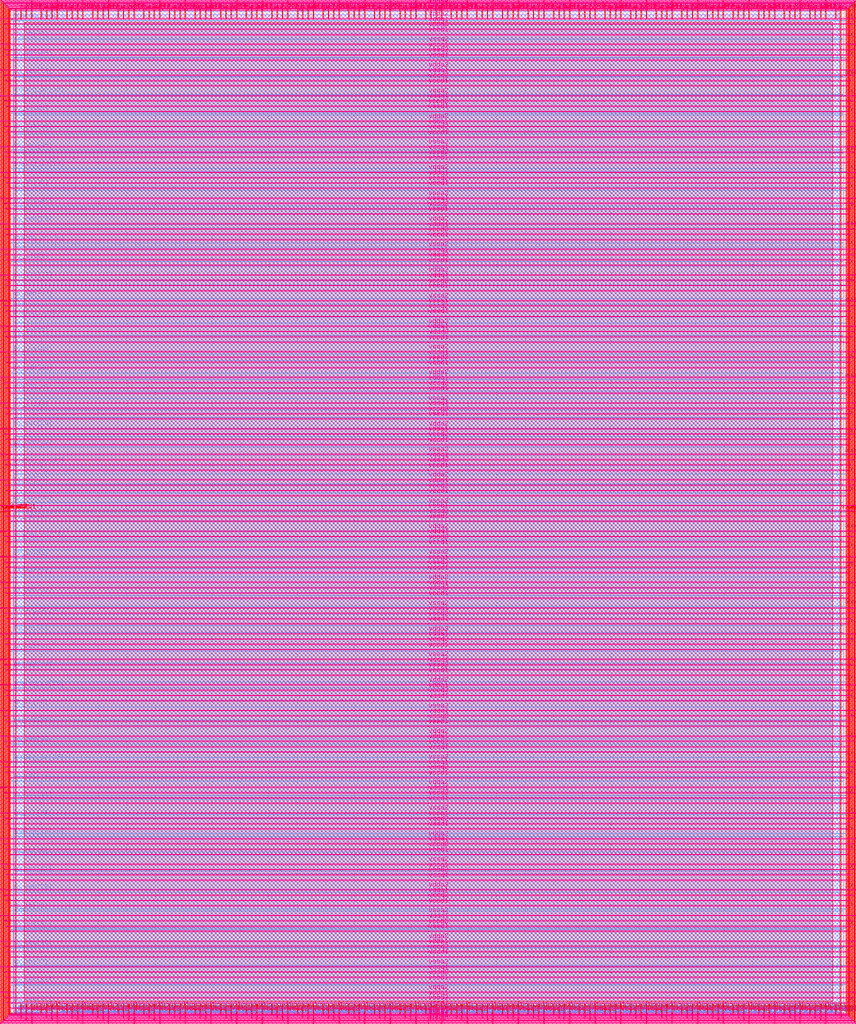
<source format=lef>
VERSION 5.7 ;
  NOWIREEXTENSIONATPIN ON ;
  DIVIDERCHAR "/" ;
  BUSBITCHARS "[]" ;
MACRO user_project_wrapper
  CLASS BLOCK ;
  FOREIGN user_project_wrapper ;
  ORIGIN 0.000 0.000 ;
  SIZE 2920.000 BY 3520.000 ;
  PIN analog_io[0]
    DIRECTION INOUT ;
    USE SIGNAL ;
    PORT
      LAYER met3 ;
        RECT 2917.600 1426.380 2924.800 1427.580 ;
    END
  END analog_io[0]
  PIN analog_io[10]
    DIRECTION INOUT ;
    USE SIGNAL ;
    PORT
      LAYER met2 ;
        RECT 2230.490 3517.600 2231.050 3524.800 ;
    END
  END analog_io[10]
  PIN analog_io[11]
    DIRECTION INOUT ;
    USE SIGNAL ;
    PORT
      LAYER met2 ;
        RECT 1905.730 3517.600 1906.290 3524.800 ;
    END
  END analog_io[11]
  PIN analog_io[12]
    DIRECTION INOUT ;
    USE SIGNAL ;
    PORT
      LAYER met2 ;
        RECT 1581.430 3517.600 1581.990 3524.800 ;
    END
  END analog_io[12]
  PIN analog_io[13]
    DIRECTION INOUT ;
    USE SIGNAL ;
    PORT
      LAYER met2 ;
        RECT 1257.130 3517.600 1257.690 3524.800 ;
    END
  END analog_io[13]
  PIN analog_io[14]
    DIRECTION INOUT ;
    USE SIGNAL ;
    PORT
      LAYER met2 ;
        RECT 932.370 3517.600 932.930 3524.800 ;
    END
  END analog_io[14]
  PIN analog_io[15]
    DIRECTION INOUT ;
    USE SIGNAL ;
    PORT
      LAYER met2 ;
        RECT 608.070 3517.600 608.630 3524.800 ;
    END
  END analog_io[15]
  PIN analog_io[16]
    DIRECTION INOUT ;
    USE SIGNAL ;
    PORT
      LAYER met2 ;
        RECT 283.770 3517.600 284.330 3524.800 ;
    END
  END analog_io[16]
  PIN analog_io[17]
    DIRECTION INOUT ;
    USE SIGNAL ;
    PORT
      LAYER met3 ;
        RECT -4.800 3486.100 2.400 3487.300 ;
    END
  END analog_io[17]
  PIN analog_io[18]
    DIRECTION INOUT ;
    USE SIGNAL ;
    PORT
      LAYER met3 ;
        RECT -4.800 3224.980 2.400 3226.180 ;
    END
  END analog_io[18]
  PIN analog_io[19]
    DIRECTION INOUT ;
    USE SIGNAL ;
    PORT
      LAYER met3 ;
        RECT -4.800 2964.540 2.400 2965.740 ;
    END
  END analog_io[19]
  PIN analog_io[1]
    DIRECTION INOUT ;
    USE SIGNAL ;
    PORT
      LAYER met3 ;
        RECT 2917.600 1692.260 2924.800 1693.460 ;
    END
  END analog_io[1]
  PIN analog_io[20]
    DIRECTION INOUT ;
    USE SIGNAL ;
    PORT
      LAYER met3 ;
        RECT -4.800 2703.420 2.400 2704.620 ;
    END
  END analog_io[20]
  PIN analog_io[21]
    DIRECTION INOUT ;
    USE SIGNAL ;
    PORT
      LAYER met3 ;
        RECT -4.800 2442.980 2.400 2444.180 ;
    END
  END analog_io[21]
  PIN analog_io[22]
    DIRECTION INOUT ;
    USE SIGNAL ;
    PORT
      LAYER met3 ;
        RECT -4.800 2182.540 2.400 2183.740 ;
    END
  END analog_io[22]
  PIN analog_io[23]
    DIRECTION INOUT ;
    USE SIGNAL ;
    PORT
      LAYER met3 ;
        RECT -4.800 1921.420 2.400 1922.620 ;
    END
  END analog_io[23]
  PIN analog_io[24]
    DIRECTION INOUT ;
    USE SIGNAL ;
    PORT
      LAYER met3 ;
        RECT -4.800 1660.980 2.400 1662.180 ;
    END
  END analog_io[24]
  PIN analog_io[25]
    DIRECTION INOUT ;
    USE SIGNAL ;
    PORT
      LAYER met3 ;
        RECT -4.800 1399.860 2.400 1401.060 ;
    END
  END analog_io[25]
  PIN analog_io[26]
    DIRECTION INOUT ;
    USE SIGNAL ;
    PORT
      LAYER met3 ;
        RECT -4.800 1139.420 2.400 1140.620 ;
    END
  END analog_io[26]
  PIN analog_io[27]
    DIRECTION INOUT ;
    USE SIGNAL ;
    PORT
      LAYER met3 ;
        RECT -4.800 878.980 2.400 880.180 ;
    END
  END analog_io[27]
  PIN analog_io[28]
    DIRECTION INOUT ;
    USE SIGNAL ;
    PORT
      LAYER met3 ;
        RECT -4.800 617.860 2.400 619.060 ;
    END
  END analog_io[28]
  PIN analog_io[2]
    DIRECTION INOUT ;
    USE SIGNAL ;
    PORT
      LAYER met3 ;
        RECT 2917.600 1958.140 2924.800 1959.340 ;
    END
  END analog_io[2]
  PIN analog_io[3]
    DIRECTION INOUT ;
    USE SIGNAL ;
    PORT
      LAYER met3 ;
        RECT 2917.600 2223.340 2924.800 2224.540 ;
    END
  END analog_io[3]
  PIN analog_io[4]
    DIRECTION INOUT ;
    USE SIGNAL ;
    PORT
      LAYER met3 ;
        RECT 2917.600 2489.220 2924.800 2490.420 ;
    END
  END analog_io[4]
  PIN analog_io[5]
    DIRECTION INOUT ;
    USE SIGNAL ;
    PORT
      LAYER met3 ;
        RECT 2917.600 2755.100 2924.800 2756.300 ;
    END
  END analog_io[5]
  PIN analog_io[6]
    DIRECTION INOUT ;
    USE SIGNAL ;
    PORT
      LAYER met3 ;
        RECT 2917.600 3020.300 2924.800 3021.500 ;
    END
  END analog_io[6]
  PIN analog_io[7]
    DIRECTION INOUT ;
    USE SIGNAL ;
    PORT
      LAYER met3 ;
        RECT 2917.600 3286.180 2924.800 3287.380 ;
    END
  END analog_io[7]
  PIN analog_io[8]
    DIRECTION INOUT ;
    USE SIGNAL ;
    PORT
      LAYER met2 ;
        RECT 2879.090 3517.600 2879.650 3524.800 ;
    END
  END analog_io[8]
  PIN analog_io[9]
    DIRECTION INOUT ;
    USE SIGNAL ;
    PORT
      LAYER met2 ;
        RECT 2554.790 3517.600 2555.350 3524.800 ;
    END
  END analog_io[9]
  PIN io_in[0]
    DIRECTION INPUT ;
    USE SIGNAL ;
    PORT
      LAYER met3 ;
        RECT 2917.600 32.380 2924.800 33.580 ;
    END
  END io_in[0]
  PIN io_in[10]
    DIRECTION INPUT ;
    USE SIGNAL ;
    PORT
      LAYER met3 ;
        RECT 2917.600 2289.980 2924.800 2291.180 ;
    END
  END io_in[10]
  PIN io_in[11]
    DIRECTION INPUT ;
    USE SIGNAL ;
    PORT
      LAYER met3 ;
        RECT 2917.600 2555.860 2924.800 2557.060 ;
    END
  END io_in[11]
  PIN io_in[12]
    DIRECTION INPUT ;
    USE SIGNAL ;
    PORT
      LAYER met3 ;
        RECT 2917.600 2821.060 2924.800 2822.260 ;
    END
  END io_in[12]
  PIN io_in[13]
    DIRECTION INPUT ;
    USE SIGNAL ;
    PORT
      LAYER met3 ;
        RECT 2917.600 3086.940 2924.800 3088.140 ;
    END
  END io_in[13]
  PIN io_in[14]
    DIRECTION INPUT ;
    USE SIGNAL ;
    PORT
      LAYER met3 ;
        RECT 2917.600 3352.820 2924.800 3354.020 ;
    END
  END io_in[14]
  PIN io_in[15]
    DIRECTION INPUT ;
    USE SIGNAL ;
    PORT
      LAYER met2 ;
        RECT 2798.130 3517.600 2798.690 3524.800 ;
    END
  END io_in[15]
  PIN io_in[16]
    DIRECTION INPUT ;
    USE SIGNAL ;
    PORT
      LAYER met2 ;
        RECT 2473.830 3517.600 2474.390 3524.800 ;
    END
  END io_in[16]
  PIN io_in[17]
    DIRECTION INPUT ;
    USE SIGNAL ;
    PORT
      LAYER met2 ;
        RECT 2149.070 3517.600 2149.630 3524.800 ;
    END
  END io_in[17]
  PIN io_in[18]
    DIRECTION INPUT ;
    USE SIGNAL ;
    PORT
      LAYER met2 ;
        RECT 1824.770 3517.600 1825.330 3524.800 ;
    END
  END io_in[18]
  PIN io_in[19]
    DIRECTION INPUT ;
    USE SIGNAL ;
    PORT
      LAYER met2 ;
        RECT 1500.470 3517.600 1501.030 3524.800 ;
    END
  END io_in[19]
  PIN io_in[1]
    DIRECTION INPUT ;
    USE SIGNAL ;
    PORT
      LAYER met3 ;
        RECT 2917.600 230.940 2924.800 232.140 ;
    END
  END io_in[1]
  PIN io_in[20]
    DIRECTION INPUT ;
    USE SIGNAL ;
    PORT
      LAYER met2 ;
        RECT 1175.710 3517.600 1176.270 3524.800 ;
    END
  END io_in[20]
  PIN io_in[21]
    DIRECTION INPUT ;
    USE SIGNAL ;
    PORT
      LAYER met2 ;
        RECT 851.410 3517.600 851.970 3524.800 ;
    END
  END io_in[21]
  PIN io_in[22]
    DIRECTION INPUT ;
    USE SIGNAL ;
    PORT
      LAYER met2 ;
        RECT 527.110 3517.600 527.670 3524.800 ;
    END
  END io_in[22]
  PIN io_in[23]
    DIRECTION INPUT ;
    USE SIGNAL ;
    PORT
      LAYER met2 ;
        RECT 202.350 3517.600 202.910 3524.800 ;
    END
  END io_in[23]
  PIN io_in[24]
    DIRECTION INPUT ;
    USE SIGNAL ;
    PORT
      LAYER met3 ;
        RECT -4.800 3420.820 2.400 3422.020 ;
    END
  END io_in[24]
  PIN io_in[25]
    DIRECTION INPUT ;
    USE SIGNAL ;
    PORT
      LAYER met3 ;
        RECT -4.800 3159.700 2.400 3160.900 ;
    END
  END io_in[25]
  PIN io_in[26]
    DIRECTION INPUT ;
    USE SIGNAL ;
    PORT
      LAYER met3 ;
        RECT -4.800 2899.260 2.400 2900.460 ;
    END
  END io_in[26]
  PIN io_in[27]
    DIRECTION INPUT ;
    USE SIGNAL ;
    PORT
      LAYER met3 ;
        RECT -4.800 2638.820 2.400 2640.020 ;
    END
  END io_in[27]
  PIN io_in[28]
    DIRECTION INPUT ;
    USE SIGNAL ;
    PORT
      LAYER met3 ;
        RECT -4.800 2377.700 2.400 2378.900 ;
    END
  END io_in[28]
  PIN io_in[29]
    DIRECTION INPUT ;
    USE SIGNAL ;
    PORT
      LAYER met3 ;
        RECT -4.800 2117.260 2.400 2118.460 ;
    END
  END io_in[29]
  PIN io_in[2]
    DIRECTION INPUT ;
    USE SIGNAL ;
    PORT
      LAYER met3 ;
        RECT 2917.600 430.180 2924.800 431.380 ;
    END
  END io_in[2]
  PIN io_in[30]
    DIRECTION INPUT ;
    USE SIGNAL ;
    PORT
      LAYER met3 ;
        RECT -4.800 1856.140 2.400 1857.340 ;
    END
  END io_in[30]
  PIN io_in[31]
    DIRECTION INPUT ;
    USE SIGNAL ;
    PORT
      LAYER met3 ;
        RECT -4.800 1595.700 2.400 1596.900 ;
    END
  END io_in[31]
  PIN io_in[32]
    DIRECTION INPUT ;
    USE SIGNAL ;
    PORT
      LAYER met3 ;
        RECT -4.800 1335.260 2.400 1336.460 ;
    END
  END io_in[32]
  PIN io_in[33]
    DIRECTION INPUT ;
    USE SIGNAL ;
    PORT
      LAYER met3 ;
        RECT -4.800 1074.140 2.400 1075.340 ;
    END
  END io_in[33]
  PIN io_in[34]
    DIRECTION INPUT ;
    USE SIGNAL ;
    PORT
      LAYER met3 ;
        RECT -4.800 813.700 2.400 814.900 ;
    END
  END io_in[34]
  PIN io_in[35]
    DIRECTION INPUT ;
    USE SIGNAL ;
    PORT
      LAYER met3 ;
        RECT -4.800 552.580 2.400 553.780 ;
    END
  END io_in[35]
  PIN io_in[36]
    DIRECTION INPUT ;
    USE SIGNAL ;
    PORT
      LAYER met3 ;
        RECT -4.800 357.420 2.400 358.620 ;
    END
  END io_in[36]
  PIN io_in[37]
    DIRECTION INPUT ;
    USE SIGNAL ;
    PORT
      LAYER met3 ;
        RECT -4.800 161.580 2.400 162.780 ;
    END
  END io_in[37]
  PIN io_in[3]
    DIRECTION INPUT ;
    USE SIGNAL ;
    PORT
      LAYER met3 ;
        RECT 2917.600 629.420 2924.800 630.620 ;
    END
  END io_in[3]
  PIN io_in[4]
    DIRECTION INPUT ;
    USE SIGNAL ;
    PORT
      LAYER met3 ;
        RECT 2917.600 828.660 2924.800 829.860 ;
    END
  END io_in[4]
  PIN io_in[5]
    DIRECTION INPUT ;
    USE SIGNAL ;
    PORT
      LAYER met3 ;
        RECT 2917.600 1027.900 2924.800 1029.100 ;
    END
  END io_in[5]
  PIN io_in[6]
    DIRECTION INPUT ;
    USE SIGNAL ;
    PORT
      LAYER met3 ;
        RECT 2917.600 1227.140 2924.800 1228.340 ;
    END
  END io_in[6]
  PIN io_in[7]
    DIRECTION INPUT ;
    USE SIGNAL ;
    PORT
      LAYER met3 ;
        RECT 2917.600 1493.020 2924.800 1494.220 ;
    END
  END io_in[7]
  PIN io_in[8]
    DIRECTION INPUT ;
    USE SIGNAL ;
    PORT
      LAYER met3 ;
        RECT 2917.600 1758.900 2924.800 1760.100 ;
    END
  END io_in[8]
  PIN io_in[9]
    DIRECTION INPUT ;
    USE SIGNAL ;
    PORT
      LAYER met3 ;
        RECT 2917.600 2024.100 2924.800 2025.300 ;
    END
  END io_in[9]
  PIN io_oeb[0]
    DIRECTION OUTPUT TRISTATE ;
    USE SIGNAL ;
    PORT
      LAYER met3 ;
        RECT 2917.600 164.980 2924.800 166.180 ;
    END
  END io_oeb[0]
  PIN io_oeb[10]
    DIRECTION OUTPUT TRISTATE ;
    USE SIGNAL ;
    PORT
      LAYER met3 ;
        RECT 2917.600 2422.580 2924.800 2423.780 ;
    END
  END io_oeb[10]
  PIN io_oeb[11]
    DIRECTION OUTPUT TRISTATE ;
    USE SIGNAL ;
    PORT
      LAYER met3 ;
        RECT 2917.600 2688.460 2924.800 2689.660 ;
    END
  END io_oeb[11]
  PIN io_oeb[12]
    DIRECTION OUTPUT TRISTATE ;
    USE SIGNAL ;
    PORT
      LAYER met3 ;
        RECT 2917.600 2954.340 2924.800 2955.540 ;
    END
  END io_oeb[12]
  PIN io_oeb[13]
    DIRECTION OUTPUT TRISTATE ;
    USE SIGNAL ;
    PORT
      LAYER met3 ;
        RECT 2917.600 3219.540 2924.800 3220.740 ;
    END
  END io_oeb[13]
  PIN io_oeb[14]
    DIRECTION OUTPUT TRISTATE ;
    USE SIGNAL ;
    PORT
      LAYER met3 ;
        RECT 2917.600 3485.420 2924.800 3486.620 ;
    END
  END io_oeb[14]
  PIN io_oeb[15]
    DIRECTION OUTPUT TRISTATE ;
    USE SIGNAL ;
    PORT
      LAYER met2 ;
        RECT 2635.750 3517.600 2636.310 3524.800 ;
    END
  END io_oeb[15]
  PIN io_oeb[16]
    DIRECTION OUTPUT TRISTATE ;
    USE SIGNAL ;
    PORT
      LAYER met2 ;
        RECT 2311.450 3517.600 2312.010 3524.800 ;
    END
  END io_oeb[16]
  PIN io_oeb[17]
    DIRECTION OUTPUT TRISTATE ;
    USE SIGNAL ;
    PORT
      LAYER met2 ;
        RECT 1987.150 3517.600 1987.710 3524.800 ;
    END
  END io_oeb[17]
  PIN io_oeb[18]
    DIRECTION OUTPUT TRISTATE ;
    USE SIGNAL ;
    PORT
      LAYER met2 ;
        RECT 1662.390 3517.600 1662.950 3524.800 ;
    END
  END io_oeb[18]
  PIN io_oeb[19]
    DIRECTION OUTPUT TRISTATE ;
    USE SIGNAL ;
    PORT
      LAYER met2 ;
        RECT 1338.090 3517.600 1338.650 3524.800 ;
    END
  END io_oeb[19]
  PIN io_oeb[1]
    DIRECTION OUTPUT TRISTATE ;
    USE SIGNAL ;
    PORT
      LAYER met3 ;
        RECT 2917.600 364.220 2924.800 365.420 ;
    END
  END io_oeb[1]
  PIN io_oeb[20]
    DIRECTION OUTPUT TRISTATE ;
    USE SIGNAL ;
    PORT
      LAYER met2 ;
        RECT 1013.790 3517.600 1014.350 3524.800 ;
    END
  END io_oeb[20]
  PIN io_oeb[21]
    DIRECTION OUTPUT TRISTATE ;
    USE SIGNAL ;
    PORT
      LAYER met2 ;
        RECT 689.030 3517.600 689.590 3524.800 ;
    END
  END io_oeb[21]
  PIN io_oeb[22]
    DIRECTION OUTPUT TRISTATE ;
    USE SIGNAL ;
    PORT
      LAYER met2 ;
        RECT 364.730 3517.600 365.290 3524.800 ;
    END
  END io_oeb[22]
  PIN io_oeb[23]
    DIRECTION OUTPUT TRISTATE ;
    USE SIGNAL ;
    PORT
      LAYER met2 ;
        RECT 40.430 3517.600 40.990 3524.800 ;
    END
  END io_oeb[23]
  PIN io_oeb[24]
    DIRECTION OUTPUT TRISTATE ;
    USE SIGNAL ;
    PORT
      LAYER met3 ;
        RECT -4.800 3290.260 2.400 3291.460 ;
    END
  END io_oeb[24]
  PIN io_oeb[25]
    DIRECTION OUTPUT TRISTATE ;
    USE SIGNAL ;
    PORT
      LAYER met3 ;
        RECT -4.800 3029.820 2.400 3031.020 ;
    END
  END io_oeb[25]
  PIN io_oeb[26]
    DIRECTION OUTPUT TRISTATE ;
    USE SIGNAL ;
    PORT
      LAYER met3 ;
        RECT -4.800 2768.700 2.400 2769.900 ;
    END
  END io_oeb[26]
  PIN io_oeb[27]
    DIRECTION OUTPUT TRISTATE ;
    USE SIGNAL ;
    PORT
      LAYER met3 ;
        RECT -4.800 2508.260 2.400 2509.460 ;
    END
  END io_oeb[27]
  PIN io_oeb[28]
    DIRECTION OUTPUT TRISTATE ;
    USE SIGNAL ;
    PORT
      LAYER met3 ;
        RECT -4.800 2247.140 2.400 2248.340 ;
    END
  END io_oeb[28]
  PIN io_oeb[29]
    DIRECTION OUTPUT TRISTATE ;
    USE SIGNAL ;
    PORT
      LAYER met3 ;
        RECT -4.800 1986.700 2.400 1987.900 ;
    END
  END io_oeb[29]
  PIN io_oeb[2]
    DIRECTION OUTPUT TRISTATE ;
    USE SIGNAL ;
    PORT
      LAYER met3 ;
        RECT 2917.600 563.460 2924.800 564.660 ;
    END
  END io_oeb[2]
  PIN io_oeb[30]
    DIRECTION OUTPUT TRISTATE ;
    USE SIGNAL ;
    PORT
      LAYER met3 ;
        RECT -4.800 1726.260 2.400 1727.460 ;
    END
  END io_oeb[30]
  PIN io_oeb[31]
    DIRECTION OUTPUT TRISTATE ;
    USE SIGNAL ;
    PORT
      LAYER met3 ;
        RECT -4.800 1465.140 2.400 1466.340 ;
    END
  END io_oeb[31]
  PIN io_oeb[32]
    DIRECTION OUTPUT TRISTATE ;
    USE SIGNAL ;
    PORT
      LAYER met3 ;
        RECT -4.800 1204.700 2.400 1205.900 ;
    END
  END io_oeb[32]
  PIN io_oeb[33]
    DIRECTION OUTPUT TRISTATE ;
    USE SIGNAL ;
    PORT
      LAYER met3 ;
        RECT -4.800 943.580 2.400 944.780 ;
    END
  END io_oeb[33]
  PIN io_oeb[34]
    DIRECTION OUTPUT TRISTATE ;
    USE SIGNAL ;
    PORT
      LAYER met3 ;
        RECT -4.800 683.140 2.400 684.340 ;
    END
  END io_oeb[34]
  PIN io_oeb[35]
    DIRECTION OUTPUT TRISTATE ;
    USE SIGNAL ;
    PORT
      LAYER met3 ;
        RECT -4.800 422.700 2.400 423.900 ;
    END
  END io_oeb[35]
  PIN io_oeb[36]
    DIRECTION OUTPUT TRISTATE ;
    USE SIGNAL ;
    PORT
      LAYER met3 ;
        RECT -4.800 226.860 2.400 228.060 ;
    END
  END io_oeb[36]
  PIN io_oeb[37]
    DIRECTION OUTPUT TRISTATE ;
    USE SIGNAL ;
    PORT
      LAYER met3 ;
        RECT -4.800 31.700 2.400 32.900 ;
    END
  END io_oeb[37]
  PIN io_oeb[3]
    DIRECTION OUTPUT TRISTATE ;
    USE SIGNAL ;
    PORT
      LAYER met3 ;
        RECT 2917.600 762.700 2924.800 763.900 ;
    END
  END io_oeb[3]
  PIN io_oeb[4]
    DIRECTION OUTPUT TRISTATE ;
    USE SIGNAL ;
    PORT
      LAYER met3 ;
        RECT 2917.600 961.940 2924.800 963.140 ;
    END
  END io_oeb[4]
  PIN io_oeb[5]
    DIRECTION OUTPUT TRISTATE ;
    USE SIGNAL ;
    PORT
      LAYER met3 ;
        RECT 2917.600 1161.180 2924.800 1162.380 ;
    END
  END io_oeb[5]
  PIN io_oeb[6]
    DIRECTION OUTPUT TRISTATE ;
    USE SIGNAL ;
    PORT
      LAYER met3 ;
        RECT 2917.600 1360.420 2924.800 1361.620 ;
    END
  END io_oeb[6]
  PIN io_oeb[7]
    DIRECTION OUTPUT TRISTATE ;
    USE SIGNAL ;
    PORT
      LAYER met3 ;
        RECT 2917.600 1625.620 2924.800 1626.820 ;
    END
  END io_oeb[7]
  PIN io_oeb[8]
    DIRECTION OUTPUT TRISTATE ;
    USE SIGNAL ;
    PORT
      LAYER met3 ;
        RECT 2917.600 1891.500 2924.800 1892.700 ;
    END
  END io_oeb[8]
  PIN io_oeb[9]
    DIRECTION OUTPUT TRISTATE ;
    USE SIGNAL ;
    PORT
      LAYER met3 ;
        RECT 2917.600 2157.380 2924.800 2158.580 ;
    END
  END io_oeb[9]
  PIN io_out[0]
    DIRECTION OUTPUT TRISTATE ;
    USE SIGNAL ;
    PORT
      LAYER met3 ;
        RECT 2917.600 98.340 2924.800 99.540 ;
    END
  END io_out[0]
  PIN io_out[10]
    DIRECTION OUTPUT TRISTATE ;
    USE SIGNAL ;
    PORT
      LAYER met3 ;
        RECT 2917.600 2356.620 2924.800 2357.820 ;
    END
  END io_out[10]
  PIN io_out[11]
    DIRECTION OUTPUT TRISTATE ;
    USE SIGNAL ;
    PORT
      LAYER met3 ;
        RECT 2917.600 2621.820 2924.800 2623.020 ;
    END
  END io_out[11]
  PIN io_out[12]
    DIRECTION OUTPUT TRISTATE ;
    USE SIGNAL ;
    PORT
      LAYER met3 ;
        RECT 2917.600 2887.700 2924.800 2888.900 ;
    END
  END io_out[12]
  PIN io_out[13]
    DIRECTION OUTPUT TRISTATE ;
    USE SIGNAL ;
    PORT
      LAYER met3 ;
        RECT 2917.600 3153.580 2924.800 3154.780 ;
    END
  END io_out[13]
  PIN io_out[14]
    DIRECTION OUTPUT TRISTATE ;
    USE SIGNAL ;
    PORT
      LAYER met3 ;
        RECT 2917.600 3418.780 2924.800 3419.980 ;
    END
  END io_out[14]
  PIN io_out[15]
    DIRECTION OUTPUT TRISTATE ;
    USE SIGNAL ;
    PORT
      LAYER met2 ;
        RECT 2717.170 3517.600 2717.730 3524.800 ;
    END
  END io_out[15]
  PIN io_out[16]
    DIRECTION OUTPUT TRISTATE ;
    USE SIGNAL ;
    PORT
      LAYER met2 ;
        RECT 2392.410 3517.600 2392.970 3524.800 ;
    END
  END io_out[16]
  PIN io_out[17]
    DIRECTION OUTPUT TRISTATE ;
    USE SIGNAL ;
    PORT
      LAYER met2 ;
        RECT 2068.110 3517.600 2068.670 3524.800 ;
    END
  END io_out[17]
  PIN io_out[18]
    DIRECTION OUTPUT TRISTATE ;
    USE SIGNAL ;
    PORT
      LAYER met2 ;
        RECT 1743.810 3517.600 1744.370 3524.800 ;
    END
  END io_out[18]
  PIN io_out[19]
    DIRECTION OUTPUT TRISTATE ;
    USE SIGNAL ;
    PORT
      LAYER met2 ;
        RECT 1419.050 3517.600 1419.610 3524.800 ;
    END
  END io_out[19]
  PIN io_out[1]
    DIRECTION OUTPUT TRISTATE ;
    USE SIGNAL ;
    PORT
      LAYER met3 ;
        RECT 2917.600 297.580 2924.800 298.780 ;
    END
  END io_out[1]
  PIN io_out[20]
    DIRECTION OUTPUT TRISTATE ;
    USE SIGNAL ;
    PORT
      LAYER met2 ;
        RECT 1094.750 3517.600 1095.310 3524.800 ;
    END
  END io_out[20]
  PIN io_out[21]
    DIRECTION OUTPUT TRISTATE ;
    USE SIGNAL ;
    PORT
      LAYER met2 ;
        RECT 770.450 3517.600 771.010 3524.800 ;
    END
  END io_out[21]
  PIN io_out[22]
    DIRECTION OUTPUT TRISTATE ;
    USE SIGNAL ;
    PORT
      LAYER met2 ;
        RECT 445.690 3517.600 446.250 3524.800 ;
    END
  END io_out[22]
  PIN io_out[23]
    DIRECTION OUTPUT TRISTATE ;
    USE SIGNAL ;
    PORT
      LAYER met2 ;
        RECT 121.390 3517.600 121.950 3524.800 ;
    END
  END io_out[23]
  PIN io_out[24]
    DIRECTION OUTPUT TRISTATE ;
    USE SIGNAL ;
    PORT
      LAYER met3 ;
        RECT -4.800 3355.540 2.400 3356.740 ;
    END
  END io_out[24]
  PIN io_out[25]
    DIRECTION OUTPUT TRISTATE ;
    USE SIGNAL ;
    PORT
      LAYER met3 ;
        RECT -4.800 3095.100 2.400 3096.300 ;
    END
  END io_out[25]
  PIN io_out[26]
    DIRECTION OUTPUT TRISTATE ;
    USE SIGNAL ;
    PORT
      LAYER met3 ;
        RECT -4.800 2833.980 2.400 2835.180 ;
    END
  END io_out[26]
  PIN io_out[27]
    DIRECTION OUTPUT TRISTATE ;
    USE SIGNAL ;
    PORT
      LAYER met3 ;
        RECT -4.800 2573.540 2.400 2574.740 ;
    END
  END io_out[27]
  PIN io_out[28]
    DIRECTION OUTPUT TRISTATE ;
    USE SIGNAL ;
    PORT
      LAYER met3 ;
        RECT -4.800 2312.420 2.400 2313.620 ;
    END
  END io_out[28]
  PIN io_out[29]
    DIRECTION OUTPUT TRISTATE ;
    USE SIGNAL ;
    PORT
      LAYER met3 ;
        RECT -4.800 2051.980 2.400 2053.180 ;
    END
  END io_out[29]
  PIN io_out[2]
    DIRECTION OUTPUT TRISTATE ;
    USE SIGNAL ;
    PORT
      LAYER met3 ;
        RECT 2917.600 496.820 2924.800 498.020 ;
    END
  END io_out[2]
  PIN io_out[30]
    DIRECTION OUTPUT TRISTATE ;
    USE SIGNAL ;
    PORT
      LAYER met3 ;
        RECT -4.800 1791.540 2.400 1792.740 ;
    END
  END io_out[30]
  PIN io_out[31]
    DIRECTION OUTPUT TRISTATE ;
    USE SIGNAL ;
    PORT
      LAYER met3 ;
        RECT -4.800 1530.420 2.400 1531.620 ;
    END
  END io_out[31]
  PIN io_out[32]
    DIRECTION OUTPUT TRISTATE ;
    USE SIGNAL ;
    PORT
      LAYER met3 ;
        RECT -4.800 1269.980 2.400 1271.180 ;
    END
  END io_out[32]
  PIN io_out[33]
    DIRECTION OUTPUT TRISTATE ;
    USE SIGNAL ;
    PORT
      LAYER met3 ;
        RECT -4.800 1008.860 2.400 1010.060 ;
    END
  END io_out[33]
  PIN io_out[34]
    DIRECTION OUTPUT TRISTATE ;
    USE SIGNAL ;
    PORT
      LAYER met3 ;
        RECT -4.800 748.420 2.400 749.620 ;
    END
  END io_out[34]
  PIN io_out[35]
    DIRECTION OUTPUT TRISTATE ;
    USE SIGNAL ;
    PORT
      LAYER met3 ;
        RECT -4.800 487.300 2.400 488.500 ;
    END
  END io_out[35]
  PIN io_out[36]
    DIRECTION OUTPUT TRISTATE ;
    USE SIGNAL ;
    PORT
      LAYER met3 ;
        RECT -4.800 292.140 2.400 293.340 ;
    END
  END io_out[36]
  PIN io_out[37]
    DIRECTION OUTPUT TRISTATE ;
    USE SIGNAL ;
    PORT
      LAYER met3 ;
        RECT -4.800 96.300 2.400 97.500 ;
    END
  END io_out[37]
  PIN io_out[3]
    DIRECTION OUTPUT TRISTATE ;
    USE SIGNAL ;
    PORT
      LAYER met3 ;
        RECT 2917.600 696.060 2924.800 697.260 ;
    END
  END io_out[3]
  PIN io_out[4]
    DIRECTION OUTPUT TRISTATE ;
    USE SIGNAL ;
    PORT
      LAYER met3 ;
        RECT 2917.600 895.300 2924.800 896.500 ;
    END
  END io_out[4]
  PIN io_out[5]
    DIRECTION OUTPUT TRISTATE ;
    USE SIGNAL ;
    PORT
      LAYER met3 ;
        RECT 2917.600 1094.540 2924.800 1095.740 ;
    END
  END io_out[5]
  PIN io_out[6]
    DIRECTION OUTPUT TRISTATE ;
    USE SIGNAL ;
    PORT
      LAYER met3 ;
        RECT 2917.600 1293.780 2924.800 1294.980 ;
    END
  END io_out[6]
  PIN io_out[7]
    DIRECTION OUTPUT TRISTATE ;
    USE SIGNAL ;
    PORT
      LAYER met3 ;
        RECT 2917.600 1559.660 2924.800 1560.860 ;
    END
  END io_out[7]
  PIN io_out[8]
    DIRECTION OUTPUT TRISTATE ;
    USE SIGNAL ;
    PORT
      LAYER met3 ;
        RECT 2917.600 1824.860 2924.800 1826.060 ;
    END
  END io_out[8]
  PIN io_out[9]
    DIRECTION OUTPUT TRISTATE ;
    USE SIGNAL ;
    PORT
      LAYER met3 ;
        RECT 2917.600 2090.740 2924.800 2091.940 ;
    END
  END io_out[9]
  PIN la_data_in[0]
    DIRECTION INPUT ;
    USE SIGNAL ;
    PORT
      LAYER met2 ;
        RECT 629.230 -4.800 629.790 2.400 ;
    END
  END la_data_in[0]
  PIN la_data_in[100]
    DIRECTION INPUT ;
    USE SIGNAL ;
    PORT
      LAYER met2 ;
        RECT 2402.530 -4.800 2403.090 2.400 ;
    END
  END la_data_in[100]
  PIN la_data_in[101]
    DIRECTION INPUT ;
    USE SIGNAL ;
    PORT
      LAYER met2 ;
        RECT 2420.010 -4.800 2420.570 2.400 ;
    END
  END la_data_in[101]
  PIN la_data_in[102]
    DIRECTION INPUT ;
    USE SIGNAL ;
    PORT
      LAYER met2 ;
        RECT 2437.950 -4.800 2438.510 2.400 ;
    END
  END la_data_in[102]
  PIN la_data_in[103]
    DIRECTION INPUT ;
    USE SIGNAL ;
    PORT
      LAYER met2 ;
        RECT 2455.430 -4.800 2455.990 2.400 ;
    END
  END la_data_in[103]
  PIN la_data_in[104]
    DIRECTION INPUT ;
    USE SIGNAL ;
    PORT
      LAYER met2 ;
        RECT 2473.370 -4.800 2473.930 2.400 ;
    END
  END la_data_in[104]
  PIN la_data_in[105]
    DIRECTION INPUT ;
    USE SIGNAL ;
    PORT
      LAYER met2 ;
        RECT 2490.850 -4.800 2491.410 2.400 ;
    END
  END la_data_in[105]
  PIN la_data_in[106]
    DIRECTION INPUT ;
    USE SIGNAL ;
    PORT
      LAYER met2 ;
        RECT 2508.790 -4.800 2509.350 2.400 ;
    END
  END la_data_in[106]
  PIN la_data_in[107]
    DIRECTION INPUT ;
    USE SIGNAL ;
    PORT
      LAYER met2 ;
        RECT 2526.730 -4.800 2527.290 2.400 ;
    END
  END la_data_in[107]
  PIN la_data_in[108]
    DIRECTION INPUT ;
    USE SIGNAL ;
    PORT
      LAYER met2 ;
        RECT 2544.210 -4.800 2544.770 2.400 ;
    END
  END la_data_in[108]
  PIN la_data_in[109]
    DIRECTION INPUT ;
    USE SIGNAL ;
    PORT
      LAYER met2 ;
        RECT 2562.150 -4.800 2562.710 2.400 ;
    END
  END la_data_in[109]
  PIN la_data_in[10]
    DIRECTION INPUT ;
    USE SIGNAL ;
    PORT
      LAYER met2 ;
        RECT 806.330 -4.800 806.890 2.400 ;
    END
  END la_data_in[10]
  PIN la_data_in[110]
    DIRECTION INPUT ;
    USE SIGNAL ;
    PORT
      LAYER met2 ;
        RECT 2579.630 -4.800 2580.190 2.400 ;
    END
  END la_data_in[110]
  PIN la_data_in[111]
    DIRECTION INPUT ;
    USE SIGNAL ;
    PORT
      LAYER met2 ;
        RECT 2597.570 -4.800 2598.130 2.400 ;
    END
  END la_data_in[111]
  PIN la_data_in[112]
    DIRECTION INPUT ;
    USE SIGNAL ;
    PORT
      LAYER met2 ;
        RECT 2615.050 -4.800 2615.610 2.400 ;
    END
  END la_data_in[112]
  PIN la_data_in[113]
    DIRECTION INPUT ;
    USE SIGNAL ;
    PORT
      LAYER met2 ;
        RECT 2632.990 -4.800 2633.550 2.400 ;
    END
  END la_data_in[113]
  PIN la_data_in[114]
    DIRECTION INPUT ;
    USE SIGNAL ;
    PORT
      LAYER met2 ;
        RECT 2650.470 -4.800 2651.030 2.400 ;
    END
  END la_data_in[114]
  PIN la_data_in[115]
    DIRECTION INPUT ;
    USE SIGNAL ;
    PORT
      LAYER met2 ;
        RECT 2668.410 -4.800 2668.970 2.400 ;
    END
  END la_data_in[115]
  PIN la_data_in[116]
    DIRECTION INPUT ;
    USE SIGNAL ;
    PORT
      LAYER met2 ;
        RECT 2685.890 -4.800 2686.450 2.400 ;
    END
  END la_data_in[116]
  PIN la_data_in[117]
    DIRECTION INPUT ;
    USE SIGNAL ;
    PORT
      LAYER met2 ;
        RECT 2703.830 -4.800 2704.390 2.400 ;
    END
  END la_data_in[117]
  PIN la_data_in[118]
    DIRECTION INPUT ;
    USE SIGNAL ;
    PORT
      LAYER met2 ;
        RECT 2721.770 -4.800 2722.330 2.400 ;
    END
  END la_data_in[118]
  PIN la_data_in[119]
    DIRECTION INPUT ;
    USE SIGNAL ;
    PORT
      LAYER met2 ;
        RECT 2739.250 -4.800 2739.810 2.400 ;
    END
  END la_data_in[119]
  PIN la_data_in[11]
    DIRECTION INPUT ;
    USE SIGNAL ;
    PORT
      LAYER met2 ;
        RECT 824.270 -4.800 824.830 2.400 ;
    END
  END la_data_in[11]
  PIN la_data_in[120]
    DIRECTION INPUT ;
    USE SIGNAL ;
    PORT
      LAYER met2 ;
        RECT 2757.190 -4.800 2757.750 2.400 ;
    END
  END la_data_in[120]
  PIN la_data_in[121]
    DIRECTION INPUT ;
    USE SIGNAL ;
    PORT
      LAYER met2 ;
        RECT 2774.670 -4.800 2775.230 2.400 ;
    END
  END la_data_in[121]
  PIN la_data_in[122]
    DIRECTION INPUT ;
    USE SIGNAL ;
    PORT
      LAYER met2 ;
        RECT 2792.610 -4.800 2793.170 2.400 ;
    END
  END la_data_in[122]
  PIN la_data_in[123]
    DIRECTION INPUT ;
    USE SIGNAL ;
    PORT
      LAYER met2 ;
        RECT 2810.090 -4.800 2810.650 2.400 ;
    END
  END la_data_in[123]
  PIN la_data_in[124]
    DIRECTION INPUT ;
    USE SIGNAL ;
    PORT
      LAYER met2 ;
        RECT 2828.030 -4.800 2828.590 2.400 ;
    END
  END la_data_in[124]
  PIN la_data_in[125]
    DIRECTION INPUT ;
    USE SIGNAL ;
    PORT
      LAYER met2 ;
        RECT 2845.510 -4.800 2846.070 2.400 ;
    END
  END la_data_in[125]
  PIN la_data_in[126]
    DIRECTION INPUT ;
    USE SIGNAL ;
    PORT
      LAYER met2 ;
        RECT 2863.450 -4.800 2864.010 2.400 ;
    END
  END la_data_in[126]
  PIN la_data_in[127]
    DIRECTION INPUT ;
    USE SIGNAL ;
    PORT
      LAYER met2 ;
        RECT 2881.390 -4.800 2881.950 2.400 ;
    END
  END la_data_in[127]
  PIN la_data_in[12]
    DIRECTION INPUT ;
    USE SIGNAL ;
    PORT
      LAYER met2 ;
        RECT 841.750 -4.800 842.310 2.400 ;
    END
  END la_data_in[12]
  PIN la_data_in[13]
    DIRECTION INPUT ;
    USE SIGNAL ;
    PORT
      LAYER met2 ;
        RECT 859.690 -4.800 860.250 2.400 ;
    END
  END la_data_in[13]
  PIN la_data_in[14]
    DIRECTION INPUT ;
    USE SIGNAL ;
    PORT
      LAYER met2 ;
        RECT 877.170 -4.800 877.730 2.400 ;
    END
  END la_data_in[14]
  PIN la_data_in[15]
    DIRECTION INPUT ;
    USE SIGNAL ;
    PORT
      LAYER met2 ;
        RECT 895.110 -4.800 895.670 2.400 ;
    END
  END la_data_in[15]
  PIN la_data_in[16]
    DIRECTION INPUT ;
    USE SIGNAL ;
    PORT
      LAYER met2 ;
        RECT 912.590 -4.800 913.150 2.400 ;
    END
  END la_data_in[16]
  PIN la_data_in[17]
    DIRECTION INPUT ;
    USE SIGNAL ;
    PORT
      LAYER met2 ;
        RECT 930.530 -4.800 931.090 2.400 ;
    END
  END la_data_in[17]
  PIN la_data_in[18]
    DIRECTION INPUT ;
    USE SIGNAL ;
    PORT
      LAYER met2 ;
        RECT 948.470 -4.800 949.030 2.400 ;
    END
  END la_data_in[18]
  PIN la_data_in[19]
    DIRECTION INPUT ;
    USE SIGNAL ;
    PORT
      LAYER met2 ;
        RECT 965.950 -4.800 966.510 2.400 ;
    END
  END la_data_in[19]
  PIN la_data_in[1]
    DIRECTION INPUT ;
    USE SIGNAL ;
    PORT
      LAYER met2 ;
        RECT 646.710 -4.800 647.270 2.400 ;
    END
  END la_data_in[1]
  PIN la_data_in[20]
    DIRECTION INPUT ;
    USE SIGNAL ;
    PORT
      LAYER met2 ;
        RECT 983.890 -4.800 984.450 2.400 ;
    END
  END la_data_in[20]
  PIN la_data_in[21]
    DIRECTION INPUT ;
    USE SIGNAL ;
    PORT
      LAYER met2 ;
        RECT 1001.370 -4.800 1001.930 2.400 ;
    END
  END la_data_in[21]
  PIN la_data_in[22]
    DIRECTION INPUT ;
    USE SIGNAL ;
    PORT
      LAYER met2 ;
        RECT 1019.310 -4.800 1019.870 2.400 ;
    END
  END la_data_in[22]
  PIN la_data_in[23]
    DIRECTION INPUT ;
    USE SIGNAL ;
    PORT
      LAYER met2 ;
        RECT 1036.790 -4.800 1037.350 2.400 ;
    END
  END la_data_in[23]
  PIN la_data_in[24]
    DIRECTION INPUT ;
    USE SIGNAL ;
    PORT
      LAYER met2 ;
        RECT 1054.730 -4.800 1055.290 2.400 ;
    END
  END la_data_in[24]
  PIN la_data_in[25]
    DIRECTION INPUT ;
    USE SIGNAL ;
    PORT
      LAYER met2 ;
        RECT 1072.210 -4.800 1072.770 2.400 ;
    END
  END la_data_in[25]
  PIN la_data_in[26]
    DIRECTION INPUT ;
    USE SIGNAL ;
    PORT
      LAYER met2 ;
        RECT 1090.150 -4.800 1090.710 2.400 ;
    END
  END la_data_in[26]
  PIN la_data_in[27]
    DIRECTION INPUT ;
    USE SIGNAL ;
    PORT
      LAYER met2 ;
        RECT 1107.630 -4.800 1108.190 2.400 ;
    END
  END la_data_in[27]
  PIN la_data_in[28]
    DIRECTION INPUT ;
    USE SIGNAL ;
    PORT
      LAYER met2 ;
        RECT 1125.570 -4.800 1126.130 2.400 ;
    END
  END la_data_in[28]
  PIN la_data_in[29]
    DIRECTION INPUT ;
    USE SIGNAL ;
    PORT
      LAYER met2 ;
        RECT 1143.510 -4.800 1144.070 2.400 ;
    END
  END la_data_in[29]
  PIN la_data_in[2]
    DIRECTION INPUT ;
    USE SIGNAL ;
    PORT
      LAYER met2 ;
        RECT 664.650 -4.800 665.210 2.400 ;
    END
  END la_data_in[2]
  PIN la_data_in[30]
    DIRECTION INPUT ;
    USE SIGNAL ;
    PORT
      LAYER met2 ;
        RECT 1160.990 -4.800 1161.550 2.400 ;
    END
  END la_data_in[30]
  PIN la_data_in[31]
    DIRECTION INPUT ;
    USE SIGNAL ;
    PORT
      LAYER met2 ;
        RECT 1178.930 -4.800 1179.490 2.400 ;
    END
  END la_data_in[31]
  PIN la_data_in[32]
    DIRECTION INPUT ;
    USE SIGNAL ;
    PORT
      LAYER met2 ;
        RECT 1196.410 -4.800 1196.970 2.400 ;
    END
  END la_data_in[32]
  PIN la_data_in[33]
    DIRECTION INPUT ;
    USE SIGNAL ;
    PORT
      LAYER met2 ;
        RECT 1214.350 -4.800 1214.910 2.400 ;
    END
  END la_data_in[33]
  PIN la_data_in[34]
    DIRECTION INPUT ;
    USE SIGNAL ;
    PORT
      LAYER met2 ;
        RECT 1231.830 -4.800 1232.390 2.400 ;
    END
  END la_data_in[34]
  PIN la_data_in[35]
    DIRECTION INPUT ;
    USE SIGNAL ;
    PORT
      LAYER met2 ;
        RECT 1249.770 -4.800 1250.330 2.400 ;
    END
  END la_data_in[35]
  PIN la_data_in[36]
    DIRECTION INPUT ;
    USE SIGNAL ;
    PORT
      LAYER met2 ;
        RECT 1267.250 -4.800 1267.810 2.400 ;
    END
  END la_data_in[36]
  PIN la_data_in[37]
    DIRECTION INPUT ;
    USE SIGNAL ;
    PORT
      LAYER met2 ;
        RECT 1285.190 -4.800 1285.750 2.400 ;
    END
  END la_data_in[37]
  PIN la_data_in[38]
    DIRECTION INPUT ;
    USE SIGNAL ;
    PORT
      LAYER met2 ;
        RECT 1303.130 -4.800 1303.690 2.400 ;
    END
  END la_data_in[38]
  PIN la_data_in[39]
    DIRECTION INPUT ;
    USE SIGNAL ;
    PORT
      LAYER met2 ;
        RECT 1320.610 -4.800 1321.170 2.400 ;
    END
  END la_data_in[39]
  PIN la_data_in[3]
    DIRECTION INPUT ;
    USE SIGNAL ;
    PORT
      LAYER met2 ;
        RECT 682.130 -4.800 682.690 2.400 ;
    END
  END la_data_in[3]
  PIN la_data_in[40]
    DIRECTION INPUT ;
    USE SIGNAL ;
    PORT
      LAYER met2 ;
        RECT 1338.550 -4.800 1339.110 2.400 ;
    END
  END la_data_in[40]
  PIN la_data_in[41]
    DIRECTION INPUT ;
    USE SIGNAL ;
    PORT
      LAYER met2 ;
        RECT 1356.030 -4.800 1356.590 2.400 ;
    END
  END la_data_in[41]
  PIN la_data_in[42]
    DIRECTION INPUT ;
    USE SIGNAL ;
    PORT
      LAYER met2 ;
        RECT 1373.970 -4.800 1374.530 2.400 ;
    END
  END la_data_in[42]
  PIN la_data_in[43]
    DIRECTION INPUT ;
    USE SIGNAL ;
    PORT
      LAYER met2 ;
        RECT 1391.450 -4.800 1392.010 2.400 ;
    END
  END la_data_in[43]
  PIN la_data_in[44]
    DIRECTION INPUT ;
    USE SIGNAL ;
    PORT
      LAYER met2 ;
        RECT 1409.390 -4.800 1409.950 2.400 ;
    END
  END la_data_in[44]
  PIN la_data_in[45]
    DIRECTION INPUT ;
    USE SIGNAL ;
    PORT
      LAYER met2 ;
        RECT 1426.870 -4.800 1427.430 2.400 ;
    END
  END la_data_in[45]
  PIN la_data_in[46]
    DIRECTION INPUT ;
    USE SIGNAL ;
    PORT
      LAYER met2 ;
        RECT 1444.810 -4.800 1445.370 2.400 ;
    END
  END la_data_in[46]
  PIN la_data_in[47]
    DIRECTION INPUT ;
    USE SIGNAL ;
    PORT
      LAYER met2 ;
        RECT 1462.750 -4.800 1463.310 2.400 ;
    END
  END la_data_in[47]
  PIN la_data_in[48]
    DIRECTION INPUT ;
    USE SIGNAL ;
    PORT
      LAYER met2 ;
        RECT 1480.230 -4.800 1480.790 2.400 ;
    END
  END la_data_in[48]
  PIN la_data_in[49]
    DIRECTION INPUT ;
    USE SIGNAL ;
    PORT
      LAYER met2 ;
        RECT 1498.170 -4.800 1498.730 2.400 ;
    END
  END la_data_in[49]
  PIN la_data_in[4]
    DIRECTION INPUT ;
    USE SIGNAL ;
    PORT
      LAYER met2 ;
        RECT 700.070 -4.800 700.630 2.400 ;
    END
  END la_data_in[4]
  PIN la_data_in[50]
    DIRECTION INPUT ;
    USE SIGNAL ;
    PORT
      LAYER met2 ;
        RECT 1515.650 -4.800 1516.210 2.400 ;
    END
  END la_data_in[50]
  PIN la_data_in[51]
    DIRECTION INPUT ;
    USE SIGNAL ;
    PORT
      LAYER met2 ;
        RECT 1533.590 -4.800 1534.150 2.400 ;
    END
  END la_data_in[51]
  PIN la_data_in[52]
    DIRECTION INPUT ;
    USE SIGNAL ;
    PORT
      LAYER met2 ;
        RECT 1551.070 -4.800 1551.630 2.400 ;
    END
  END la_data_in[52]
  PIN la_data_in[53]
    DIRECTION INPUT ;
    USE SIGNAL ;
    PORT
      LAYER met2 ;
        RECT 1569.010 -4.800 1569.570 2.400 ;
    END
  END la_data_in[53]
  PIN la_data_in[54]
    DIRECTION INPUT ;
    USE SIGNAL ;
    PORT
      LAYER met2 ;
        RECT 1586.490 -4.800 1587.050 2.400 ;
    END
  END la_data_in[54]
  PIN la_data_in[55]
    DIRECTION INPUT ;
    USE SIGNAL ;
    PORT
      LAYER met2 ;
        RECT 1604.430 -4.800 1604.990 2.400 ;
    END
  END la_data_in[55]
  PIN la_data_in[56]
    DIRECTION INPUT ;
    USE SIGNAL ;
    PORT
      LAYER met2 ;
        RECT 1621.910 -4.800 1622.470 2.400 ;
    END
  END la_data_in[56]
  PIN la_data_in[57]
    DIRECTION INPUT ;
    USE SIGNAL ;
    PORT
      LAYER met2 ;
        RECT 1639.850 -4.800 1640.410 2.400 ;
    END
  END la_data_in[57]
  PIN la_data_in[58]
    DIRECTION INPUT ;
    USE SIGNAL ;
    PORT
      LAYER met2 ;
        RECT 1657.790 -4.800 1658.350 2.400 ;
    END
  END la_data_in[58]
  PIN la_data_in[59]
    DIRECTION INPUT ;
    USE SIGNAL ;
    PORT
      LAYER met2 ;
        RECT 1675.270 -4.800 1675.830 2.400 ;
    END
  END la_data_in[59]
  PIN la_data_in[5]
    DIRECTION INPUT ;
    USE SIGNAL ;
    PORT
      LAYER met2 ;
        RECT 717.550 -4.800 718.110 2.400 ;
    END
  END la_data_in[5]
  PIN la_data_in[60]
    DIRECTION INPUT ;
    USE SIGNAL ;
    PORT
      LAYER met2 ;
        RECT 1693.210 -4.800 1693.770 2.400 ;
    END
  END la_data_in[60]
  PIN la_data_in[61]
    DIRECTION INPUT ;
    USE SIGNAL ;
    PORT
      LAYER met2 ;
        RECT 1710.690 -4.800 1711.250 2.400 ;
    END
  END la_data_in[61]
  PIN la_data_in[62]
    DIRECTION INPUT ;
    USE SIGNAL ;
    PORT
      LAYER met2 ;
        RECT 1728.630 -4.800 1729.190 2.400 ;
    END
  END la_data_in[62]
  PIN la_data_in[63]
    DIRECTION INPUT ;
    USE SIGNAL ;
    PORT
      LAYER met2 ;
        RECT 1746.110 -4.800 1746.670 2.400 ;
    END
  END la_data_in[63]
  PIN la_data_in[64]
    DIRECTION INPUT ;
    USE SIGNAL ;
    PORT
      LAYER met2 ;
        RECT 1764.050 -4.800 1764.610 2.400 ;
    END
  END la_data_in[64]
  PIN la_data_in[65]
    DIRECTION INPUT ;
    USE SIGNAL ;
    PORT
      LAYER met2 ;
        RECT 1781.530 -4.800 1782.090 2.400 ;
    END
  END la_data_in[65]
  PIN la_data_in[66]
    DIRECTION INPUT ;
    USE SIGNAL ;
    PORT
      LAYER met2 ;
        RECT 1799.470 -4.800 1800.030 2.400 ;
    END
  END la_data_in[66]
  PIN la_data_in[67]
    DIRECTION INPUT ;
    USE SIGNAL ;
    PORT
      LAYER met2 ;
        RECT 1817.410 -4.800 1817.970 2.400 ;
    END
  END la_data_in[67]
  PIN la_data_in[68]
    DIRECTION INPUT ;
    USE SIGNAL ;
    PORT
      LAYER met2 ;
        RECT 1834.890 -4.800 1835.450 2.400 ;
    END
  END la_data_in[68]
  PIN la_data_in[69]
    DIRECTION INPUT ;
    USE SIGNAL ;
    PORT
      LAYER met2 ;
        RECT 1852.830 -4.800 1853.390 2.400 ;
    END
  END la_data_in[69]
  PIN la_data_in[6]
    DIRECTION INPUT ;
    USE SIGNAL ;
    PORT
      LAYER met2 ;
        RECT 735.490 -4.800 736.050 2.400 ;
    END
  END la_data_in[6]
  PIN la_data_in[70]
    DIRECTION INPUT ;
    USE SIGNAL ;
    PORT
      LAYER met2 ;
        RECT 1870.310 -4.800 1870.870 2.400 ;
    END
  END la_data_in[70]
  PIN la_data_in[71]
    DIRECTION INPUT ;
    USE SIGNAL ;
    PORT
      LAYER met2 ;
        RECT 1888.250 -4.800 1888.810 2.400 ;
    END
  END la_data_in[71]
  PIN la_data_in[72]
    DIRECTION INPUT ;
    USE SIGNAL ;
    PORT
      LAYER met2 ;
        RECT 1905.730 -4.800 1906.290 2.400 ;
    END
  END la_data_in[72]
  PIN la_data_in[73]
    DIRECTION INPUT ;
    USE SIGNAL ;
    PORT
      LAYER met2 ;
        RECT 1923.670 -4.800 1924.230 2.400 ;
    END
  END la_data_in[73]
  PIN la_data_in[74]
    DIRECTION INPUT ;
    USE SIGNAL ;
    PORT
      LAYER met2 ;
        RECT 1941.150 -4.800 1941.710 2.400 ;
    END
  END la_data_in[74]
  PIN la_data_in[75]
    DIRECTION INPUT ;
    USE SIGNAL ;
    PORT
      LAYER met2 ;
        RECT 1959.090 -4.800 1959.650 2.400 ;
    END
  END la_data_in[75]
  PIN la_data_in[76]
    DIRECTION INPUT ;
    USE SIGNAL ;
    PORT
      LAYER met2 ;
        RECT 1976.570 -4.800 1977.130 2.400 ;
    END
  END la_data_in[76]
  PIN la_data_in[77]
    DIRECTION INPUT ;
    USE SIGNAL ;
    PORT
      LAYER met2 ;
        RECT 1994.510 -4.800 1995.070 2.400 ;
    END
  END la_data_in[77]
  PIN la_data_in[78]
    DIRECTION INPUT ;
    USE SIGNAL ;
    PORT
      LAYER met2 ;
        RECT 2012.450 -4.800 2013.010 2.400 ;
    END
  END la_data_in[78]
  PIN la_data_in[79]
    DIRECTION INPUT ;
    USE SIGNAL ;
    PORT
      LAYER met2 ;
        RECT 2029.930 -4.800 2030.490 2.400 ;
    END
  END la_data_in[79]
  PIN la_data_in[7]
    DIRECTION INPUT ;
    USE SIGNAL ;
    PORT
      LAYER met2 ;
        RECT 752.970 -4.800 753.530 2.400 ;
    END
  END la_data_in[7]
  PIN la_data_in[80]
    DIRECTION INPUT ;
    USE SIGNAL ;
    PORT
      LAYER met2 ;
        RECT 2047.870 -4.800 2048.430 2.400 ;
    END
  END la_data_in[80]
  PIN la_data_in[81]
    DIRECTION INPUT ;
    USE SIGNAL ;
    PORT
      LAYER met2 ;
        RECT 2065.350 -4.800 2065.910 2.400 ;
    END
  END la_data_in[81]
  PIN la_data_in[82]
    DIRECTION INPUT ;
    USE SIGNAL ;
    PORT
      LAYER met2 ;
        RECT 2083.290 -4.800 2083.850 2.400 ;
    END
  END la_data_in[82]
  PIN la_data_in[83]
    DIRECTION INPUT ;
    USE SIGNAL ;
    PORT
      LAYER met2 ;
        RECT 2100.770 -4.800 2101.330 2.400 ;
    END
  END la_data_in[83]
  PIN la_data_in[84]
    DIRECTION INPUT ;
    USE SIGNAL ;
    PORT
      LAYER met2 ;
        RECT 2118.710 -4.800 2119.270 2.400 ;
    END
  END la_data_in[84]
  PIN la_data_in[85]
    DIRECTION INPUT ;
    USE SIGNAL ;
    PORT
      LAYER met2 ;
        RECT 2136.190 -4.800 2136.750 2.400 ;
    END
  END la_data_in[85]
  PIN la_data_in[86]
    DIRECTION INPUT ;
    USE SIGNAL ;
    PORT
      LAYER met2 ;
        RECT 2154.130 -4.800 2154.690 2.400 ;
    END
  END la_data_in[86]
  PIN la_data_in[87]
    DIRECTION INPUT ;
    USE SIGNAL ;
    PORT
      LAYER met2 ;
        RECT 2172.070 -4.800 2172.630 2.400 ;
    END
  END la_data_in[87]
  PIN la_data_in[88]
    DIRECTION INPUT ;
    USE SIGNAL ;
    PORT
      LAYER met2 ;
        RECT 2189.550 -4.800 2190.110 2.400 ;
    END
  END la_data_in[88]
  PIN la_data_in[89]
    DIRECTION INPUT ;
    USE SIGNAL ;
    PORT
      LAYER met2 ;
        RECT 2207.490 -4.800 2208.050 2.400 ;
    END
  END la_data_in[89]
  PIN la_data_in[8]
    DIRECTION INPUT ;
    USE SIGNAL ;
    PORT
      LAYER met2 ;
        RECT 770.910 -4.800 771.470 2.400 ;
    END
  END la_data_in[8]
  PIN la_data_in[90]
    DIRECTION INPUT ;
    USE SIGNAL ;
    PORT
      LAYER met2 ;
        RECT 2224.970 -4.800 2225.530 2.400 ;
    END
  END la_data_in[90]
  PIN la_data_in[91]
    DIRECTION INPUT ;
    USE SIGNAL ;
    PORT
      LAYER met2 ;
        RECT 2242.910 -4.800 2243.470 2.400 ;
    END
  END la_data_in[91]
  PIN la_data_in[92]
    DIRECTION INPUT ;
    USE SIGNAL ;
    PORT
      LAYER met2 ;
        RECT 2260.390 -4.800 2260.950 2.400 ;
    END
  END la_data_in[92]
  PIN la_data_in[93]
    DIRECTION INPUT ;
    USE SIGNAL ;
    PORT
      LAYER met2 ;
        RECT 2278.330 -4.800 2278.890 2.400 ;
    END
  END la_data_in[93]
  PIN la_data_in[94]
    DIRECTION INPUT ;
    USE SIGNAL ;
    PORT
      LAYER met2 ;
        RECT 2295.810 -4.800 2296.370 2.400 ;
    END
  END la_data_in[94]
  PIN la_data_in[95]
    DIRECTION INPUT ;
    USE SIGNAL ;
    PORT
      LAYER met2 ;
        RECT 2313.750 -4.800 2314.310 2.400 ;
    END
  END la_data_in[95]
  PIN la_data_in[96]
    DIRECTION INPUT ;
    USE SIGNAL ;
    PORT
      LAYER met2 ;
        RECT 2331.230 -4.800 2331.790 2.400 ;
    END
  END la_data_in[96]
  PIN la_data_in[97]
    DIRECTION INPUT ;
    USE SIGNAL ;
    PORT
      LAYER met2 ;
        RECT 2349.170 -4.800 2349.730 2.400 ;
    END
  END la_data_in[97]
  PIN la_data_in[98]
    DIRECTION INPUT ;
    USE SIGNAL ;
    PORT
      LAYER met2 ;
        RECT 2367.110 -4.800 2367.670 2.400 ;
    END
  END la_data_in[98]
  PIN la_data_in[99]
    DIRECTION INPUT ;
    USE SIGNAL ;
    PORT
      LAYER met2 ;
        RECT 2384.590 -4.800 2385.150 2.400 ;
    END
  END la_data_in[99]
  PIN la_data_in[9]
    DIRECTION INPUT ;
    USE SIGNAL ;
    PORT
      LAYER met2 ;
        RECT 788.850 -4.800 789.410 2.400 ;
    END
  END la_data_in[9]
  PIN la_data_out[0]
    DIRECTION OUTPUT TRISTATE ;
    USE SIGNAL ;
    PORT
      LAYER met2 ;
        RECT 634.750 -4.800 635.310 2.400 ;
    END
  END la_data_out[0]
  PIN la_data_out[100]
    DIRECTION OUTPUT TRISTATE ;
    USE SIGNAL ;
    PORT
      LAYER met2 ;
        RECT 2408.510 -4.800 2409.070 2.400 ;
    END
  END la_data_out[100]
  PIN la_data_out[101]
    DIRECTION OUTPUT TRISTATE ;
    USE SIGNAL ;
    PORT
      LAYER met2 ;
        RECT 2425.990 -4.800 2426.550 2.400 ;
    END
  END la_data_out[101]
  PIN la_data_out[102]
    DIRECTION OUTPUT TRISTATE ;
    USE SIGNAL ;
    PORT
      LAYER met2 ;
        RECT 2443.930 -4.800 2444.490 2.400 ;
    END
  END la_data_out[102]
  PIN la_data_out[103]
    DIRECTION OUTPUT TRISTATE ;
    USE SIGNAL ;
    PORT
      LAYER met2 ;
        RECT 2461.410 -4.800 2461.970 2.400 ;
    END
  END la_data_out[103]
  PIN la_data_out[104]
    DIRECTION OUTPUT TRISTATE ;
    USE SIGNAL ;
    PORT
      LAYER met2 ;
        RECT 2479.350 -4.800 2479.910 2.400 ;
    END
  END la_data_out[104]
  PIN la_data_out[105]
    DIRECTION OUTPUT TRISTATE ;
    USE SIGNAL ;
    PORT
      LAYER met2 ;
        RECT 2496.830 -4.800 2497.390 2.400 ;
    END
  END la_data_out[105]
  PIN la_data_out[106]
    DIRECTION OUTPUT TRISTATE ;
    USE SIGNAL ;
    PORT
      LAYER met2 ;
        RECT 2514.770 -4.800 2515.330 2.400 ;
    END
  END la_data_out[106]
  PIN la_data_out[107]
    DIRECTION OUTPUT TRISTATE ;
    USE SIGNAL ;
    PORT
      LAYER met2 ;
        RECT 2532.250 -4.800 2532.810 2.400 ;
    END
  END la_data_out[107]
  PIN la_data_out[108]
    DIRECTION OUTPUT TRISTATE ;
    USE SIGNAL ;
    PORT
      LAYER met2 ;
        RECT 2550.190 -4.800 2550.750 2.400 ;
    END
  END la_data_out[108]
  PIN la_data_out[109]
    DIRECTION OUTPUT TRISTATE ;
    USE SIGNAL ;
    PORT
      LAYER met2 ;
        RECT 2567.670 -4.800 2568.230 2.400 ;
    END
  END la_data_out[109]
  PIN la_data_out[10]
    DIRECTION OUTPUT TRISTATE ;
    USE SIGNAL ;
    PORT
      LAYER met2 ;
        RECT 812.310 -4.800 812.870 2.400 ;
    END
  END la_data_out[10]
  PIN la_data_out[110]
    DIRECTION OUTPUT TRISTATE ;
    USE SIGNAL ;
    PORT
      LAYER met2 ;
        RECT 2585.610 -4.800 2586.170 2.400 ;
    END
  END la_data_out[110]
  PIN la_data_out[111]
    DIRECTION OUTPUT TRISTATE ;
    USE SIGNAL ;
    PORT
      LAYER met2 ;
        RECT 2603.550 -4.800 2604.110 2.400 ;
    END
  END la_data_out[111]
  PIN la_data_out[112]
    DIRECTION OUTPUT TRISTATE ;
    USE SIGNAL ;
    PORT
      LAYER met2 ;
        RECT 2621.030 -4.800 2621.590 2.400 ;
    END
  END la_data_out[112]
  PIN la_data_out[113]
    DIRECTION OUTPUT TRISTATE ;
    USE SIGNAL ;
    PORT
      LAYER met2 ;
        RECT 2638.970 -4.800 2639.530 2.400 ;
    END
  END la_data_out[113]
  PIN la_data_out[114]
    DIRECTION OUTPUT TRISTATE ;
    USE SIGNAL ;
    PORT
      LAYER met2 ;
        RECT 2656.450 -4.800 2657.010 2.400 ;
    END
  END la_data_out[114]
  PIN la_data_out[115]
    DIRECTION OUTPUT TRISTATE ;
    USE SIGNAL ;
    PORT
      LAYER met2 ;
        RECT 2674.390 -4.800 2674.950 2.400 ;
    END
  END la_data_out[115]
  PIN la_data_out[116]
    DIRECTION OUTPUT TRISTATE ;
    USE SIGNAL ;
    PORT
      LAYER met2 ;
        RECT 2691.870 -4.800 2692.430 2.400 ;
    END
  END la_data_out[116]
  PIN la_data_out[117]
    DIRECTION OUTPUT TRISTATE ;
    USE SIGNAL ;
    PORT
      LAYER met2 ;
        RECT 2709.810 -4.800 2710.370 2.400 ;
    END
  END la_data_out[117]
  PIN la_data_out[118]
    DIRECTION OUTPUT TRISTATE ;
    USE SIGNAL ;
    PORT
      LAYER met2 ;
        RECT 2727.290 -4.800 2727.850 2.400 ;
    END
  END la_data_out[118]
  PIN la_data_out[119]
    DIRECTION OUTPUT TRISTATE ;
    USE SIGNAL ;
    PORT
      LAYER met2 ;
        RECT 2745.230 -4.800 2745.790 2.400 ;
    END
  END la_data_out[119]
  PIN la_data_out[11]
    DIRECTION OUTPUT TRISTATE ;
    USE SIGNAL ;
    PORT
      LAYER met2 ;
        RECT 830.250 -4.800 830.810 2.400 ;
    END
  END la_data_out[11]
  PIN la_data_out[120]
    DIRECTION OUTPUT TRISTATE ;
    USE SIGNAL ;
    PORT
      LAYER met2 ;
        RECT 2763.170 -4.800 2763.730 2.400 ;
    END
  END la_data_out[120]
  PIN la_data_out[121]
    DIRECTION OUTPUT TRISTATE ;
    USE SIGNAL ;
    PORT
      LAYER met2 ;
        RECT 2780.650 -4.800 2781.210 2.400 ;
    END
  END la_data_out[121]
  PIN la_data_out[122]
    DIRECTION OUTPUT TRISTATE ;
    USE SIGNAL ;
    PORT
      LAYER met2 ;
        RECT 2798.590 -4.800 2799.150 2.400 ;
    END
  END la_data_out[122]
  PIN la_data_out[123]
    DIRECTION OUTPUT TRISTATE ;
    USE SIGNAL ;
    PORT
      LAYER met2 ;
        RECT 2816.070 -4.800 2816.630 2.400 ;
    END
  END la_data_out[123]
  PIN la_data_out[124]
    DIRECTION OUTPUT TRISTATE ;
    USE SIGNAL ;
    PORT
      LAYER met2 ;
        RECT 2834.010 -4.800 2834.570 2.400 ;
    END
  END la_data_out[124]
  PIN la_data_out[125]
    DIRECTION OUTPUT TRISTATE ;
    USE SIGNAL ;
    PORT
      LAYER met2 ;
        RECT 2851.490 -4.800 2852.050 2.400 ;
    END
  END la_data_out[125]
  PIN la_data_out[126]
    DIRECTION OUTPUT TRISTATE ;
    USE SIGNAL ;
    PORT
      LAYER met2 ;
        RECT 2869.430 -4.800 2869.990 2.400 ;
    END
  END la_data_out[126]
  PIN la_data_out[127]
    DIRECTION OUTPUT TRISTATE ;
    USE SIGNAL ;
    PORT
      LAYER met2 ;
        RECT 2886.910 -4.800 2887.470 2.400 ;
    END
  END la_data_out[127]
  PIN la_data_out[12]
    DIRECTION OUTPUT TRISTATE ;
    USE SIGNAL ;
    PORT
      LAYER met2 ;
        RECT 847.730 -4.800 848.290 2.400 ;
    END
  END la_data_out[12]
  PIN la_data_out[13]
    DIRECTION OUTPUT TRISTATE ;
    USE SIGNAL ;
    PORT
      LAYER met2 ;
        RECT 865.670 -4.800 866.230 2.400 ;
    END
  END la_data_out[13]
  PIN la_data_out[14]
    DIRECTION OUTPUT TRISTATE ;
    USE SIGNAL ;
    PORT
      LAYER met2 ;
        RECT 883.150 -4.800 883.710 2.400 ;
    END
  END la_data_out[14]
  PIN la_data_out[15]
    DIRECTION OUTPUT TRISTATE ;
    USE SIGNAL ;
    PORT
      LAYER met2 ;
        RECT 901.090 -4.800 901.650 2.400 ;
    END
  END la_data_out[15]
  PIN la_data_out[16]
    DIRECTION OUTPUT TRISTATE ;
    USE SIGNAL ;
    PORT
      LAYER met2 ;
        RECT 918.570 -4.800 919.130 2.400 ;
    END
  END la_data_out[16]
  PIN la_data_out[17]
    DIRECTION OUTPUT TRISTATE ;
    USE SIGNAL ;
    PORT
      LAYER met2 ;
        RECT 936.510 -4.800 937.070 2.400 ;
    END
  END la_data_out[17]
  PIN la_data_out[18]
    DIRECTION OUTPUT TRISTATE ;
    USE SIGNAL ;
    PORT
      LAYER met2 ;
        RECT 953.990 -4.800 954.550 2.400 ;
    END
  END la_data_out[18]
  PIN la_data_out[19]
    DIRECTION OUTPUT TRISTATE ;
    USE SIGNAL ;
    PORT
      LAYER met2 ;
        RECT 971.930 -4.800 972.490 2.400 ;
    END
  END la_data_out[19]
  PIN la_data_out[1]
    DIRECTION OUTPUT TRISTATE ;
    USE SIGNAL ;
    PORT
      LAYER met2 ;
        RECT 652.690 -4.800 653.250 2.400 ;
    END
  END la_data_out[1]
  PIN la_data_out[20]
    DIRECTION OUTPUT TRISTATE ;
    USE SIGNAL ;
    PORT
      LAYER met2 ;
        RECT 989.410 -4.800 989.970 2.400 ;
    END
  END la_data_out[20]
  PIN la_data_out[21]
    DIRECTION OUTPUT TRISTATE ;
    USE SIGNAL ;
    PORT
      LAYER met2 ;
        RECT 1007.350 -4.800 1007.910 2.400 ;
    END
  END la_data_out[21]
  PIN la_data_out[22]
    DIRECTION OUTPUT TRISTATE ;
    USE SIGNAL ;
    PORT
      LAYER met2 ;
        RECT 1025.290 -4.800 1025.850 2.400 ;
    END
  END la_data_out[22]
  PIN la_data_out[23]
    DIRECTION OUTPUT TRISTATE ;
    USE SIGNAL ;
    PORT
      LAYER met2 ;
        RECT 1042.770 -4.800 1043.330 2.400 ;
    END
  END la_data_out[23]
  PIN la_data_out[24]
    DIRECTION OUTPUT TRISTATE ;
    USE SIGNAL ;
    PORT
      LAYER met2 ;
        RECT 1060.710 -4.800 1061.270 2.400 ;
    END
  END la_data_out[24]
  PIN la_data_out[25]
    DIRECTION OUTPUT TRISTATE ;
    USE SIGNAL ;
    PORT
      LAYER met2 ;
        RECT 1078.190 -4.800 1078.750 2.400 ;
    END
  END la_data_out[25]
  PIN la_data_out[26]
    DIRECTION OUTPUT TRISTATE ;
    USE SIGNAL ;
    PORT
      LAYER met2 ;
        RECT 1096.130 -4.800 1096.690 2.400 ;
    END
  END la_data_out[26]
  PIN la_data_out[27]
    DIRECTION OUTPUT TRISTATE ;
    USE SIGNAL ;
    PORT
      LAYER met2 ;
        RECT 1113.610 -4.800 1114.170 2.400 ;
    END
  END la_data_out[27]
  PIN la_data_out[28]
    DIRECTION OUTPUT TRISTATE ;
    USE SIGNAL ;
    PORT
      LAYER met2 ;
        RECT 1131.550 -4.800 1132.110 2.400 ;
    END
  END la_data_out[28]
  PIN la_data_out[29]
    DIRECTION OUTPUT TRISTATE ;
    USE SIGNAL ;
    PORT
      LAYER met2 ;
        RECT 1149.030 -4.800 1149.590 2.400 ;
    END
  END la_data_out[29]
  PIN la_data_out[2]
    DIRECTION OUTPUT TRISTATE ;
    USE SIGNAL ;
    PORT
      LAYER met2 ;
        RECT 670.630 -4.800 671.190 2.400 ;
    END
  END la_data_out[2]
  PIN la_data_out[30]
    DIRECTION OUTPUT TRISTATE ;
    USE SIGNAL ;
    PORT
      LAYER met2 ;
        RECT 1166.970 -4.800 1167.530 2.400 ;
    END
  END la_data_out[30]
  PIN la_data_out[31]
    DIRECTION OUTPUT TRISTATE ;
    USE SIGNAL ;
    PORT
      LAYER met2 ;
        RECT 1184.910 -4.800 1185.470 2.400 ;
    END
  END la_data_out[31]
  PIN la_data_out[32]
    DIRECTION OUTPUT TRISTATE ;
    USE SIGNAL ;
    PORT
      LAYER met2 ;
        RECT 1202.390 -4.800 1202.950 2.400 ;
    END
  END la_data_out[32]
  PIN la_data_out[33]
    DIRECTION OUTPUT TRISTATE ;
    USE SIGNAL ;
    PORT
      LAYER met2 ;
        RECT 1220.330 -4.800 1220.890 2.400 ;
    END
  END la_data_out[33]
  PIN la_data_out[34]
    DIRECTION OUTPUT TRISTATE ;
    USE SIGNAL ;
    PORT
      LAYER met2 ;
        RECT 1237.810 -4.800 1238.370 2.400 ;
    END
  END la_data_out[34]
  PIN la_data_out[35]
    DIRECTION OUTPUT TRISTATE ;
    USE SIGNAL ;
    PORT
      LAYER met2 ;
        RECT 1255.750 -4.800 1256.310 2.400 ;
    END
  END la_data_out[35]
  PIN la_data_out[36]
    DIRECTION OUTPUT TRISTATE ;
    USE SIGNAL ;
    PORT
      LAYER met2 ;
        RECT 1273.230 -4.800 1273.790 2.400 ;
    END
  END la_data_out[36]
  PIN la_data_out[37]
    DIRECTION OUTPUT TRISTATE ;
    USE SIGNAL ;
    PORT
      LAYER met2 ;
        RECT 1291.170 -4.800 1291.730 2.400 ;
    END
  END la_data_out[37]
  PIN la_data_out[38]
    DIRECTION OUTPUT TRISTATE ;
    USE SIGNAL ;
    PORT
      LAYER met2 ;
        RECT 1308.650 -4.800 1309.210 2.400 ;
    END
  END la_data_out[38]
  PIN la_data_out[39]
    DIRECTION OUTPUT TRISTATE ;
    USE SIGNAL ;
    PORT
      LAYER met2 ;
        RECT 1326.590 -4.800 1327.150 2.400 ;
    END
  END la_data_out[39]
  PIN la_data_out[3]
    DIRECTION OUTPUT TRISTATE ;
    USE SIGNAL ;
    PORT
      LAYER met2 ;
        RECT 688.110 -4.800 688.670 2.400 ;
    END
  END la_data_out[3]
  PIN la_data_out[40]
    DIRECTION OUTPUT TRISTATE ;
    USE SIGNAL ;
    PORT
      LAYER met2 ;
        RECT 1344.070 -4.800 1344.630 2.400 ;
    END
  END la_data_out[40]
  PIN la_data_out[41]
    DIRECTION OUTPUT TRISTATE ;
    USE SIGNAL ;
    PORT
      LAYER met2 ;
        RECT 1362.010 -4.800 1362.570 2.400 ;
    END
  END la_data_out[41]
  PIN la_data_out[42]
    DIRECTION OUTPUT TRISTATE ;
    USE SIGNAL ;
    PORT
      LAYER met2 ;
        RECT 1379.950 -4.800 1380.510 2.400 ;
    END
  END la_data_out[42]
  PIN la_data_out[43]
    DIRECTION OUTPUT TRISTATE ;
    USE SIGNAL ;
    PORT
      LAYER met2 ;
        RECT 1397.430 -4.800 1397.990 2.400 ;
    END
  END la_data_out[43]
  PIN la_data_out[44]
    DIRECTION OUTPUT TRISTATE ;
    USE SIGNAL ;
    PORT
      LAYER met2 ;
        RECT 1415.370 -4.800 1415.930 2.400 ;
    END
  END la_data_out[44]
  PIN la_data_out[45]
    DIRECTION OUTPUT TRISTATE ;
    USE SIGNAL ;
    PORT
      LAYER met2 ;
        RECT 1432.850 -4.800 1433.410 2.400 ;
    END
  END la_data_out[45]
  PIN la_data_out[46]
    DIRECTION OUTPUT TRISTATE ;
    USE SIGNAL ;
    PORT
      LAYER met2 ;
        RECT 1450.790 -4.800 1451.350 2.400 ;
    END
  END la_data_out[46]
  PIN la_data_out[47]
    DIRECTION OUTPUT TRISTATE ;
    USE SIGNAL ;
    PORT
      LAYER met2 ;
        RECT 1468.270 -4.800 1468.830 2.400 ;
    END
  END la_data_out[47]
  PIN la_data_out[48]
    DIRECTION OUTPUT TRISTATE ;
    USE SIGNAL ;
    PORT
      LAYER met2 ;
        RECT 1486.210 -4.800 1486.770 2.400 ;
    END
  END la_data_out[48]
  PIN la_data_out[49]
    DIRECTION OUTPUT TRISTATE ;
    USE SIGNAL ;
    PORT
      LAYER met2 ;
        RECT 1503.690 -4.800 1504.250 2.400 ;
    END
  END la_data_out[49]
  PIN la_data_out[4]
    DIRECTION OUTPUT TRISTATE ;
    USE SIGNAL ;
    PORT
      LAYER met2 ;
        RECT 706.050 -4.800 706.610 2.400 ;
    END
  END la_data_out[4]
  PIN la_data_out[50]
    DIRECTION OUTPUT TRISTATE ;
    USE SIGNAL ;
    PORT
      LAYER met2 ;
        RECT 1521.630 -4.800 1522.190 2.400 ;
    END
  END la_data_out[50]
  PIN la_data_out[51]
    DIRECTION OUTPUT TRISTATE ;
    USE SIGNAL ;
    PORT
      LAYER met2 ;
        RECT 1539.570 -4.800 1540.130 2.400 ;
    END
  END la_data_out[51]
  PIN la_data_out[52]
    DIRECTION OUTPUT TRISTATE ;
    USE SIGNAL ;
    PORT
      LAYER met2 ;
        RECT 1557.050 -4.800 1557.610 2.400 ;
    END
  END la_data_out[52]
  PIN la_data_out[53]
    DIRECTION OUTPUT TRISTATE ;
    USE SIGNAL ;
    PORT
      LAYER met2 ;
        RECT 1574.990 -4.800 1575.550 2.400 ;
    END
  END la_data_out[53]
  PIN la_data_out[54]
    DIRECTION OUTPUT TRISTATE ;
    USE SIGNAL ;
    PORT
      LAYER met2 ;
        RECT 1592.470 -4.800 1593.030 2.400 ;
    END
  END la_data_out[54]
  PIN la_data_out[55]
    DIRECTION OUTPUT TRISTATE ;
    USE SIGNAL ;
    PORT
      LAYER met2 ;
        RECT 1610.410 -4.800 1610.970 2.400 ;
    END
  END la_data_out[55]
  PIN la_data_out[56]
    DIRECTION OUTPUT TRISTATE ;
    USE SIGNAL ;
    PORT
      LAYER met2 ;
        RECT 1627.890 -4.800 1628.450 2.400 ;
    END
  END la_data_out[56]
  PIN la_data_out[57]
    DIRECTION OUTPUT TRISTATE ;
    USE SIGNAL ;
    PORT
      LAYER met2 ;
        RECT 1645.830 -4.800 1646.390 2.400 ;
    END
  END la_data_out[57]
  PIN la_data_out[58]
    DIRECTION OUTPUT TRISTATE ;
    USE SIGNAL ;
    PORT
      LAYER met2 ;
        RECT 1663.310 -4.800 1663.870 2.400 ;
    END
  END la_data_out[58]
  PIN la_data_out[59]
    DIRECTION OUTPUT TRISTATE ;
    USE SIGNAL ;
    PORT
      LAYER met2 ;
        RECT 1681.250 -4.800 1681.810 2.400 ;
    END
  END la_data_out[59]
  PIN la_data_out[5]
    DIRECTION OUTPUT TRISTATE ;
    USE SIGNAL ;
    PORT
      LAYER met2 ;
        RECT 723.530 -4.800 724.090 2.400 ;
    END
  END la_data_out[5]
  PIN la_data_out[60]
    DIRECTION OUTPUT TRISTATE ;
    USE SIGNAL ;
    PORT
      LAYER met2 ;
        RECT 1699.190 -4.800 1699.750 2.400 ;
    END
  END la_data_out[60]
  PIN la_data_out[61]
    DIRECTION OUTPUT TRISTATE ;
    USE SIGNAL ;
    PORT
      LAYER met2 ;
        RECT 1716.670 -4.800 1717.230 2.400 ;
    END
  END la_data_out[61]
  PIN la_data_out[62]
    DIRECTION OUTPUT TRISTATE ;
    USE SIGNAL ;
    PORT
      LAYER met2 ;
        RECT 1734.610 -4.800 1735.170 2.400 ;
    END
  END la_data_out[62]
  PIN la_data_out[63]
    DIRECTION OUTPUT TRISTATE ;
    USE SIGNAL ;
    PORT
      LAYER met2 ;
        RECT 1752.090 -4.800 1752.650 2.400 ;
    END
  END la_data_out[63]
  PIN la_data_out[64]
    DIRECTION OUTPUT TRISTATE ;
    USE SIGNAL ;
    PORT
      LAYER met2 ;
        RECT 1770.030 -4.800 1770.590 2.400 ;
    END
  END la_data_out[64]
  PIN la_data_out[65]
    DIRECTION OUTPUT TRISTATE ;
    USE SIGNAL ;
    PORT
      LAYER met2 ;
        RECT 1787.510 -4.800 1788.070 2.400 ;
    END
  END la_data_out[65]
  PIN la_data_out[66]
    DIRECTION OUTPUT TRISTATE ;
    USE SIGNAL ;
    PORT
      LAYER met2 ;
        RECT 1805.450 -4.800 1806.010 2.400 ;
    END
  END la_data_out[66]
  PIN la_data_out[67]
    DIRECTION OUTPUT TRISTATE ;
    USE SIGNAL ;
    PORT
      LAYER met2 ;
        RECT 1822.930 -4.800 1823.490 2.400 ;
    END
  END la_data_out[67]
  PIN la_data_out[68]
    DIRECTION OUTPUT TRISTATE ;
    USE SIGNAL ;
    PORT
      LAYER met2 ;
        RECT 1840.870 -4.800 1841.430 2.400 ;
    END
  END la_data_out[68]
  PIN la_data_out[69]
    DIRECTION OUTPUT TRISTATE ;
    USE SIGNAL ;
    PORT
      LAYER met2 ;
        RECT 1858.350 -4.800 1858.910 2.400 ;
    END
  END la_data_out[69]
  PIN la_data_out[6]
    DIRECTION OUTPUT TRISTATE ;
    USE SIGNAL ;
    PORT
      LAYER met2 ;
        RECT 741.470 -4.800 742.030 2.400 ;
    END
  END la_data_out[6]
  PIN la_data_out[70]
    DIRECTION OUTPUT TRISTATE ;
    USE SIGNAL ;
    PORT
      LAYER met2 ;
        RECT 1876.290 -4.800 1876.850 2.400 ;
    END
  END la_data_out[70]
  PIN la_data_out[71]
    DIRECTION OUTPUT TRISTATE ;
    USE SIGNAL ;
    PORT
      LAYER met2 ;
        RECT 1894.230 -4.800 1894.790 2.400 ;
    END
  END la_data_out[71]
  PIN la_data_out[72]
    DIRECTION OUTPUT TRISTATE ;
    USE SIGNAL ;
    PORT
      LAYER met2 ;
        RECT 1911.710 -4.800 1912.270 2.400 ;
    END
  END la_data_out[72]
  PIN la_data_out[73]
    DIRECTION OUTPUT TRISTATE ;
    USE SIGNAL ;
    PORT
      LAYER met2 ;
        RECT 1929.650 -4.800 1930.210 2.400 ;
    END
  END la_data_out[73]
  PIN la_data_out[74]
    DIRECTION OUTPUT TRISTATE ;
    USE SIGNAL ;
    PORT
      LAYER met2 ;
        RECT 1947.130 -4.800 1947.690 2.400 ;
    END
  END la_data_out[74]
  PIN la_data_out[75]
    DIRECTION OUTPUT TRISTATE ;
    USE SIGNAL ;
    PORT
      LAYER met2 ;
        RECT 1965.070 -4.800 1965.630 2.400 ;
    END
  END la_data_out[75]
  PIN la_data_out[76]
    DIRECTION OUTPUT TRISTATE ;
    USE SIGNAL ;
    PORT
      LAYER met2 ;
        RECT 1982.550 -4.800 1983.110 2.400 ;
    END
  END la_data_out[76]
  PIN la_data_out[77]
    DIRECTION OUTPUT TRISTATE ;
    USE SIGNAL ;
    PORT
      LAYER met2 ;
        RECT 2000.490 -4.800 2001.050 2.400 ;
    END
  END la_data_out[77]
  PIN la_data_out[78]
    DIRECTION OUTPUT TRISTATE ;
    USE SIGNAL ;
    PORT
      LAYER met2 ;
        RECT 2017.970 -4.800 2018.530 2.400 ;
    END
  END la_data_out[78]
  PIN la_data_out[79]
    DIRECTION OUTPUT TRISTATE ;
    USE SIGNAL ;
    PORT
      LAYER met2 ;
        RECT 2035.910 -4.800 2036.470 2.400 ;
    END
  END la_data_out[79]
  PIN la_data_out[7]
    DIRECTION OUTPUT TRISTATE ;
    USE SIGNAL ;
    PORT
      LAYER met2 ;
        RECT 758.950 -4.800 759.510 2.400 ;
    END
  END la_data_out[7]
  PIN la_data_out[80]
    DIRECTION OUTPUT TRISTATE ;
    USE SIGNAL ;
    PORT
      LAYER met2 ;
        RECT 2053.850 -4.800 2054.410 2.400 ;
    END
  END la_data_out[80]
  PIN la_data_out[81]
    DIRECTION OUTPUT TRISTATE ;
    USE SIGNAL ;
    PORT
      LAYER met2 ;
        RECT 2071.330 -4.800 2071.890 2.400 ;
    END
  END la_data_out[81]
  PIN la_data_out[82]
    DIRECTION OUTPUT TRISTATE ;
    USE SIGNAL ;
    PORT
      LAYER met2 ;
        RECT 2089.270 -4.800 2089.830 2.400 ;
    END
  END la_data_out[82]
  PIN la_data_out[83]
    DIRECTION OUTPUT TRISTATE ;
    USE SIGNAL ;
    PORT
      LAYER met2 ;
        RECT 2106.750 -4.800 2107.310 2.400 ;
    END
  END la_data_out[83]
  PIN la_data_out[84]
    DIRECTION OUTPUT TRISTATE ;
    USE SIGNAL ;
    PORT
      LAYER met2 ;
        RECT 2124.690 -4.800 2125.250 2.400 ;
    END
  END la_data_out[84]
  PIN la_data_out[85]
    DIRECTION OUTPUT TRISTATE ;
    USE SIGNAL ;
    PORT
      LAYER met2 ;
        RECT 2142.170 -4.800 2142.730 2.400 ;
    END
  END la_data_out[85]
  PIN la_data_out[86]
    DIRECTION OUTPUT TRISTATE ;
    USE SIGNAL ;
    PORT
      LAYER met2 ;
        RECT 2160.110 -4.800 2160.670 2.400 ;
    END
  END la_data_out[86]
  PIN la_data_out[87]
    DIRECTION OUTPUT TRISTATE ;
    USE SIGNAL ;
    PORT
      LAYER met2 ;
        RECT 2177.590 -4.800 2178.150 2.400 ;
    END
  END la_data_out[87]
  PIN la_data_out[88]
    DIRECTION OUTPUT TRISTATE ;
    USE SIGNAL ;
    PORT
      LAYER met2 ;
        RECT 2195.530 -4.800 2196.090 2.400 ;
    END
  END la_data_out[88]
  PIN la_data_out[89]
    DIRECTION OUTPUT TRISTATE ;
    USE SIGNAL ;
    PORT
      LAYER met2 ;
        RECT 2213.010 -4.800 2213.570 2.400 ;
    END
  END la_data_out[89]
  PIN la_data_out[8]
    DIRECTION OUTPUT TRISTATE ;
    USE SIGNAL ;
    PORT
      LAYER met2 ;
        RECT 776.890 -4.800 777.450 2.400 ;
    END
  END la_data_out[8]
  PIN la_data_out[90]
    DIRECTION OUTPUT TRISTATE ;
    USE SIGNAL ;
    PORT
      LAYER met2 ;
        RECT 2230.950 -4.800 2231.510 2.400 ;
    END
  END la_data_out[90]
  PIN la_data_out[91]
    DIRECTION OUTPUT TRISTATE ;
    USE SIGNAL ;
    PORT
      LAYER met2 ;
        RECT 2248.890 -4.800 2249.450 2.400 ;
    END
  END la_data_out[91]
  PIN la_data_out[92]
    DIRECTION OUTPUT TRISTATE ;
    USE SIGNAL ;
    PORT
      LAYER met2 ;
        RECT 2266.370 -4.800 2266.930 2.400 ;
    END
  END la_data_out[92]
  PIN la_data_out[93]
    DIRECTION OUTPUT TRISTATE ;
    USE SIGNAL ;
    PORT
      LAYER met2 ;
        RECT 2284.310 -4.800 2284.870 2.400 ;
    END
  END la_data_out[93]
  PIN la_data_out[94]
    DIRECTION OUTPUT TRISTATE ;
    USE SIGNAL ;
    PORT
      LAYER met2 ;
        RECT 2301.790 -4.800 2302.350 2.400 ;
    END
  END la_data_out[94]
  PIN la_data_out[95]
    DIRECTION OUTPUT TRISTATE ;
    USE SIGNAL ;
    PORT
      LAYER met2 ;
        RECT 2319.730 -4.800 2320.290 2.400 ;
    END
  END la_data_out[95]
  PIN la_data_out[96]
    DIRECTION OUTPUT TRISTATE ;
    USE SIGNAL ;
    PORT
      LAYER met2 ;
        RECT 2337.210 -4.800 2337.770 2.400 ;
    END
  END la_data_out[96]
  PIN la_data_out[97]
    DIRECTION OUTPUT TRISTATE ;
    USE SIGNAL ;
    PORT
      LAYER met2 ;
        RECT 2355.150 -4.800 2355.710 2.400 ;
    END
  END la_data_out[97]
  PIN la_data_out[98]
    DIRECTION OUTPUT TRISTATE ;
    USE SIGNAL ;
    PORT
      LAYER met2 ;
        RECT 2372.630 -4.800 2373.190 2.400 ;
    END
  END la_data_out[98]
  PIN la_data_out[99]
    DIRECTION OUTPUT TRISTATE ;
    USE SIGNAL ;
    PORT
      LAYER met2 ;
        RECT 2390.570 -4.800 2391.130 2.400 ;
    END
  END la_data_out[99]
  PIN la_data_out[9]
    DIRECTION OUTPUT TRISTATE ;
    USE SIGNAL ;
    PORT
      LAYER met2 ;
        RECT 794.370 -4.800 794.930 2.400 ;
    END
  END la_data_out[9]
  PIN la_oenb[0]
    DIRECTION INPUT ;
    USE SIGNAL ;
    PORT
      LAYER met2 ;
        RECT 640.730 -4.800 641.290 2.400 ;
    END
  END la_oenb[0]
  PIN la_oenb[100]
    DIRECTION INPUT ;
    USE SIGNAL ;
    PORT
      LAYER met2 ;
        RECT 2414.030 -4.800 2414.590 2.400 ;
    END
  END la_oenb[100]
  PIN la_oenb[101]
    DIRECTION INPUT ;
    USE SIGNAL ;
    PORT
      LAYER met2 ;
        RECT 2431.970 -4.800 2432.530 2.400 ;
    END
  END la_oenb[101]
  PIN la_oenb[102]
    DIRECTION INPUT ;
    USE SIGNAL ;
    PORT
      LAYER met2 ;
        RECT 2449.450 -4.800 2450.010 2.400 ;
    END
  END la_oenb[102]
  PIN la_oenb[103]
    DIRECTION INPUT ;
    USE SIGNAL ;
    PORT
      LAYER met2 ;
        RECT 2467.390 -4.800 2467.950 2.400 ;
    END
  END la_oenb[103]
  PIN la_oenb[104]
    DIRECTION INPUT ;
    USE SIGNAL ;
    PORT
      LAYER met2 ;
        RECT 2485.330 -4.800 2485.890 2.400 ;
    END
  END la_oenb[104]
  PIN la_oenb[105]
    DIRECTION INPUT ;
    USE SIGNAL ;
    PORT
      LAYER met2 ;
        RECT 2502.810 -4.800 2503.370 2.400 ;
    END
  END la_oenb[105]
  PIN la_oenb[106]
    DIRECTION INPUT ;
    USE SIGNAL ;
    PORT
      LAYER met2 ;
        RECT 2520.750 -4.800 2521.310 2.400 ;
    END
  END la_oenb[106]
  PIN la_oenb[107]
    DIRECTION INPUT ;
    USE SIGNAL ;
    PORT
      LAYER met2 ;
        RECT 2538.230 -4.800 2538.790 2.400 ;
    END
  END la_oenb[107]
  PIN la_oenb[108]
    DIRECTION INPUT ;
    USE SIGNAL ;
    PORT
      LAYER met2 ;
        RECT 2556.170 -4.800 2556.730 2.400 ;
    END
  END la_oenb[108]
  PIN la_oenb[109]
    DIRECTION INPUT ;
    USE SIGNAL ;
    PORT
      LAYER met2 ;
        RECT 2573.650 -4.800 2574.210 2.400 ;
    END
  END la_oenb[109]
  PIN la_oenb[10]
    DIRECTION INPUT ;
    USE SIGNAL ;
    PORT
      LAYER met2 ;
        RECT 818.290 -4.800 818.850 2.400 ;
    END
  END la_oenb[10]
  PIN la_oenb[110]
    DIRECTION INPUT ;
    USE SIGNAL ;
    PORT
      LAYER met2 ;
        RECT 2591.590 -4.800 2592.150 2.400 ;
    END
  END la_oenb[110]
  PIN la_oenb[111]
    DIRECTION INPUT ;
    USE SIGNAL ;
    PORT
      LAYER met2 ;
        RECT 2609.070 -4.800 2609.630 2.400 ;
    END
  END la_oenb[111]
  PIN la_oenb[112]
    DIRECTION INPUT ;
    USE SIGNAL ;
    PORT
      LAYER met2 ;
        RECT 2627.010 -4.800 2627.570 2.400 ;
    END
  END la_oenb[112]
  PIN la_oenb[113]
    DIRECTION INPUT ;
    USE SIGNAL ;
    PORT
      LAYER met2 ;
        RECT 2644.950 -4.800 2645.510 2.400 ;
    END
  END la_oenb[113]
  PIN la_oenb[114]
    DIRECTION INPUT ;
    USE SIGNAL ;
    PORT
      LAYER met2 ;
        RECT 2662.430 -4.800 2662.990 2.400 ;
    END
  END la_oenb[114]
  PIN la_oenb[115]
    DIRECTION INPUT ;
    USE SIGNAL ;
    PORT
      LAYER met2 ;
        RECT 2680.370 -4.800 2680.930 2.400 ;
    END
  END la_oenb[115]
  PIN la_oenb[116]
    DIRECTION INPUT ;
    USE SIGNAL ;
    PORT
      LAYER met2 ;
        RECT 2697.850 -4.800 2698.410 2.400 ;
    END
  END la_oenb[116]
  PIN la_oenb[117]
    DIRECTION INPUT ;
    USE SIGNAL ;
    PORT
      LAYER met2 ;
        RECT 2715.790 -4.800 2716.350 2.400 ;
    END
  END la_oenb[117]
  PIN la_oenb[118]
    DIRECTION INPUT ;
    USE SIGNAL ;
    PORT
      LAYER met2 ;
        RECT 2733.270 -4.800 2733.830 2.400 ;
    END
  END la_oenb[118]
  PIN la_oenb[119]
    DIRECTION INPUT ;
    USE SIGNAL ;
    PORT
      LAYER met2 ;
        RECT 2751.210 -4.800 2751.770 2.400 ;
    END
  END la_oenb[119]
  PIN la_oenb[11]
    DIRECTION INPUT ;
    USE SIGNAL ;
    PORT
      LAYER met2 ;
        RECT 835.770 -4.800 836.330 2.400 ;
    END
  END la_oenb[11]
  PIN la_oenb[120]
    DIRECTION INPUT ;
    USE SIGNAL ;
    PORT
      LAYER met2 ;
        RECT 2768.690 -4.800 2769.250 2.400 ;
    END
  END la_oenb[120]
  PIN la_oenb[121]
    DIRECTION INPUT ;
    USE SIGNAL ;
    PORT
      LAYER met2 ;
        RECT 2786.630 -4.800 2787.190 2.400 ;
    END
  END la_oenb[121]
  PIN la_oenb[122]
    DIRECTION INPUT ;
    USE SIGNAL ;
    PORT
      LAYER met2 ;
        RECT 2804.110 -4.800 2804.670 2.400 ;
    END
  END la_oenb[122]
  PIN la_oenb[123]
    DIRECTION INPUT ;
    USE SIGNAL ;
    PORT
      LAYER met2 ;
        RECT 2822.050 -4.800 2822.610 2.400 ;
    END
  END la_oenb[123]
  PIN la_oenb[124]
    DIRECTION INPUT ;
    USE SIGNAL ;
    PORT
      LAYER met2 ;
        RECT 2839.990 -4.800 2840.550 2.400 ;
    END
  END la_oenb[124]
  PIN la_oenb[125]
    DIRECTION INPUT ;
    USE SIGNAL ;
    PORT
      LAYER met2 ;
        RECT 2857.470 -4.800 2858.030 2.400 ;
    END
  END la_oenb[125]
  PIN la_oenb[126]
    DIRECTION INPUT ;
    USE SIGNAL ;
    PORT
      LAYER met2 ;
        RECT 2875.410 -4.800 2875.970 2.400 ;
    END
  END la_oenb[126]
  PIN la_oenb[127]
    DIRECTION INPUT ;
    USE SIGNAL ;
    PORT
      LAYER met2 ;
        RECT 2892.890 -4.800 2893.450 2.400 ;
    END
  END la_oenb[127]
  PIN la_oenb[12]
    DIRECTION INPUT ;
    USE SIGNAL ;
    PORT
      LAYER met2 ;
        RECT 853.710 -4.800 854.270 2.400 ;
    END
  END la_oenb[12]
  PIN la_oenb[13]
    DIRECTION INPUT ;
    USE SIGNAL ;
    PORT
      LAYER met2 ;
        RECT 871.190 -4.800 871.750 2.400 ;
    END
  END la_oenb[13]
  PIN la_oenb[14]
    DIRECTION INPUT ;
    USE SIGNAL ;
    PORT
      LAYER met2 ;
        RECT 889.130 -4.800 889.690 2.400 ;
    END
  END la_oenb[14]
  PIN la_oenb[15]
    DIRECTION INPUT ;
    USE SIGNAL ;
    PORT
      LAYER met2 ;
        RECT 907.070 -4.800 907.630 2.400 ;
    END
  END la_oenb[15]
  PIN la_oenb[16]
    DIRECTION INPUT ;
    USE SIGNAL ;
    PORT
      LAYER met2 ;
        RECT 924.550 -4.800 925.110 2.400 ;
    END
  END la_oenb[16]
  PIN la_oenb[17]
    DIRECTION INPUT ;
    USE SIGNAL ;
    PORT
      LAYER met2 ;
        RECT 942.490 -4.800 943.050 2.400 ;
    END
  END la_oenb[17]
  PIN la_oenb[18]
    DIRECTION INPUT ;
    USE SIGNAL ;
    PORT
      LAYER met2 ;
        RECT 959.970 -4.800 960.530 2.400 ;
    END
  END la_oenb[18]
  PIN la_oenb[19]
    DIRECTION INPUT ;
    USE SIGNAL ;
    PORT
      LAYER met2 ;
        RECT 977.910 -4.800 978.470 2.400 ;
    END
  END la_oenb[19]
  PIN la_oenb[1]
    DIRECTION INPUT ;
    USE SIGNAL ;
    PORT
      LAYER met2 ;
        RECT 658.670 -4.800 659.230 2.400 ;
    END
  END la_oenb[1]
  PIN la_oenb[20]
    DIRECTION INPUT ;
    USE SIGNAL ;
    PORT
      LAYER met2 ;
        RECT 995.390 -4.800 995.950 2.400 ;
    END
  END la_oenb[20]
  PIN la_oenb[21]
    DIRECTION INPUT ;
    USE SIGNAL ;
    PORT
      LAYER met2 ;
        RECT 1013.330 -4.800 1013.890 2.400 ;
    END
  END la_oenb[21]
  PIN la_oenb[22]
    DIRECTION INPUT ;
    USE SIGNAL ;
    PORT
      LAYER met2 ;
        RECT 1030.810 -4.800 1031.370 2.400 ;
    END
  END la_oenb[22]
  PIN la_oenb[23]
    DIRECTION INPUT ;
    USE SIGNAL ;
    PORT
      LAYER met2 ;
        RECT 1048.750 -4.800 1049.310 2.400 ;
    END
  END la_oenb[23]
  PIN la_oenb[24]
    DIRECTION INPUT ;
    USE SIGNAL ;
    PORT
      LAYER met2 ;
        RECT 1066.690 -4.800 1067.250 2.400 ;
    END
  END la_oenb[24]
  PIN la_oenb[25]
    DIRECTION INPUT ;
    USE SIGNAL ;
    PORT
      LAYER met2 ;
        RECT 1084.170 -4.800 1084.730 2.400 ;
    END
  END la_oenb[25]
  PIN la_oenb[26]
    DIRECTION INPUT ;
    USE SIGNAL ;
    PORT
      LAYER met2 ;
        RECT 1102.110 -4.800 1102.670 2.400 ;
    END
  END la_oenb[26]
  PIN la_oenb[27]
    DIRECTION INPUT ;
    USE SIGNAL ;
    PORT
      LAYER met2 ;
        RECT 1119.590 -4.800 1120.150 2.400 ;
    END
  END la_oenb[27]
  PIN la_oenb[28]
    DIRECTION INPUT ;
    USE SIGNAL ;
    PORT
      LAYER met2 ;
        RECT 1137.530 -4.800 1138.090 2.400 ;
    END
  END la_oenb[28]
  PIN la_oenb[29]
    DIRECTION INPUT ;
    USE SIGNAL ;
    PORT
      LAYER met2 ;
        RECT 1155.010 -4.800 1155.570 2.400 ;
    END
  END la_oenb[29]
  PIN la_oenb[2]
    DIRECTION INPUT ;
    USE SIGNAL ;
    PORT
      LAYER met2 ;
        RECT 676.150 -4.800 676.710 2.400 ;
    END
  END la_oenb[2]
  PIN la_oenb[30]
    DIRECTION INPUT ;
    USE SIGNAL ;
    PORT
      LAYER met2 ;
        RECT 1172.950 -4.800 1173.510 2.400 ;
    END
  END la_oenb[30]
  PIN la_oenb[31]
    DIRECTION INPUT ;
    USE SIGNAL ;
    PORT
      LAYER met2 ;
        RECT 1190.430 -4.800 1190.990 2.400 ;
    END
  END la_oenb[31]
  PIN la_oenb[32]
    DIRECTION INPUT ;
    USE SIGNAL ;
    PORT
      LAYER met2 ;
        RECT 1208.370 -4.800 1208.930 2.400 ;
    END
  END la_oenb[32]
  PIN la_oenb[33]
    DIRECTION INPUT ;
    USE SIGNAL ;
    PORT
      LAYER met2 ;
        RECT 1225.850 -4.800 1226.410 2.400 ;
    END
  END la_oenb[33]
  PIN la_oenb[34]
    DIRECTION INPUT ;
    USE SIGNAL ;
    PORT
      LAYER met2 ;
        RECT 1243.790 -4.800 1244.350 2.400 ;
    END
  END la_oenb[34]
  PIN la_oenb[35]
    DIRECTION INPUT ;
    USE SIGNAL ;
    PORT
      LAYER met2 ;
        RECT 1261.730 -4.800 1262.290 2.400 ;
    END
  END la_oenb[35]
  PIN la_oenb[36]
    DIRECTION INPUT ;
    USE SIGNAL ;
    PORT
      LAYER met2 ;
        RECT 1279.210 -4.800 1279.770 2.400 ;
    END
  END la_oenb[36]
  PIN la_oenb[37]
    DIRECTION INPUT ;
    USE SIGNAL ;
    PORT
      LAYER met2 ;
        RECT 1297.150 -4.800 1297.710 2.400 ;
    END
  END la_oenb[37]
  PIN la_oenb[38]
    DIRECTION INPUT ;
    USE SIGNAL ;
    PORT
      LAYER met2 ;
        RECT 1314.630 -4.800 1315.190 2.400 ;
    END
  END la_oenb[38]
  PIN la_oenb[39]
    DIRECTION INPUT ;
    USE SIGNAL ;
    PORT
      LAYER met2 ;
        RECT 1332.570 -4.800 1333.130 2.400 ;
    END
  END la_oenb[39]
  PIN la_oenb[3]
    DIRECTION INPUT ;
    USE SIGNAL ;
    PORT
      LAYER met2 ;
        RECT 694.090 -4.800 694.650 2.400 ;
    END
  END la_oenb[3]
  PIN la_oenb[40]
    DIRECTION INPUT ;
    USE SIGNAL ;
    PORT
      LAYER met2 ;
        RECT 1350.050 -4.800 1350.610 2.400 ;
    END
  END la_oenb[40]
  PIN la_oenb[41]
    DIRECTION INPUT ;
    USE SIGNAL ;
    PORT
      LAYER met2 ;
        RECT 1367.990 -4.800 1368.550 2.400 ;
    END
  END la_oenb[41]
  PIN la_oenb[42]
    DIRECTION INPUT ;
    USE SIGNAL ;
    PORT
      LAYER met2 ;
        RECT 1385.470 -4.800 1386.030 2.400 ;
    END
  END la_oenb[42]
  PIN la_oenb[43]
    DIRECTION INPUT ;
    USE SIGNAL ;
    PORT
      LAYER met2 ;
        RECT 1403.410 -4.800 1403.970 2.400 ;
    END
  END la_oenb[43]
  PIN la_oenb[44]
    DIRECTION INPUT ;
    USE SIGNAL ;
    PORT
      LAYER met2 ;
        RECT 1421.350 -4.800 1421.910 2.400 ;
    END
  END la_oenb[44]
  PIN la_oenb[45]
    DIRECTION INPUT ;
    USE SIGNAL ;
    PORT
      LAYER met2 ;
        RECT 1438.830 -4.800 1439.390 2.400 ;
    END
  END la_oenb[45]
  PIN la_oenb[46]
    DIRECTION INPUT ;
    USE SIGNAL ;
    PORT
      LAYER met2 ;
        RECT 1456.770 -4.800 1457.330 2.400 ;
    END
  END la_oenb[46]
  PIN la_oenb[47]
    DIRECTION INPUT ;
    USE SIGNAL ;
    PORT
      LAYER met2 ;
        RECT 1474.250 -4.800 1474.810 2.400 ;
    END
  END la_oenb[47]
  PIN la_oenb[48]
    DIRECTION INPUT ;
    USE SIGNAL ;
    PORT
      LAYER met2 ;
        RECT 1492.190 -4.800 1492.750 2.400 ;
    END
  END la_oenb[48]
  PIN la_oenb[49]
    DIRECTION INPUT ;
    USE SIGNAL ;
    PORT
      LAYER met2 ;
        RECT 1509.670 -4.800 1510.230 2.400 ;
    END
  END la_oenb[49]
  PIN la_oenb[4]
    DIRECTION INPUT ;
    USE SIGNAL ;
    PORT
      LAYER met2 ;
        RECT 712.030 -4.800 712.590 2.400 ;
    END
  END la_oenb[4]
  PIN la_oenb[50]
    DIRECTION INPUT ;
    USE SIGNAL ;
    PORT
      LAYER met2 ;
        RECT 1527.610 -4.800 1528.170 2.400 ;
    END
  END la_oenb[50]
  PIN la_oenb[51]
    DIRECTION INPUT ;
    USE SIGNAL ;
    PORT
      LAYER met2 ;
        RECT 1545.090 -4.800 1545.650 2.400 ;
    END
  END la_oenb[51]
  PIN la_oenb[52]
    DIRECTION INPUT ;
    USE SIGNAL ;
    PORT
      LAYER met2 ;
        RECT 1563.030 -4.800 1563.590 2.400 ;
    END
  END la_oenb[52]
  PIN la_oenb[53]
    DIRECTION INPUT ;
    USE SIGNAL ;
    PORT
      LAYER met2 ;
        RECT 1580.970 -4.800 1581.530 2.400 ;
    END
  END la_oenb[53]
  PIN la_oenb[54]
    DIRECTION INPUT ;
    USE SIGNAL ;
    PORT
      LAYER met2 ;
        RECT 1598.450 -4.800 1599.010 2.400 ;
    END
  END la_oenb[54]
  PIN la_oenb[55]
    DIRECTION INPUT ;
    USE SIGNAL ;
    PORT
      LAYER met2 ;
        RECT 1616.390 -4.800 1616.950 2.400 ;
    END
  END la_oenb[55]
  PIN la_oenb[56]
    DIRECTION INPUT ;
    USE SIGNAL ;
    PORT
      LAYER met2 ;
        RECT 1633.870 -4.800 1634.430 2.400 ;
    END
  END la_oenb[56]
  PIN la_oenb[57]
    DIRECTION INPUT ;
    USE SIGNAL ;
    PORT
      LAYER met2 ;
        RECT 1651.810 -4.800 1652.370 2.400 ;
    END
  END la_oenb[57]
  PIN la_oenb[58]
    DIRECTION INPUT ;
    USE SIGNAL ;
    PORT
      LAYER met2 ;
        RECT 1669.290 -4.800 1669.850 2.400 ;
    END
  END la_oenb[58]
  PIN la_oenb[59]
    DIRECTION INPUT ;
    USE SIGNAL ;
    PORT
      LAYER met2 ;
        RECT 1687.230 -4.800 1687.790 2.400 ;
    END
  END la_oenb[59]
  PIN la_oenb[5]
    DIRECTION INPUT ;
    USE SIGNAL ;
    PORT
      LAYER met2 ;
        RECT 729.510 -4.800 730.070 2.400 ;
    END
  END la_oenb[5]
  PIN la_oenb[60]
    DIRECTION INPUT ;
    USE SIGNAL ;
    PORT
      LAYER met2 ;
        RECT 1704.710 -4.800 1705.270 2.400 ;
    END
  END la_oenb[60]
  PIN la_oenb[61]
    DIRECTION INPUT ;
    USE SIGNAL ;
    PORT
      LAYER met2 ;
        RECT 1722.650 -4.800 1723.210 2.400 ;
    END
  END la_oenb[61]
  PIN la_oenb[62]
    DIRECTION INPUT ;
    USE SIGNAL ;
    PORT
      LAYER met2 ;
        RECT 1740.130 -4.800 1740.690 2.400 ;
    END
  END la_oenb[62]
  PIN la_oenb[63]
    DIRECTION INPUT ;
    USE SIGNAL ;
    PORT
      LAYER met2 ;
        RECT 1758.070 -4.800 1758.630 2.400 ;
    END
  END la_oenb[63]
  PIN la_oenb[64]
    DIRECTION INPUT ;
    USE SIGNAL ;
    PORT
      LAYER met2 ;
        RECT 1776.010 -4.800 1776.570 2.400 ;
    END
  END la_oenb[64]
  PIN la_oenb[65]
    DIRECTION INPUT ;
    USE SIGNAL ;
    PORT
      LAYER met2 ;
        RECT 1793.490 -4.800 1794.050 2.400 ;
    END
  END la_oenb[65]
  PIN la_oenb[66]
    DIRECTION INPUT ;
    USE SIGNAL ;
    PORT
      LAYER met2 ;
        RECT 1811.430 -4.800 1811.990 2.400 ;
    END
  END la_oenb[66]
  PIN la_oenb[67]
    DIRECTION INPUT ;
    USE SIGNAL ;
    PORT
      LAYER met2 ;
        RECT 1828.910 -4.800 1829.470 2.400 ;
    END
  END la_oenb[67]
  PIN la_oenb[68]
    DIRECTION INPUT ;
    USE SIGNAL ;
    PORT
      LAYER met2 ;
        RECT 1846.850 -4.800 1847.410 2.400 ;
    END
  END la_oenb[68]
  PIN la_oenb[69]
    DIRECTION INPUT ;
    USE SIGNAL ;
    PORT
      LAYER met2 ;
        RECT 1864.330 -4.800 1864.890 2.400 ;
    END
  END la_oenb[69]
  PIN la_oenb[6]
    DIRECTION INPUT ;
    USE SIGNAL ;
    PORT
      LAYER met2 ;
        RECT 747.450 -4.800 748.010 2.400 ;
    END
  END la_oenb[6]
  PIN la_oenb[70]
    DIRECTION INPUT ;
    USE SIGNAL ;
    PORT
      LAYER met2 ;
        RECT 1882.270 -4.800 1882.830 2.400 ;
    END
  END la_oenb[70]
  PIN la_oenb[71]
    DIRECTION INPUT ;
    USE SIGNAL ;
    PORT
      LAYER met2 ;
        RECT 1899.750 -4.800 1900.310 2.400 ;
    END
  END la_oenb[71]
  PIN la_oenb[72]
    DIRECTION INPUT ;
    USE SIGNAL ;
    PORT
      LAYER met2 ;
        RECT 1917.690 -4.800 1918.250 2.400 ;
    END
  END la_oenb[72]
  PIN la_oenb[73]
    DIRECTION INPUT ;
    USE SIGNAL ;
    PORT
      LAYER met2 ;
        RECT 1935.630 -4.800 1936.190 2.400 ;
    END
  END la_oenb[73]
  PIN la_oenb[74]
    DIRECTION INPUT ;
    USE SIGNAL ;
    PORT
      LAYER met2 ;
        RECT 1953.110 -4.800 1953.670 2.400 ;
    END
  END la_oenb[74]
  PIN la_oenb[75]
    DIRECTION INPUT ;
    USE SIGNAL ;
    PORT
      LAYER met2 ;
        RECT 1971.050 -4.800 1971.610 2.400 ;
    END
  END la_oenb[75]
  PIN la_oenb[76]
    DIRECTION INPUT ;
    USE SIGNAL ;
    PORT
      LAYER met2 ;
        RECT 1988.530 -4.800 1989.090 2.400 ;
    END
  END la_oenb[76]
  PIN la_oenb[77]
    DIRECTION INPUT ;
    USE SIGNAL ;
    PORT
      LAYER met2 ;
        RECT 2006.470 -4.800 2007.030 2.400 ;
    END
  END la_oenb[77]
  PIN la_oenb[78]
    DIRECTION INPUT ;
    USE SIGNAL ;
    PORT
      LAYER met2 ;
        RECT 2023.950 -4.800 2024.510 2.400 ;
    END
  END la_oenb[78]
  PIN la_oenb[79]
    DIRECTION INPUT ;
    USE SIGNAL ;
    PORT
      LAYER met2 ;
        RECT 2041.890 -4.800 2042.450 2.400 ;
    END
  END la_oenb[79]
  PIN la_oenb[7]
    DIRECTION INPUT ;
    USE SIGNAL ;
    PORT
      LAYER met2 ;
        RECT 764.930 -4.800 765.490 2.400 ;
    END
  END la_oenb[7]
  PIN la_oenb[80]
    DIRECTION INPUT ;
    USE SIGNAL ;
    PORT
      LAYER met2 ;
        RECT 2059.370 -4.800 2059.930 2.400 ;
    END
  END la_oenb[80]
  PIN la_oenb[81]
    DIRECTION INPUT ;
    USE SIGNAL ;
    PORT
      LAYER met2 ;
        RECT 2077.310 -4.800 2077.870 2.400 ;
    END
  END la_oenb[81]
  PIN la_oenb[82]
    DIRECTION INPUT ;
    USE SIGNAL ;
    PORT
      LAYER met2 ;
        RECT 2094.790 -4.800 2095.350 2.400 ;
    END
  END la_oenb[82]
  PIN la_oenb[83]
    DIRECTION INPUT ;
    USE SIGNAL ;
    PORT
      LAYER met2 ;
        RECT 2112.730 -4.800 2113.290 2.400 ;
    END
  END la_oenb[83]
  PIN la_oenb[84]
    DIRECTION INPUT ;
    USE SIGNAL ;
    PORT
      LAYER met2 ;
        RECT 2130.670 -4.800 2131.230 2.400 ;
    END
  END la_oenb[84]
  PIN la_oenb[85]
    DIRECTION INPUT ;
    USE SIGNAL ;
    PORT
      LAYER met2 ;
        RECT 2148.150 -4.800 2148.710 2.400 ;
    END
  END la_oenb[85]
  PIN la_oenb[86]
    DIRECTION INPUT ;
    USE SIGNAL ;
    PORT
      LAYER met2 ;
        RECT 2166.090 -4.800 2166.650 2.400 ;
    END
  END la_oenb[86]
  PIN la_oenb[87]
    DIRECTION INPUT ;
    USE SIGNAL ;
    PORT
      LAYER met2 ;
        RECT 2183.570 -4.800 2184.130 2.400 ;
    END
  END la_oenb[87]
  PIN la_oenb[88]
    DIRECTION INPUT ;
    USE SIGNAL ;
    PORT
      LAYER met2 ;
        RECT 2201.510 -4.800 2202.070 2.400 ;
    END
  END la_oenb[88]
  PIN la_oenb[89]
    DIRECTION INPUT ;
    USE SIGNAL ;
    PORT
      LAYER met2 ;
        RECT 2218.990 -4.800 2219.550 2.400 ;
    END
  END la_oenb[89]
  PIN la_oenb[8]
    DIRECTION INPUT ;
    USE SIGNAL ;
    PORT
      LAYER met2 ;
        RECT 782.870 -4.800 783.430 2.400 ;
    END
  END la_oenb[8]
  PIN la_oenb[90]
    DIRECTION INPUT ;
    USE SIGNAL ;
    PORT
      LAYER met2 ;
        RECT 2236.930 -4.800 2237.490 2.400 ;
    END
  END la_oenb[90]
  PIN la_oenb[91]
    DIRECTION INPUT ;
    USE SIGNAL ;
    PORT
      LAYER met2 ;
        RECT 2254.410 -4.800 2254.970 2.400 ;
    END
  END la_oenb[91]
  PIN la_oenb[92]
    DIRECTION INPUT ;
    USE SIGNAL ;
    PORT
      LAYER met2 ;
        RECT 2272.350 -4.800 2272.910 2.400 ;
    END
  END la_oenb[92]
  PIN la_oenb[93]
    DIRECTION INPUT ;
    USE SIGNAL ;
    PORT
      LAYER met2 ;
        RECT 2290.290 -4.800 2290.850 2.400 ;
    END
  END la_oenb[93]
  PIN la_oenb[94]
    DIRECTION INPUT ;
    USE SIGNAL ;
    PORT
      LAYER met2 ;
        RECT 2307.770 -4.800 2308.330 2.400 ;
    END
  END la_oenb[94]
  PIN la_oenb[95]
    DIRECTION INPUT ;
    USE SIGNAL ;
    PORT
      LAYER met2 ;
        RECT 2325.710 -4.800 2326.270 2.400 ;
    END
  END la_oenb[95]
  PIN la_oenb[96]
    DIRECTION INPUT ;
    USE SIGNAL ;
    PORT
      LAYER met2 ;
        RECT 2343.190 -4.800 2343.750 2.400 ;
    END
  END la_oenb[96]
  PIN la_oenb[97]
    DIRECTION INPUT ;
    USE SIGNAL ;
    PORT
      LAYER met2 ;
        RECT 2361.130 -4.800 2361.690 2.400 ;
    END
  END la_oenb[97]
  PIN la_oenb[98]
    DIRECTION INPUT ;
    USE SIGNAL ;
    PORT
      LAYER met2 ;
        RECT 2378.610 -4.800 2379.170 2.400 ;
    END
  END la_oenb[98]
  PIN la_oenb[99]
    DIRECTION INPUT ;
    USE SIGNAL ;
    PORT
      LAYER met2 ;
        RECT 2396.550 -4.800 2397.110 2.400 ;
    END
  END la_oenb[99]
  PIN la_oenb[9]
    DIRECTION INPUT ;
    USE SIGNAL ;
    PORT
      LAYER met2 ;
        RECT 800.350 -4.800 800.910 2.400 ;
    END
  END la_oenb[9]
  PIN user_clock2
    DIRECTION INPUT ;
    USE SIGNAL ;
    PORT
      LAYER met2 ;
        RECT 2898.870 -4.800 2899.430 2.400 ;
    END
  END user_clock2
  PIN user_irq[0]
    DIRECTION OUTPUT TRISTATE ;
    USE SIGNAL ;
    PORT
      LAYER met2 ;
        RECT 2904.850 -4.800 2905.410 2.400 ;
    END
  END user_irq[0]
  PIN user_irq[1]
    DIRECTION OUTPUT TRISTATE ;
    USE SIGNAL ;
    PORT
      LAYER met2 ;
        RECT 2910.830 -4.800 2911.390 2.400 ;
    END
  END user_irq[1]
  PIN user_irq[2]
    DIRECTION OUTPUT TRISTATE ;
    USE SIGNAL ;
    PORT
      LAYER met2 ;
        RECT 2916.810 -4.800 2917.370 2.400 ;
    END
  END user_irq[2]
  PIN vccd1
    DIRECTION INPUT ;
    USE POWER ;
    PORT
      LAYER met5 ;
        RECT -10.030 -4.670 2929.650 -1.570 ;
    END
    PORT
      LAYER met5 ;
        RECT -14.830 14.330 2934.450 17.430 ;
    END
    PORT
      LAYER met5 ;
        RECT -14.830 194.330 2934.450 197.430 ;
    END
    PORT
      LAYER met5 ;
        RECT -14.830 374.330 2934.450 377.430 ;
    END
    PORT
      LAYER met5 ;
        RECT -14.830 554.330 2934.450 557.430 ;
    END
    PORT
      LAYER met5 ;
        RECT -14.830 734.330 2934.450 737.430 ;
    END
    PORT
      LAYER met5 ;
        RECT -14.830 914.330 2934.450 917.430 ;
    END
    PORT
      LAYER met5 ;
        RECT -14.830 1094.330 2934.450 1097.430 ;
    END
    PORT
      LAYER met5 ;
        RECT -14.830 1274.330 2934.450 1277.430 ;
    END
    PORT
      LAYER met5 ;
        RECT -14.830 1454.330 2934.450 1457.430 ;
    END
    PORT
      LAYER met5 ;
        RECT -14.830 1634.330 2934.450 1637.430 ;
    END
    PORT
      LAYER met5 ;
        RECT -14.830 1814.330 2934.450 1817.430 ;
    END
    PORT
      LAYER met5 ;
        RECT -14.830 1994.330 2934.450 1997.430 ;
    END
    PORT
      LAYER met5 ;
        RECT -14.830 2174.330 2934.450 2177.430 ;
    END
    PORT
      LAYER met5 ;
        RECT -14.830 2354.330 2934.450 2357.430 ;
    END
    PORT
      LAYER met5 ;
        RECT -14.830 2534.330 2934.450 2537.430 ;
    END
    PORT
      LAYER met5 ;
        RECT -14.830 2714.330 2934.450 2717.430 ;
    END
    PORT
      LAYER met5 ;
        RECT -14.830 2894.330 2934.450 2897.430 ;
    END
    PORT
      LAYER met5 ;
        RECT -14.830 3074.330 2934.450 3077.430 ;
    END
    PORT
      LAYER met5 ;
        RECT -14.830 3254.330 2934.450 3257.430 ;
    END
    PORT
      LAYER met5 ;
        RECT -14.830 3434.330 2934.450 3437.430 ;
    END
    PORT
      LAYER met5 ;
        RECT -10.030 3521.250 2929.650 3524.350 ;
    END
    PORT
      LAYER met4 ;
        RECT 188.970 -9.470 192.070 30.000 ;
    END
    PORT
      LAYER met4 ;
        RECT 368.970 -9.470 372.070 30.000 ;
    END
    PORT
      LAYER met4 ;
        RECT 548.970 -9.470 552.070 30.000 ;
    END
    PORT
      LAYER met4 ;
        RECT 728.970 -9.470 732.070 30.000 ;
    END
    PORT
      LAYER met4 ;
        RECT 908.970 -9.470 912.070 30.000 ;
    END
    PORT
      LAYER met4 ;
        RECT 1088.970 -9.470 1092.070 30.000 ;
    END
    PORT
      LAYER met4 ;
        RECT 1268.970 -9.470 1272.070 30.000 ;
    END
    PORT
      LAYER met4 ;
        RECT 1448.970 -9.470 1452.070 30.000 ;
    END
    PORT
      LAYER met4 ;
        RECT 1628.970 -9.470 1632.070 30.000 ;
    END
    PORT
      LAYER met4 ;
        RECT 1808.970 -9.470 1812.070 30.000 ;
    END
    PORT
      LAYER met4 ;
        RECT 1988.970 -9.470 1992.070 30.000 ;
    END
    PORT
      LAYER met4 ;
        RECT 2168.970 -9.470 2172.070 30.000 ;
    END
    PORT
      LAYER met4 ;
        RECT 2348.970 -9.470 2352.070 30.000 ;
    END
    PORT
      LAYER met4 ;
        RECT 2528.970 -9.470 2532.070 30.000 ;
    END
    PORT
      LAYER met4 ;
        RECT 2708.970 -9.470 2712.070 30.000 ;
    END
    PORT
      LAYER met4 ;
        RECT 2888.970 -9.470 2892.070 30.000 ;
    END
    PORT
      LAYER met4 ;
        RECT -10.030 -4.670 -6.930 3524.350 ;
    END
    PORT
      LAYER met4 ;
        RECT 2926.550 -4.670 2929.650 3524.350 ;
    END
    PORT
      LAYER met4 ;
        RECT 8.970 -9.470 12.070 3529.150 ;
    END
    PORT
      LAYER met4 ;
        RECT 188.970 3489.780 192.070 3529.150 ;
    END
    PORT
      LAYER met4 ;
        RECT 368.970 3489.780 372.070 3529.150 ;
    END
    PORT
      LAYER met4 ;
        RECT 548.970 3489.780 552.070 3529.150 ;
    END
    PORT
      LAYER met4 ;
        RECT 728.970 3489.780 732.070 3529.150 ;
    END
    PORT
      LAYER met4 ;
        RECT 908.970 3489.780 912.070 3529.150 ;
    END
    PORT
      LAYER met4 ;
        RECT 1088.970 3489.780 1092.070 3529.150 ;
    END
    PORT
      LAYER met4 ;
        RECT 1268.970 3489.780 1272.070 3529.150 ;
    END
    PORT
      LAYER met4 ;
        RECT 1448.970 3489.780 1452.070 3529.150 ;
    END
    PORT
      LAYER met4 ;
        RECT 1628.970 3489.780 1632.070 3529.150 ;
    END
    PORT
      LAYER met4 ;
        RECT 1808.970 3489.780 1812.070 3529.150 ;
    END
    PORT
      LAYER met4 ;
        RECT 1988.970 3489.780 1992.070 3529.150 ;
    END
    PORT
      LAYER met4 ;
        RECT 2168.970 3489.780 2172.070 3529.150 ;
    END
    PORT
      LAYER met4 ;
        RECT 2348.970 3489.780 2352.070 3529.150 ;
    END
    PORT
      LAYER met4 ;
        RECT 2528.970 3489.780 2532.070 3529.150 ;
    END
    PORT
      LAYER met4 ;
        RECT 2708.970 3489.780 2712.070 3529.150 ;
    END
    PORT
      LAYER met4 ;
        RECT 2888.970 3489.780 2892.070 3529.150 ;
    END
  END vccd1
  PIN vccd2
    DIRECTION INPUT ;
    USE POWER ;
    PORT
      LAYER met5 ;
        RECT -19.630 -14.270 2939.250 -11.170 ;
    END
    PORT
      LAYER met5 ;
        RECT -24.430 32.930 2944.050 36.030 ;
    END
    PORT
      LAYER met5 ;
        RECT -24.430 212.930 2944.050 216.030 ;
    END
    PORT
      LAYER met5 ;
        RECT -24.430 392.930 2944.050 396.030 ;
    END
    PORT
      LAYER met5 ;
        RECT -24.430 572.930 2944.050 576.030 ;
    END
    PORT
      LAYER met5 ;
        RECT -24.430 752.930 2944.050 756.030 ;
    END
    PORT
      LAYER met5 ;
        RECT -24.430 932.930 2944.050 936.030 ;
    END
    PORT
      LAYER met5 ;
        RECT -24.430 1112.930 2944.050 1116.030 ;
    END
    PORT
      LAYER met5 ;
        RECT -24.430 1292.930 2944.050 1296.030 ;
    END
    PORT
      LAYER met5 ;
        RECT -24.430 1472.930 2944.050 1476.030 ;
    END
    PORT
      LAYER met5 ;
        RECT -24.430 1652.930 2944.050 1656.030 ;
    END
    PORT
      LAYER met5 ;
        RECT -24.430 1832.930 2944.050 1836.030 ;
    END
    PORT
      LAYER met5 ;
        RECT -24.430 2012.930 2944.050 2016.030 ;
    END
    PORT
      LAYER met5 ;
        RECT -24.430 2192.930 2944.050 2196.030 ;
    END
    PORT
      LAYER met5 ;
        RECT -24.430 2372.930 2944.050 2376.030 ;
    END
    PORT
      LAYER met5 ;
        RECT -24.430 2552.930 2944.050 2556.030 ;
    END
    PORT
      LAYER met5 ;
        RECT -24.430 2732.930 2944.050 2736.030 ;
    END
    PORT
      LAYER met5 ;
        RECT -24.430 2912.930 2944.050 2916.030 ;
    END
    PORT
      LAYER met5 ;
        RECT -24.430 3092.930 2944.050 3096.030 ;
    END
    PORT
      LAYER met5 ;
        RECT -24.430 3272.930 2944.050 3276.030 ;
    END
    PORT
      LAYER met5 ;
        RECT -24.430 3452.930 2944.050 3456.030 ;
    END
    PORT
      LAYER met5 ;
        RECT -19.630 3530.850 2939.250 3533.950 ;
    END
    PORT
      LAYER met4 ;
        RECT 27.570 -19.070 30.670 30.000 ;
    END
    PORT
      LAYER met4 ;
        RECT 207.570 -19.070 210.670 30.000 ;
    END
    PORT
      LAYER met4 ;
        RECT 387.570 -19.070 390.670 30.000 ;
    END
    PORT
      LAYER met4 ;
        RECT 567.570 -19.070 570.670 30.000 ;
    END
    PORT
      LAYER met4 ;
        RECT 747.570 -19.070 750.670 30.000 ;
    END
    PORT
      LAYER met4 ;
        RECT 927.570 -19.070 930.670 30.000 ;
    END
    PORT
      LAYER met4 ;
        RECT 1107.570 -19.070 1110.670 30.000 ;
    END
    PORT
      LAYER met4 ;
        RECT 1287.570 -19.070 1290.670 30.000 ;
    END
    PORT
      LAYER met4 ;
        RECT 1467.570 -19.070 1470.670 30.000 ;
    END
    PORT
      LAYER met4 ;
        RECT 1647.570 -19.070 1650.670 30.000 ;
    END
    PORT
      LAYER met4 ;
        RECT 1827.570 -19.070 1830.670 30.000 ;
    END
    PORT
      LAYER met4 ;
        RECT 2007.570 -19.070 2010.670 30.000 ;
    END
    PORT
      LAYER met4 ;
        RECT 2187.570 -19.070 2190.670 30.000 ;
    END
    PORT
      LAYER met4 ;
        RECT 2367.570 -19.070 2370.670 30.000 ;
    END
    PORT
      LAYER met4 ;
        RECT 2547.570 -19.070 2550.670 30.000 ;
    END
    PORT
      LAYER met4 ;
        RECT 2727.570 -19.070 2730.670 30.000 ;
    END
    PORT
      LAYER met4 ;
        RECT -19.630 -14.270 -16.530 3533.950 ;
    END
    PORT
      LAYER met4 ;
        RECT 2936.150 -14.270 2939.250 3533.950 ;
    END
    PORT
      LAYER met4 ;
        RECT 27.570 3489.780 30.670 3538.750 ;
    END
    PORT
      LAYER met4 ;
        RECT 207.570 3489.780 210.670 3538.750 ;
    END
    PORT
      LAYER met4 ;
        RECT 387.570 3489.780 390.670 3538.750 ;
    END
    PORT
      LAYER met4 ;
        RECT 567.570 3489.780 570.670 3538.750 ;
    END
    PORT
      LAYER met4 ;
        RECT 747.570 3489.780 750.670 3538.750 ;
    END
    PORT
      LAYER met4 ;
        RECT 927.570 3489.780 930.670 3538.750 ;
    END
    PORT
      LAYER met4 ;
        RECT 1107.570 3489.780 1110.670 3538.750 ;
    END
    PORT
      LAYER met4 ;
        RECT 1287.570 3489.780 1290.670 3538.750 ;
    END
    PORT
      LAYER met4 ;
        RECT 1467.570 3489.780 1470.670 3538.750 ;
    END
    PORT
      LAYER met4 ;
        RECT 1647.570 3489.780 1650.670 3538.750 ;
    END
    PORT
      LAYER met4 ;
        RECT 1827.570 3489.780 1830.670 3538.750 ;
    END
    PORT
      LAYER met4 ;
        RECT 2007.570 3489.780 2010.670 3538.750 ;
    END
    PORT
      LAYER met4 ;
        RECT 2187.570 3489.780 2190.670 3538.750 ;
    END
    PORT
      LAYER met4 ;
        RECT 2367.570 3489.780 2370.670 3538.750 ;
    END
    PORT
      LAYER met4 ;
        RECT 2547.570 3489.780 2550.670 3538.750 ;
    END
    PORT
      LAYER met4 ;
        RECT 2727.570 3489.780 2730.670 3538.750 ;
    END
    PORT
      LAYER met4 ;
        RECT 2907.570 -19.070 2910.670 3538.750 ;
    END
  END vccd2
  PIN vdda1
    DIRECTION INPUT ;
    USE POWER ;
    PORT
      LAYER met5 ;
        RECT -29.230 -23.870 2948.850 -20.770 ;
    END
    PORT
      LAYER met5 ;
        RECT -34.030 51.530 2953.650 54.630 ;
    END
    PORT
      LAYER met5 ;
        RECT -34.030 231.530 2953.650 234.630 ;
    END
    PORT
      LAYER met5 ;
        RECT -34.030 411.530 2953.650 414.630 ;
    END
    PORT
      LAYER met5 ;
        RECT -34.030 591.530 2953.650 594.630 ;
    END
    PORT
      LAYER met5 ;
        RECT -34.030 771.530 2953.650 774.630 ;
    END
    PORT
      LAYER met5 ;
        RECT -34.030 951.530 2953.650 954.630 ;
    END
    PORT
      LAYER met5 ;
        RECT -34.030 1131.530 2953.650 1134.630 ;
    END
    PORT
      LAYER met5 ;
        RECT -34.030 1311.530 2953.650 1314.630 ;
    END
    PORT
      LAYER met5 ;
        RECT -34.030 1491.530 2953.650 1494.630 ;
    END
    PORT
      LAYER met5 ;
        RECT -34.030 1671.530 2953.650 1674.630 ;
    END
    PORT
      LAYER met5 ;
        RECT -34.030 1851.530 2953.650 1854.630 ;
    END
    PORT
      LAYER met5 ;
        RECT -34.030 2031.530 2953.650 2034.630 ;
    END
    PORT
      LAYER met5 ;
        RECT -34.030 2211.530 2953.650 2214.630 ;
    END
    PORT
      LAYER met5 ;
        RECT -34.030 2391.530 2953.650 2394.630 ;
    END
    PORT
      LAYER met5 ;
        RECT -34.030 2571.530 2953.650 2574.630 ;
    END
    PORT
      LAYER met5 ;
        RECT -34.030 2751.530 2953.650 2754.630 ;
    END
    PORT
      LAYER met5 ;
        RECT -34.030 2931.530 2953.650 2934.630 ;
    END
    PORT
      LAYER met5 ;
        RECT -34.030 3111.530 2953.650 3114.630 ;
    END
    PORT
      LAYER met5 ;
        RECT -34.030 3291.530 2953.650 3294.630 ;
    END
    PORT
      LAYER met5 ;
        RECT -34.030 3471.530 2953.650 3474.630 ;
    END
    PORT
      LAYER met5 ;
        RECT -29.230 3540.450 2948.850 3543.550 ;
    END
    PORT
      LAYER met4 ;
        RECT 46.170 -28.670 49.270 30.000 ;
    END
    PORT
      LAYER met4 ;
        RECT 226.170 -28.670 229.270 30.000 ;
    END
    PORT
      LAYER met4 ;
        RECT 406.170 -28.670 409.270 30.000 ;
    END
    PORT
      LAYER met4 ;
        RECT 586.170 -28.670 589.270 30.000 ;
    END
    PORT
      LAYER met4 ;
        RECT 766.170 -28.670 769.270 30.000 ;
    END
    PORT
      LAYER met4 ;
        RECT 946.170 -28.670 949.270 30.000 ;
    END
    PORT
      LAYER met4 ;
        RECT 1126.170 -28.670 1129.270 30.000 ;
    END
    PORT
      LAYER met4 ;
        RECT 1306.170 -28.670 1309.270 30.000 ;
    END
    PORT
      LAYER met4 ;
        RECT 1486.170 -28.670 1489.270 30.000 ;
    END
    PORT
      LAYER met4 ;
        RECT 1666.170 -28.670 1669.270 30.000 ;
    END
    PORT
      LAYER met4 ;
        RECT 1846.170 -28.670 1849.270 30.000 ;
    END
    PORT
      LAYER met4 ;
        RECT 2026.170 -28.670 2029.270 30.000 ;
    END
    PORT
      LAYER met4 ;
        RECT 2206.170 -28.670 2209.270 30.000 ;
    END
    PORT
      LAYER met4 ;
        RECT 2386.170 -28.670 2389.270 30.000 ;
    END
    PORT
      LAYER met4 ;
        RECT 2566.170 -28.670 2569.270 30.000 ;
    END
    PORT
      LAYER met4 ;
        RECT 2746.170 -28.670 2749.270 30.000 ;
    END
    PORT
      LAYER met4 ;
        RECT -29.230 -23.870 -26.130 3543.550 ;
    END
    PORT
      LAYER met4 ;
        RECT 2945.750 -23.870 2948.850 3543.550 ;
    END
    PORT
      LAYER met4 ;
        RECT 46.170 3489.780 49.270 3548.350 ;
    END
    PORT
      LAYER met4 ;
        RECT 226.170 3489.780 229.270 3548.350 ;
    END
    PORT
      LAYER met4 ;
        RECT 406.170 3489.780 409.270 3548.350 ;
    END
    PORT
      LAYER met4 ;
        RECT 586.170 3489.780 589.270 3548.350 ;
    END
    PORT
      LAYER met4 ;
        RECT 766.170 3489.780 769.270 3548.350 ;
    END
    PORT
      LAYER met4 ;
        RECT 946.170 3489.780 949.270 3548.350 ;
    END
    PORT
      LAYER met4 ;
        RECT 1126.170 3489.780 1129.270 3548.350 ;
    END
    PORT
      LAYER met4 ;
        RECT 1306.170 3489.780 1309.270 3548.350 ;
    END
    PORT
      LAYER met4 ;
        RECT 1486.170 3489.780 1489.270 3548.350 ;
    END
    PORT
      LAYER met4 ;
        RECT 1666.170 3489.780 1669.270 3548.350 ;
    END
    PORT
      LAYER met4 ;
        RECT 1846.170 3489.780 1849.270 3548.350 ;
    END
    PORT
      LAYER met4 ;
        RECT 2026.170 3489.780 2029.270 3548.350 ;
    END
    PORT
      LAYER met4 ;
        RECT 2206.170 3489.780 2209.270 3548.350 ;
    END
    PORT
      LAYER met4 ;
        RECT 2386.170 3489.780 2389.270 3548.350 ;
    END
    PORT
      LAYER met4 ;
        RECT 2566.170 3489.780 2569.270 3548.350 ;
    END
    PORT
      LAYER met4 ;
        RECT 2746.170 3489.780 2749.270 3548.350 ;
    END
  END vdda1
  PIN vdda2
    DIRECTION INPUT ;
    USE POWER ;
    PORT
      LAYER met5 ;
        RECT -38.830 -33.470 2958.450 -30.370 ;
    END
    PORT
      LAYER met5 ;
        RECT -43.630 70.130 2963.250 73.230 ;
    END
    PORT
      LAYER met5 ;
        RECT -43.630 250.130 2963.250 253.230 ;
    END
    PORT
      LAYER met5 ;
        RECT -43.630 430.130 2963.250 433.230 ;
    END
    PORT
      LAYER met5 ;
        RECT -43.630 610.130 2963.250 613.230 ;
    END
    PORT
      LAYER met5 ;
        RECT -43.630 790.130 2963.250 793.230 ;
    END
    PORT
      LAYER met5 ;
        RECT -43.630 970.130 2963.250 973.230 ;
    END
    PORT
      LAYER met5 ;
        RECT -43.630 1150.130 2963.250 1153.230 ;
    END
    PORT
      LAYER met5 ;
        RECT -43.630 1330.130 2963.250 1333.230 ;
    END
    PORT
      LAYER met5 ;
        RECT -43.630 1510.130 2963.250 1513.230 ;
    END
    PORT
      LAYER met5 ;
        RECT -43.630 1690.130 2963.250 1693.230 ;
    END
    PORT
      LAYER met5 ;
        RECT -43.630 1870.130 2963.250 1873.230 ;
    END
    PORT
      LAYER met5 ;
        RECT -43.630 2050.130 2963.250 2053.230 ;
    END
    PORT
      LAYER met5 ;
        RECT -43.630 2230.130 2963.250 2233.230 ;
    END
    PORT
      LAYER met5 ;
        RECT -43.630 2410.130 2963.250 2413.230 ;
    END
    PORT
      LAYER met5 ;
        RECT -43.630 2590.130 2963.250 2593.230 ;
    END
    PORT
      LAYER met5 ;
        RECT -43.630 2770.130 2963.250 2773.230 ;
    END
    PORT
      LAYER met5 ;
        RECT -43.630 2950.130 2963.250 2953.230 ;
    END
    PORT
      LAYER met5 ;
        RECT -43.630 3130.130 2963.250 3133.230 ;
    END
    PORT
      LAYER met5 ;
        RECT -43.630 3310.130 2963.250 3313.230 ;
    END
    PORT
      LAYER met5 ;
        RECT -43.630 3490.130 2963.250 3493.230 ;
    END
    PORT
      LAYER met5 ;
        RECT -38.830 3550.050 2958.450 3553.150 ;
    END
    PORT
      LAYER met4 ;
        RECT 64.770 -38.270 67.870 30.000 ;
    END
    PORT
      LAYER met4 ;
        RECT 244.770 -38.270 247.870 30.000 ;
    END
    PORT
      LAYER met4 ;
        RECT 424.770 -38.270 427.870 30.000 ;
    END
    PORT
      LAYER met4 ;
        RECT 604.770 -38.270 607.870 30.000 ;
    END
    PORT
      LAYER met4 ;
        RECT 784.770 -38.270 787.870 30.000 ;
    END
    PORT
      LAYER met4 ;
        RECT 964.770 -38.270 967.870 30.000 ;
    END
    PORT
      LAYER met4 ;
        RECT 1144.770 -38.270 1147.870 30.000 ;
    END
    PORT
      LAYER met4 ;
        RECT 1324.770 -38.270 1327.870 30.000 ;
    END
    PORT
      LAYER met4 ;
        RECT 1504.770 -38.270 1507.870 30.000 ;
    END
    PORT
      LAYER met4 ;
        RECT 1684.770 -38.270 1687.870 30.000 ;
    END
    PORT
      LAYER met4 ;
        RECT 1864.770 -38.270 1867.870 30.000 ;
    END
    PORT
      LAYER met4 ;
        RECT 2044.770 -38.270 2047.870 30.000 ;
    END
    PORT
      LAYER met4 ;
        RECT 2224.770 -38.270 2227.870 30.000 ;
    END
    PORT
      LAYER met4 ;
        RECT 2404.770 -38.270 2407.870 30.000 ;
    END
    PORT
      LAYER met4 ;
        RECT 2584.770 -38.270 2587.870 30.000 ;
    END
    PORT
      LAYER met4 ;
        RECT 2764.770 -38.270 2767.870 30.000 ;
    END
    PORT
      LAYER met4 ;
        RECT -38.830 -33.470 -35.730 3553.150 ;
    END
    PORT
      LAYER met4 ;
        RECT 2955.350 -33.470 2958.450 3553.150 ;
    END
    PORT
      LAYER met4 ;
        RECT 64.770 3489.780 67.870 3557.950 ;
    END
    PORT
      LAYER met4 ;
        RECT 244.770 3489.780 247.870 3557.950 ;
    END
    PORT
      LAYER met4 ;
        RECT 424.770 3489.780 427.870 3557.950 ;
    END
    PORT
      LAYER met4 ;
        RECT 604.770 3489.780 607.870 3557.950 ;
    END
    PORT
      LAYER met4 ;
        RECT 784.770 3489.780 787.870 3557.950 ;
    END
    PORT
      LAYER met4 ;
        RECT 964.770 3489.780 967.870 3557.950 ;
    END
    PORT
      LAYER met4 ;
        RECT 1144.770 3489.780 1147.870 3557.950 ;
    END
    PORT
      LAYER met4 ;
        RECT 1324.770 3489.780 1327.870 3557.950 ;
    END
    PORT
      LAYER met4 ;
        RECT 1504.770 3489.780 1507.870 3557.950 ;
    END
    PORT
      LAYER met4 ;
        RECT 1684.770 3489.780 1687.870 3557.950 ;
    END
    PORT
      LAYER met4 ;
        RECT 1864.770 3489.780 1867.870 3557.950 ;
    END
    PORT
      LAYER met4 ;
        RECT 2044.770 3489.780 2047.870 3557.950 ;
    END
    PORT
      LAYER met4 ;
        RECT 2224.770 3489.780 2227.870 3557.950 ;
    END
    PORT
      LAYER met4 ;
        RECT 2404.770 3489.780 2407.870 3557.950 ;
    END
    PORT
      LAYER met4 ;
        RECT 2584.770 3489.780 2587.870 3557.950 ;
    END
    PORT
      LAYER met4 ;
        RECT 2764.770 3489.780 2767.870 3557.950 ;
    END
  END vdda2
  PIN vssa1
    DIRECTION INPUT ;
    USE GROUND ;
    PORT
      LAYER met5 ;
        RECT -34.030 -28.670 2953.650 -25.570 ;
    END
    PORT
      LAYER met5 ;
        RECT -34.030 141.530 2953.650 144.630 ;
    END
    PORT
      LAYER met5 ;
        RECT -34.030 321.530 2953.650 324.630 ;
    END
    PORT
      LAYER met5 ;
        RECT -34.030 501.530 2953.650 504.630 ;
    END
    PORT
      LAYER met5 ;
        RECT -34.030 681.530 2953.650 684.630 ;
    END
    PORT
      LAYER met5 ;
        RECT -34.030 861.530 2953.650 864.630 ;
    END
    PORT
      LAYER met5 ;
        RECT -34.030 1041.530 2953.650 1044.630 ;
    END
    PORT
      LAYER met5 ;
        RECT -34.030 1221.530 2953.650 1224.630 ;
    END
    PORT
      LAYER met5 ;
        RECT -34.030 1401.530 2953.650 1404.630 ;
    END
    PORT
      LAYER met5 ;
        RECT -34.030 1581.530 2953.650 1584.630 ;
    END
    PORT
      LAYER met5 ;
        RECT -34.030 1761.530 2953.650 1764.630 ;
    END
    PORT
      LAYER met5 ;
        RECT -34.030 1941.530 2953.650 1944.630 ;
    END
    PORT
      LAYER met5 ;
        RECT -34.030 2121.530 2953.650 2124.630 ;
    END
    PORT
      LAYER met5 ;
        RECT -34.030 2301.530 2953.650 2304.630 ;
    END
    PORT
      LAYER met5 ;
        RECT -34.030 2481.530 2953.650 2484.630 ;
    END
    PORT
      LAYER met5 ;
        RECT -34.030 2661.530 2953.650 2664.630 ;
    END
    PORT
      LAYER met5 ;
        RECT -34.030 2841.530 2953.650 2844.630 ;
    END
    PORT
      LAYER met5 ;
        RECT -34.030 3021.530 2953.650 3024.630 ;
    END
    PORT
      LAYER met5 ;
        RECT -34.030 3201.530 2953.650 3204.630 ;
    END
    PORT
      LAYER met5 ;
        RECT -34.030 3381.530 2953.650 3384.630 ;
    END
    PORT
      LAYER met5 ;
        RECT -34.030 3545.250 2953.650 3548.350 ;
    END
    PORT
      LAYER met4 ;
        RECT 136.170 -28.670 139.270 30.000 ;
    END
    PORT
      LAYER met4 ;
        RECT 316.170 -28.670 319.270 30.000 ;
    END
    PORT
      LAYER met4 ;
        RECT 496.170 -28.670 499.270 30.000 ;
    END
    PORT
      LAYER met4 ;
        RECT 676.170 -28.670 679.270 30.000 ;
    END
    PORT
      LAYER met4 ;
        RECT 856.170 -28.670 859.270 30.000 ;
    END
    PORT
      LAYER met4 ;
        RECT 1036.170 -28.670 1039.270 30.000 ;
    END
    PORT
      LAYER met4 ;
        RECT 1216.170 -28.670 1219.270 30.000 ;
    END
    PORT
      LAYER met4 ;
        RECT 1396.170 -28.670 1399.270 30.000 ;
    END
    PORT
      LAYER met4 ;
        RECT 1576.170 -28.670 1579.270 30.000 ;
    END
    PORT
      LAYER met4 ;
        RECT 1756.170 -28.670 1759.270 30.000 ;
    END
    PORT
      LAYER met4 ;
        RECT 1936.170 -28.670 1939.270 30.000 ;
    END
    PORT
      LAYER met4 ;
        RECT 2116.170 -28.670 2119.270 30.000 ;
    END
    PORT
      LAYER met4 ;
        RECT 2296.170 -28.670 2299.270 30.000 ;
    END
    PORT
      LAYER met4 ;
        RECT 2476.170 -28.670 2479.270 30.000 ;
    END
    PORT
      LAYER met4 ;
        RECT 2656.170 -28.670 2659.270 30.000 ;
    END
    PORT
      LAYER met4 ;
        RECT 2836.170 -28.670 2839.270 30.000 ;
    END
    PORT
      LAYER met4 ;
        RECT -34.030 -28.670 -30.930 3548.350 ;
    END
    PORT
      LAYER met4 ;
        RECT 136.170 3489.780 139.270 3548.350 ;
    END
    PORT
      LAYER met4 ;
        RECT 316.170 3489.780 319.270 3548.350 ;
    END
    PORT
      LAYER met4 ;
        RECT 496.170 3489.780 499.270 3548.350 ;
    END
    PORT
      LAYER met4 ;
        RECT 676.170 3489.780 679.270 3548.350 ;
    END
    PORT
      LAYER met4 ;
        RECT 856.170 3489.780 859.270 3548.350 ;
    END
    PORT
      LAYER met4 ;
        RECT 1036.170 3489.780 1039.270 3548.350 ;
    END
    PORT
      LAYER met4 ;
        RECT 1216.170 3489.780 1219.270 3548.350 ;
    END
    PORT
      LAYER met4 ;
        RECT 1396.170 3489.780 1399.270 3548.350 ;
    END
    PORT
      LAYER met4 ;
        RECT 1576.170 3489.780 1579.270 3548.350 ;
    END
    PORT
      LAYER met4 ;
        RECT 1756.170 3489.780 1759.270 3548.350 ;
    END
    PORT
      LAYER met4 ;
        RECT 1936.170 3489.780 1939.270 3548.350 ;
    END
    PORT
      LAYER met4 ;
        RECT 2116.170 3489.780 2119.270 3548.350 ;
    END
    PORT
      LAYER met4 ;
        RECT 2296.170 3489.780 2299.270 3548.350 ;
    END
    PORT
      LAYER met4 ;
        RECT 2476.170 3489.780 2479.270 3548.350 ;
    END
    PORT
      LAYER met4 ;
        RECT 2656.170 3489.780 2659.270 3548.350 ;
    END
    PORT
      LAYER met4 ;
        RECT 2836.170 3489.780 2839.270 3548.350 ;
    END
    PORT
      LAYER met4 ;
        RECT 2950.550 -28.670 2953.650 3548.350 ;
    END
  END vssa1
  PIN vssa2
    DIRECTION INPUT ;
    USE GROUND ;
    PORT
      LAYER met5 ;
        RECT -43.630 -38.270 2963.250 -35.170 ;
    END
    PORT
      LAYER met5 ;
        RECT -43.630 160.130 2963.250 163.230 ;
    END
    PORT
      LAYER met5 ;
        RECT -43.630 340.130 2963.250 343.230 ;
    END
    PORT
      LAYER met5 ;
        RECT -43.630 520.130 2963.250 523.230 ;
    END
    PORT
      LAYER met5 ;
        RECT -43.630 700.130 2963.250 703.230 ;
    END
    PORT
      LAYER met5 ;
        RECT -43.630 880.130 2963.250 883.230 ;
    END
    PORT
      LAYER met5 ;
        RECT -43.630 1060.130 2963.250 1063.230 ;
    END
    PORT
      LAYER met5 ;
        RECT -43.630 1240.130 2963.250 1243.230 ;
    END
    PORT
      LAYER met5 ;
        RECT -43.630 1420.130 2963.250 1423.230 ;
    END
    PORT
      LAYER met5 ;
        RECT -43.630 1600.130 2963.250 1603.230 ;
    END
    PORT
      LAYER met5 ;
        RECT -43.630 1780.130 2963.250 1783.230 ;
    END
    PORT
      LAYER met5 ;
        RECT -43.630 1960.130 2963.250 1963.230 ;
    END
    PORT
      LAYER met5 ;
        RECT -43.630 2140.130 2963.250 2143.230 ;
    END
    PORT
      LAYER met5 ;
        RECT -43.630 2320.130 2963.250 2323.230 ;
    END
    PORT
      LAYER met5 ;
        RECT -43.630 2500.130 2963.250 2503.230 ;
    END
    PORT
      LAYER met5 ;
        RECT -43.630 2680.130 2963.250 2683.230 ;
    END
    PORT
      LAYER met5 ;
        RECT -43.630 2860.130 2963.250 2863.230 ;
    END
    PORT
      LAYER met5 ;
        RECT -43.630 3040.130 2963.250 3043.230 ;
    END
    PORT
      LAYER met5 ;
        RECT -43.630 3220.130 2963.250 3223.230 ;
    END
    PORT
      LAYER met5 ;
        RECT -43.630 3400.130 2963.250 3403.230 ;
    END
    PORT
      LAYER met5 ;
        RECT -43.630 3554.850 2963.250 3557.950 ;
    END
    PORT
      LAYER met4 ;
        RECT 154.770 -38.270 157.870 30.000 ;
    END
    PORT
      LAYER met4 ;
        RECT 334.770 -38.270 337.870 30.000 ;
    END
    PORT
      LAYER met4 ;
        RECT 514.770 -38.270 517.870 30.000 ;
    END
    PORT
      LAYER met4 ;
        RECT 694.770 -38.270 697.870 30.000 ;
    END
    PORT
      LAYER met4 ;
        RECT 874.770 -38.270 877.870 30.000 ;
    END
    PORT
      LAYER met4 ;
        RECT 1054.770 -38.270 1057.870 30.000 ;
    END
    PORT
      LAYER met4 ;
        RECT 1234.770 -38.270 1237.870 30.000 ;
    END
    PORT
      LAYER met4 ;
        RECT 1414.770 -38.270 1417.870 30.000 ;
    END
    PORT
      LAYER met4 ;
        RECT 1594.770 -38.270 1597.870 30.000 ;
    END
    PORT
      LAYER met4 ;
        RECT 1774.770 -38.270 1777.870 30.000 ;
    END
    PORT
      LAYER met4 ;
        RECT 1954.770 -38.270 1957.870 30.000 ;
    END
    PORT
      LAYER met4 ;
        RECT 2134.770 -38.270 2137.870 30.000 ;
    END
    PORT
      LAYER met4 ;
        RECT 2314.770 -38.270 2317.870 30.000 ;
    END
    PORT
      LAYER met4 ;
        RECT 2494.770 -38.270 2497.870 30.000 ;
    END
    PORT
      LAYER met4 ;
        RECT 2674.770 -38.270 2677.870 30.000 ;
    END
    PORT
      LAYER met4 ;
        RECT 2854.770 -38.270 2857.870 30.000 ;
    END
    PORT
      LAYER met4 ;
        RECT -43.630 -38.270 -40.530 3557.950 ;
    END
    PORT
      LAYER met4 ;
        RECT 154.770 3489.780 157.870 3557.950 ;
    END
    PORT
      LAYER met4 ;
        RECT 334.770 3489.780 337.870 3557.950 ;
    END
    PORT
      LAYER met4 ;
        RECT 514.770 3489.780 517.870 3557.950 ;
    END
    PORT
      LAYER met4 ;
        RECT 694.770 3489.780 697.870 3557.950 ;
    END
    PORT
      LAYER met4 ;
        RECT 874.770 3489.780 877.870 3557.950 ;
    END
    PORT
      LAYER met4 ;
        RECT 1054.770 3489.780 1057.870 3557.950 ;
    END
    PORT
      LAYER met4 ;
        RECT 1234.770 3489.780 1237.870 3557.950 ;
    END
    PORT
      LAYER met4 ;
        RECT 1414.770 3489.780 1417.870 3557.950 ;
    END
    PORT
      LAYER met4 ;
        RECT 1594.770 3489.780 1597.870 3557.950 ;
    END
    PORT
      LAYER met4 ;
        RECT 1774.770 3489.780 1777.870 3557.950 ;
    END
    PORT
      LAYER met4 ;
        RECT 1954.770 3489.780 1957.870 3557.950 ;
    END
    PORT
      LAYER met4 ;
        RECT 2134.770 3489.780 2137.870 3557.950 ;
    END
    PORT
      LAYER met4 ;
        RECT 2314.770 3489.780 2317.870 3557.950 ;
    END
    PORT
      LAYER met4 ;
        RECT 2494.770 3489.780 2497.870 3557.950 ;
    END
    PORT
      LAYER met4 ;
        RECT 2674.770 3489.780 2677.870 3557.950 ;
    END
    PORT
      LAYER met4 ;
        RECT 2854.770 3489.780 2857.870 3557.950 ;
    END
    PORT
      LAYER met4 ;
        RECT 2960.150 -38.270 2963.250 3557.950 ;
    END
  END vssa2
  PIN vssd1
    DIRECTION INPUT ;
    USE GROUND ;
    PORT
      LAYER met5 ;
        RECT -14.830 -9.470 2934.450 -6.370 ;
    END
    PORT
      LAYER met5 ;
        RECT -14.830 104.330 2934.450 107.430 ;
    END
    PORT
      LAYER met5 ;
        RECT -14.830 284.330 2934.450 287.430 ;
    END
    PORT
      LAYER met5 ;
        RECT -14.830 464.330 2934.450 467.430 ;
    END
    PORT
      LAYER met5 ;
        RECT -14.830 644.330 2934.450 647.430 ;
    END
    PORT
      LAYER met5 ;
        RECT -14.830 824.330 2934.450 827.430 ;
    END
    PORT
      LAYER met5 ;
        RECT -14.830 1004.330 2934.450 1007.430 ;
    END
    PORT
      LAYER met5 ;
        RECT -14.830 1184.330 2934.450 1187.430 ;
    END
    PORT
      LAYER met5 ;
        RECT -14.830 1364.330 2934.450 1367.430 ;
    END
    PORT
      LAYER met5 ;
        RECT -14.830 1544.330 2934.450 1547.430 ;
    END
    PORT
      LAYER met5 ;
        RECT -14.830 1724.330 2934.450 1727.430 ;
    END
    PORT
      LAYER met5 ;
        RECT -14.830 1904.330 2934.450 1907.430 ;
    END
    PORT
      LAYER met5 ;
        RECT -14.830 2084.330 2934.450 2087.430 ;
    END
    PORT
      LAYER met5 ;
        RECT -14.830 2264.330 2934.450 2267.430 ;
    END
    PORT
      LAYER met5 ;
        RECT -14.830 2444.330 2934.450 2447.430 ;
    END
    PORT
      LAYER met5 ;
        RECT -14.830 2624.330 2934.450 2627.430 ;
    END
    PORT
      LAYER met5 ;
        RECT -14.830 2804.330 2934.450 2807.430 ;
    END
    PORT
      LAYER met5 ;
        RECT -14.830 2984.330 2934.450 2987.430 ;
    END
    PORT
      LAYER met5 ;
        RECT -14.830 3164.330 2934.450 3167.430 ;
    END
    PORT
      LAYER met5 ;
        RECT -14.830 3344.330 2934.450 3347.430 ;
    END
    PORT
      LAYER met5 ;
        RECT -14.830 3526.050 2934.450 3529.150 ;
    END
    PORT
      LAYER met4 ;
        RECT 98.970 -9.470 102.070 30.000 ;
    END
    PORT
      LAYER met4 ;
        RECT 278.970 -9.470 282.070 30.000 ;
    END
    PORT
      LAYER met4 ;
        RECT 458.970 -9.470 462.070 30.000 ;
    END
    PORT
      LAYER met4 ;
        RECT 638.970 -9.470 642.070 30.000 ;
    END
    PORT
      LAYER met4 ;
        RECT 818.970 -9.470 822.070 30.000 ;
    END
    PORT
      LAYER met4 ;
        RECT 998.970 -9.470 1002.070 30.000 ;
    END
    PORT
      LAYER met4 ;
        RECT 1178.970 -9.470 1182.070 30.000 ;
    END
    PORT
      LAYER met4 ;
        RECT 1358.970 -9.470 1362.070 30.000 ;
    END
    PORT
      LAYER met4 ;
        RECT 1538.970 -9.470 1542.070 30.000 ;
    END
    PORT
      LAYER met4 ;
        RECT 1718.970 -9.470 1722.070 30.000 ;
    END
    PORT
      LAYER met4 ;
        RECT 1898.970 -9.470 1902.070 30.000 ;
    END
    PORT
      LAYER met4 ;
        RECT 2078.970 -9.470 2082.070 30.000 ;
    END
    PORT
      LAYER met4 ;
        RECT 2258.970 -9.470 2262.070 30.000 ;
    END
    PORT
      LAYER met4 ;
        RECT 2438.970 -9.470 2442.070 30.000 ;
    END
    PORT
      LAYER met4 ;
        RECT 2618.970 -9.470 2622.070 30.000 ;
    END
    PORT
      LAYER met4 ;
        RECT 2798.970 -9.470 2802.070 30.000 ;
    END
    PORT
      LAYER met4 ;
        RECT -14.830 -9.470 -11.730 3529.150 ;
    END
    PORT
      LAYER met4 ;
        RECT 98.970 3489.780 102.070 3529.150 ;
    END
    PORT
      LAYER met4 ;
        RECT 278.970 3489.780 282.070 3529.150 ;
    END
    PORT
      LAYER met4 ;
        RECT 458.970 3489.780 462.070 3529.150 ;
    END
    PORT
      LAYER met4 ;
        RECT 638.970 3489.780 642.070 3529.150 ;
    END
    PORT
      LAYER met4 ;
        RECT 818.970 3489.780 822.070 3529.150 ;
    END
    PORT
      LAYER met4 ;
        RECT 998.970 3489.780 1002.070 3529.150 ;
    END
    PORT
      LAYER met4 ;
        RECT 1178.970 3489.780 1182.070 3529.150 ;
    END
    PORT
      LAYER met4 ;
        RECT 1358.970 3489.780 1362.070 3529.150 ;
    END
    PORT
      LAYER met4 ;
        RECT 1538.970 3489.780 1542.070 3529.150 ;
    END
    PORT
      LAYER met4 ;
        RECT 1718.970 3489.780 1722.070 3529.150 ;
    END
    PORT
      LAYER met4 ;
        RECT 1898.970 3489.780 1902.070 3529.150 ;
    END
    PORT
      LAYER met4 ;
        RECT 2078.970 3489.780 2082.070 3529.150 ;
    END
    PORT
      LAYER met4 ;
        RECT 2258.970 3489.780 2262.070 3529.150 ;
    END
    PORT
      LAYER met4 ;
        RECT 2438.970 3489.780 2442.070 3529.150 ;
    END
    PORT
      LAYER met4 ;
        RECT 2618.970 3489.780 2622.070 3529.150 ;
    END
    PORT
      LAYER met4 ;
        RECT 2798.970 3489.780 2802.070 3529.150 ;
    END
    PORT
      LAYER met4 ;
        RECT 2931.350 -9.470 2934.450 3529.150 ;
    END
  END vssd1
  PIN vssd2
    DIRECTION INPUT ;
    USE GROUND ;
    PORT
      LAYER met5 ;
        RECT -24.430 -19.070 2944.050 -15.970 ;
    END
    PORT
      LAYER met5 ;
        RECT -24.430 122.930 2944.050 126.030 ;
    END
    PORT
      LAYER met5 ;
        RECT -24.430 302.930 2944.050 306.030 ;
    END
    PORT
      LAYER met5 ;
        RECT -24.430 482.930 2944.050 486.030 ;
    END
    PORT
      LAYER met5 ;
        RECT -24.430 662.930 2944.050 666.030 ;
    END
    PORT
      LAYER met5 ;
        RECT -24.430 842.930 2944.050 846.030 ;
    END
    PORT
      LAYER met5 ;
        RECT -24.430 1022.930 2944.050 1026.030 ;
    END
    PORT
      LAYER met5 ;
        RECT -24.430 1202.930 2944.050 1206.030 ;
    END
    PORT
      LAYER met5 ;
        RECT -24.430 1382.930 2944.050 1386.030 ;
    END
    PORT
      LAYER met5 ;
        RECT -24.430 1562.930 2944.050 1566.030 ;
    END
    PORT
      LAYER met5 ;
        RECT -24.430 1742.930 2944.050 1746.030 ;
    END
    PORT
      LAYER met5 ;
        RECT -24.430 1922.930 2944.050 1926.030 ;
    END
    PORT
      LAYER met5 ;
        RECT -24.430 2102.930 2944.050 2106.030 ;
    END
    PORT
      LAYER met5 ;
        RECT -24.430 2282.930 2944.050 2286.030 ;
    END
    PORT
      LAYER met5 ;
        RECT -24.430 2462.930 2944.050 2466.030 ;
    END
    PORT
      LAYER met5 ;
        RECT -24.430 2642.930 2944.050 2646.030 ;
    END
    PORT
      LAYER met5 ;
        RECT -24.430 2822.930 2944.050 2826.030 ;
    END
    PORT
      LAYER met5 ;
        RECT -24.430 3002.930 2944.050 3006.030 ;
    END
    PORT
      LAYER met5 ;
        RECT -24.430 3182.930 2944.050 3186.030 ;
    END
    PORT
      LAYER met5 ;
        RECT -24.430 3362.930 2944.050 3366.030 ;
    END
    PORT
      LAYER met5 ;
        RECT -24.430 3535.650 2944.050 3538.750 ;
    END
    PORT
      LAYER met4 ;
        RECT 117.570 -19.070 120.670 30.000 ;
    END
    PORT
      LAYER met4 ;
        RECT 297.570 -19.070 300.670 30.000 ;
    END
    PORT
      LAYER met4 ;
        RECT 477.570 -19.070 480.670 30.000 ;
    END
    PORT
      LAYER met4 ;
        RECT 657.570 -19.070 660.670 30.000 ;
    END
    PORT
      LAYER met4 ;
        RECT 837.570 -19.070 840.670 30.000 ;
    END
    PORT
      LAYER met4 ;
        RECT 1017.570 -19.070 1020.670 30.000 ;
    END
    PORT
      LAYER met4 ;
        RECT 1197.570 -19.070 1200.670 30.000 ;
    END
    PORT
      LAYER met4 ;
        RECT 1377.570 -19.070 1380.670 30.000 ;
    END
    PORT
      LAYER met4 ;
        RECT 1557.570 -19.070 1560.670 30.000 ;
    END
    PORT
      LAYER met4 ;
        RECT 1737.570 -19.070 1740.670 30.000 ;
    END
    PORT
      LAYER met4 ;
        RECT 1917.570 -19.070 1920.670 30.000 ;
    END
    PORT
      LAYER met4 ;
        RECT 2097.570 -19.070 2100.670 30.000 ;
    END
    PORT
      LAYER met4 ;
        RECT 2277.570 -19.070 2280.670 30.000 ;
    END
    PORT
      LAYER met4 ;
        RECT 2457.570 -19.070 2460.670 30.000 ;
    END
    PORT
      LAYER met4 ;
        RECT 2637.570 -19.070 2640.670 30.000 ;
    END
    PORT
      LAYER met4 ;
        RECT 2817.570 -19.070 2820.670 30.000 ;
    END
    PORT
      LAYER met4 ;
        RECT -24.430 -19.070 -21.330 3538.750 ;
    END
    PORT
      LAYER met4 ;
        RECT 117.570 3489.780 120.670 3538.750 ;
    END
    PORT
      LAYER met4 ;
        RECT 297.570 3489.780 300.670 3538.750 ;
    END
    PORT
      LAYER met4 ;
        RECT 477.570 3489.780 480.670 3538.750 ;
    END
    PORT
      LAYER met4 ;
        RECT 657.570 3489.780 660.670 3538.750 ;
    END
    PORT
      LAYER met4 ;
        RECT 837.570 3489.780 840.670 3538.750 ;
    END
    PORT
      LAYER met4 ;
        RECT 1017.570 3489.780 1020.670 3538.750 ;
    END
    PORT
      LAYER met4 ;
        RECT 1197.570 3489.780 1200.670 3538.750 ;
    END
    PORT
      LAYER met4 ;
        RECT 1377.570 3489.780 1380.670 3538.750 ;
    END
    PORT
      LAYER met4 ;
        RECT 1557.570 3489.780 1560.670 3538.750 ;
    END
    PORT
      LAYER met4 ;
        RECT 1737.570 3489.780 1740.670 3538.750 ;
    END
    PORT
      LAYER met4 ;
        RECT 1917.570 3489.780 1920.670 3538.750 ;
    END
    PORT
      LAYER met4 ;
        RECT 2097.570 3489.780 2100.670 3538.750 ;
    END
    PORT
      LAYER met4 ;
        RECT 2277.570 3489.780 2280.670 3538.750 ;
    END
    PORT
      LAYER met4 ;
        RECT 2457.570 3489.780 2460.670 3538.750 ;
    END
    PORT
      LAYER met4 ;
        RECT 2637.570 3489.780 2640.670 3538.750 ;
    END
    PORT
      LAYER met4 ;
        RECT 2817.570 3489.780 2820.670 3538.750 ;
    END
    PORT
      LAYER met4 ;
        RECT 2940.950 -19.070 2944.050 3538.750 ;
    END
  END vssd2
  PIN wb_clk_i
    DIRECTION INPUT ;
    USE SIGNAL ;
    PORT
      LAYER met2 ;
        RECT 2.710 -4.800 3.270 2.400 ;
    END
  END wb_clk_i
  PIN wb_rst_i
    DIRECTION INPUT ;
    USE SIGNAL ;
    PORT
      LAYER met2 ;
        RECT 8.230 -4.800 8.790 2.400 ;
    END
  END wb_rst_i
  PIN wbs_ack_o
    DIRECTION OUTPUT TRISTATE ;
    USE SIGNAL ;
    PORT
      LAYER met2 ;
        RECT 14.210 -4.800 14.770 2.400 ;
    END
  END wbs_ack_o
  PIN wbs_adr_i[0]
    DIRECTION INPUT ;
    USE SIGNAL ;
    PORT
      LAYER met2 ;
        RECT 38.130 -4.800 38.690 2.400 ;
    END
  END wbs_adr_i[0]
  PIN wbs_adr_i[10]
    DIRECTION INPUT ;
    USE SIGNAL ;
    PORT
      LAYER met2 ;
        RECT 239.150 -4.800 239.710 2.400 ;
    END
  END wbs_adr_i[10]
  PIN wbs_adr_i[11]
    DIRECTION INPUT ;
    USE SIGNAL ;
    PORT
      LAYER met2 ;
        RECT 256.630 -4.800 257.190 2.400 ;
    END
  END wbs_adr_i[11]
  PIN wbs_adr_i[12]
    DIRECTION INPUT ;
    USE SIGNAL ;
    PORT
      LAYER met2 ;
        RECT 274.570 -4.800 275.130 2.400 ;
    END
  END wbs_adr_i[12]
  PIN wbs_adr_i[13]
    DIRECTION INPUT ;
    USE SIGNAL ;
    PORT
      LAYER met2 ;
        RECT 292.050 -4.800 292.610 2.400 ;
    END
  END wbs_adr_i[13]
  PIN wbs_adr_i[14]
    DIRECTION INPUT ;
    USE SIGNAL ;
    PORT
      LAYER met2 ;
        RECT 309.990 -4.800 310.550 2.400 ;
    END
  END wbs_adr_i[14]
  PIN wbs_adr_i[15]
    DIRECTION INPUT ;
    USE SIGNAL ;
    PORT
      LAYER met2 ;
        RECT 327.470 -4.800 328.030 2.400 ;
    END
  END wbs_adr_i[15]
  PIN wbs_adr_i[16]
    DIRECTION INPUT ;
    USE SIGNAL ;
    PORT
      LAYER met2 ;
        RECT 345.410 -4.800 345.970 2.400 ;
    END
  END wbs_adr_i[16]
  PIN wbs_adr_i[17]
    DIRECTION INPUT ;
    USE SIGNAL ;
    PORT
      LAYER met2 ;
        RECT 362.890 -4.800 363.450 2.400 ;
    END
  END wbs_adr_i[17]
  PIN wbs_adr_i[18]
    DIRECTION INPUT ;
    USE SIGNAL ;
    PORT
      LAYER met2 ;
        RECT 380.830 -4.800 381.390 2.400 ;
    END
  END wbs_adr_i[18]
  PIN wbs_adr_i[19]
    DIRECTION INPUT ;
    USE SIGNAL ;
    PORT
      LAYER met2 ;
        RECT 398.310 -4.800 398.870 2.400 ;
    END
  END wbs_adr_i[19]
  PIN wbs_adr_i[1]
    DIRECTION INPUT ;
    USE SIGNAL ;
    PORT
      LAYER met2 ;
        RECT 61.590 -4.800 62.150 2.400 ;
    END
  END wbs_adr_i[1]
  PIN wbs_adr_i[20]
    DIRECTION INPUT ;
    USE SIGNAL ;
    PORT
      LAYER met2 ;
        RECT 416.250 -4.800 416.810 2.400 ;
    END
  END wbs_adr_i[20]
  PIN wbs_adr_i[21]
    DIRECTION INPUT ;
    USE SIGNAL ;
    PORT
      LAYER met2 ;
        RECT 434.190 -4.800 434.750 2.400 ;
    END
  END wbs_adr_i[21]
  PIN wbs_adr_i[22]
    DIRECTION INPUT ;
    USE SIGNAL ;
    PORT
      LAYER met2 ;
        RECT 451.670 -4.800 452.230 2.400 ;
    END
  END wbs_adr_i[22]
  PIN wbs_adr_i[23]
    DIRECTION INPUT ;
    USE SIGNAL ;
    PORT
      LAYER met2 ;
        RECT 469.610 -4.800 470.170 2.400 ;
    END
  END wbs_adr_i[23]
  PIN wbs_adr_i[24]
    DIRECTION INPUT ;
    USE SIGNAL ;
    PORT
      LAYER met2 ;
        RECT 487.090 -4.800 487.650 2.400 ;
    END
  END wbs_adr_i[24]
  PIN wbs_adr_i[25]
    DIRECTION INPUT ;
    USE SIGNAL ;
    PORT
      LAYER met2 ;
        RECT 505.030 -4.800 505.590 2.400 ;
    END
  END wbs_adr_i[25]
  PIN wbs_adr_i[26]
    DIRECTION INPUT ;
    USE SIGNAL ;
    PORT
      LAYER met2 ;
        RECT 522.510 -4.800 523.070 2.400 ;
    END
  END wbs_adr_i[26]
  PIN wbs_adr_i[27]
    DIRECTION INPUT ;
    USE SIGNAL ;
    PORT
      LAYER met2 ;
        RECT 540.450 -4.800 541.010 2.400 ;
    END
  END wbs_adr_i[27]
  PIN wbs_adr_i[28]
    DIRECTION INPUT ;
    USE SIGNAL ;
    PORT
      LAYER met2 ;
        RECT 557.930 -4.800 558.490 2.400 ;
    END
  END wbs_adr_i[28]
  PIN wbs_adr_i[29]
    DIRECTION INPUT ;
    USE SIGNAL ;
    PORT
      LAYER met2 ;
        RECT 575.870 -4.800 576.430 2.400 ;
    END
  END wbs_adr_i[29]
  PIN wbs_adr_i[2]
    DIRECTION INPUT ;
    USE SIGNAL ;
    PORT
      LAYER met2 ;
        RECT 85.050 -4.800 85.610 2.400 ;
    END
  END wbs_adr_i[2]
  PIN wbs_adr_i[30]
    DIRECTION INPUT ;
    USE SIGNAL ;
    PORT
      LAYER met2 ;
        RECT 593.810 -4.800 594.370 2.400 ;
    END
  END wbs_adr_i[30]
  PIN wbs_adr_i[31]
    DIRECTION INPUT ;
    USE SIGNAL ;
    PORT
      LAYER met2 ;
        RECT 611.290 -4.800 611.850 2.400 ;
    END
  END wbs_adr_i[31]
  PIN wbs_adr_i[3]
    DIRECTION INPUT ;
    USE SIGNAL ;
    PORT
      LAYER met2 ;
        RECT 108.970 -4.800 109.530 2.400 ;
    END
  END wbs_adr_i[3]
  PIN wbs_adr_i[4]
    DIRECTION INPUT ;
    USE SIGNAL ;
    PORT
      LAYER met2 ;
        RECT 132.430 -4.800 132.990 2.400 ;
    END
  END wbs_adr_i[4]
  PIN wbs_adr_i[5]
    DIRECTION INPUT ;
    USE SIGNAL ;
    PORT
      LAYER met2 ;
        RECT 150.370 -4.800 150.930 2.400 ;
    END
  END wbs_adr_i[5]
  PIN wbs_adr_i[6]
    DIRECTION INPUT ;
    USE SIGNAL ;
    PORT
      LAYER met2 ;
        RECT 167.850 -4.800 168.410 2.400 ;
    END
  END wbs_adr_i[6]
  PIN wbs_adr_i[7]
    DIRECTION INPUT ;
    USE SIGNAL ;
    PORT
      LAYER met2 ;
        RECT 185.790 -4.800 186.350 2.400 ;
    END
  END wbs_adr_i[7]
  PIN wbs_adr_i[8]
    DIRECTION INPUT ;
    USE SIGNAL ;
    PORT
      LAYER met2 ;
        RECT 203.270 -4.800 203.830 2.400 ;
    END
  END wbs_adr_i[8]
  PIN wbs_adr_i[9]
    DIRECTION INPUT ;
    USE SIGNAL ;
    PORT
      LAYER met2 ;
        RECT 221.210 -4.800 221.770 2.400 ;
    END
  END wbs_adr_i[9]
  PIN wbs_cyc_i
    DIRECTION INPUT ;
    USE SIGNAL ;
    PORT
      LAYER met2 ;
        RECT 20.190 -4.800 20.750 2.400 ;
    END
  END wbs_cyc_i
  PIN wbs_dat_i[0]
    DIRECTION INPUT ;
    USE SIGNAL ;
    PORT
      LAYER met2 ;
        RECT 43.650 -4.800 44.210 2.400 ;
    END
  END wbs_dat_i[0]
  PIN wbs_dat_i[10]
    DIRECTION INPUT ;
    USE SIGNAL ;
    PORT
      LAYER met2 ;
        RECT 244.670 -4.800 245.230 2.400 ;
    END
  END wbs_dat_i[10]
  PIN wbs_dat_i[11]
    DIRECTION INPUT ;
    USE SIGNAL ;
    PORT
      LAYER met2 ;
        RECT 262.610 -4.800 263.170 2.400 ;
    END
  END wbs_dat_i[11]
  PIN wbs_dat_i[12]
    DIRECTION INPUT ;
    USE SIGNAL ;
    PORT
      LAYER met2 ;
        RECT 280.090 -4.800 280.650 2.400 ;
    END
  END wbs_dat_i[12]
  PIN wbs_dat_i[13]
    DIRECTION INPUT ;
    USE SIGNAL ;
    PORT
      LAYER met2 ;
        RECT 298.030 -4.800 298.590 2.400 ;
    END
  END wbs_dat_i[13]
  PIN wbs_dat_i[14]
    DIRECTION INPUT ;
    USE SIGNAL ;
    PORT
      LAYER met2 ;
        RECT 315.970 -4.800 316.530 2.400 ;
    END
  END wbs_dat_i[14]
  PIN wbs_dat_i[15]
    DIRECTION INPUT ;
    USE SIGNAL ;
    PORT
      LAYER met2 ;
        RECT 333.450 -4.800 334.010 2.400 ;
    END
  END wbs_dat_i[15]
  PIN wbs_dat_i[16]
    DIRECTION INPUT ;
    USE SIGNAL ;
    PORT
      LAYER met2 ;
        RECT 351.390 -4.800 351.950 2.400 ;
    END
  END wbs_dat_i[16]
  PIN wbs_dat_i[17]
    DIRECTION INPUT ;
    USE SIGNAL ;
    PORT
      LAYER met2 ;
        RECT 368.870 -4.800 369.430 2.400 ;
    END
  END wbs_dat_i[17]
  PIN wbs_dat_i[18]
    DIRECTION INPUT ;
    USE SIGNAL ;
    PORT
      LAYER met2 ;
        RECT 386.810 -4.800 387.370 2.400 ;
    END
  END wbs_dat_i[18]
  PIN wbs_dat_i[19]
    DIRECTION INPUT ;
    USE SIGNAL ;
    PORT
      LAYER met2 ;
        RECT 404.290 -4.800 404.850 2.400 ;
    END
  END wbs_dat_i[19]
  PIN wbs_dat_i[1]
    DIRECTION INPUT ;
    USE SIGNAL ;
    PORT
      LAYER met2 ;
        RECT 67.570 -4.800 68.130 2.400 ;
    END
  END wbs_dat_i[1]
  PIN wbs_dat_i[20]
    DIRECTION INPUT ;
    USE SIGNAL ;
    PORT
      LAYER met2 ;
        RECT 422.230 -4.800 422.790 2.400 ;
    END
  END wbs_dat_i[20]
  PIN wbs_dat_i[21]
    DIRECTION INPUT ;
    USE SIGNAL ;
    PORT
      LAYER met2 ;
        RECT 439.710 -4.800 440.270 2.400 ;
    END
  END wbs_dat_i[21]
  PIN wbs_dat_i[22]
    DIRECTION INPUT ;
    USE SIGNAL ;
    PORT
      LAYER met2 ;
        RECT 457.650 -4.800 458.210 2.400 ;
    END
  END wbs_dat_i[22]
  PIN wbs_dat_i[23]
    DIRECTION INPUT ;
    USE SIGNAL ;
    PORT
      LAYER met2 ;
        RECT 475.590 -4.800 476.150 2.400 ;
    END
  END wbs_dat_i[23]
  PIN wbs_dat_i[24]
    DIRECTION INPUT ;
    USE SIGNAL ;
    PORT
      LAYER met2 ;
        RECT 493.070 -4.800 493.630 2.400 ;
    END
  END wbs_dat_i[24]
  PIN wbs_dat_i[25]
    DIRECTION INPUT ;
    USE SIGNAL ;
    PORT
      LAYER met2 ;
        RECT 511.010 -4.800 511.570 2.400 ;
    END
  END wbs_dat_i[25]
  PIN wbs_dat_i[26]
    DIRECTION INPUT ;
    USE SIGNAL ;
    PORT
      LAYER met2 ;
        RECT 528.490 -4.800 529.050 2.400 ;
    END
  END wbs_dat_i[26]
  PIN wbs_dat_i[27]
    DIRECTION INPUT ;
    USE SIGNAL ;
    PORT
      LAYER met2 ;
        RECT 546.430 -4.800 546.990 2.400 ;
    END
  END wbs_dat_i[27]
  PIN wbs_dat_i[28]
    DIRECTION INPUT ;
    USE SIGNAL ;
    PORT
      LAYER met2 ;
        RECT 563.910 -4.800 564.470 2.400 ;
    END
  END wbs_dat_i[28]
  PIN wbs_dat_i[29]
    DIRECTION INPUT ;
    USE SIGNAL ;
    PORT
      LAYER met2 ;
        RECT 581.850 -4.800 582.410 2.400 ;
    END
  END wbs_dat_i[29]
  PIN wbs_dat_i[2]
    DIRECTION INPUT ;
    USE SIGNAL ;
    PORT
      LAYER met2 ;
        RECT 91.030 -4.800 91.590 2.400 ;
    END
  END wbs_dat_i[2]
  PIN wbs_dat_i[30]
    DIRECTION INPUT ;
    USE SIGNAL ;
    PORT
      LAYER met2 ;
        RECT 599.330 -4.800 599.890 2.400 ;
    END
  END wbs_dat_i[30]
  PIN wbs_dat_i[31]
    DIRECTION INPUT ;
    USE SIGNAL ;
    PORT
      LAYER met2 ;
        RECT 617.270 -4.800 617.830 2.400 ;
    END
  END wbs_dat_i[31]
  PIN wbs_dat_i[3]
    DIRECTION INPUT ;
    USE SIGNAL ;
    PORT
      LAYER met2 ;
        RECT 114.950 -4.800 115.510 2.400 ;
    END
  END wbs_dat_i[3]
  PIN wbs_dat_i[4]
    DIRECTION INPUT ;
    USE SIGNAL ;
    PORT
      LAYER met2 ;
        RECT 138.410 -4.800 138.970 2.400 ;
    END
  END wbs_dat_i[4]
  PIN wbs_dat_i[5]
    DIRECTION INPUT ;
    USE SIGNAL ;
    PORT
      LAYER met2 ;
        RECT 156.350 -4.800 156.910 2.400 ;
    END
  END wbs_dat_i[5]
  PIN wbs_dat_i[6]
    DIRECTION INPUT ;
    USE SIGNAL ;
    PORT
      LAYER met2 ;
        RECT 173.830 -4.800 174.390 2.400 ;
    END
  END wbs_dat_i[6]
  PIN wbs_dat_i[7]
    DIRECTION INPUT ;
    USE SIGNAL ;
    PORT
      LAYER met2 ;
        RECT 191.770 -4.800 192.330 2.400 ;
    END
  END wbs_dat_i[7]
  PIN wbs_dat_i[8]
    DIRECTION INPUT ;
    USE SIGNAL ;
    PORT
      LAYER met2 ;
        RECT 209.250 -4.800 209.810 2.400 ;
    END
  END wbs_dat_i[8]
  PIN wbs_dat_i[9]
    DIRECTION INPUT ;
    USE SIGNAL ;
    PORT
      LAYER met2 ;
        RECT 227.190 -4.800 227.750 2.400 ;
    END
  END wbs_dat_i[9]
  PIN wbs_dat_o[0]
    DIRECTION OUTPUT TRISTATE ;
    USE SIGNAL ;
    PORT
      LAYER met2 ;
        RECT 49.630 -4.800 50.190 2.400 ;
    END
  END wbs_dat_o[0]
  PIN wbs_dat_o[10]
    DIRECTION OUTPUT TRISTATE ;
    USE SIGNAL ;
    PORT
      LAYER met2 ;
        RECT 250.650 -4.800 251.210 2.400 ;
    END
  END wbs_dat_o[10]
  PIN wbs_dat_o[11]
    DIRECTION OUTPUT TRISTATE ;
    USE SIGNAL ;
    PORT
      LAYER met2 ;
        RECT 268.590 -4.800 269.150 2.400 ;
    END
  END wbs_dat_o[11]
  PIN wbs_dat_o[12]
    DIRECTION OUTPUT TRISTATE ;
    USE SIGNAL ;
    PORT
      LAYER met2 ;
        RECT 286.070 -4.800 286.630 2.400 ;
    END
  END wbs_dat_o[12]
  PIN wbs_dat_o[13]
    DIRECTION OUTPUT TRISTATE ;
    USE SIGNAL ;
    PORT
      LAYER met2 ;
        RECT 304.010 -4.800 304.570 2.400 ;
    END
  END wbs_dat_o[13]
  PIN wbs_dat_o[14]
    DIRECTION OUTPUT TRISTATE ;
    USE SIGNAL ;
    PORT
      LAYER met2 ;
        RECT 321.490 -4.800 322.050 2.400 ;
    END
  END wbs_dat_o[14]
  PIN wbs_dat_o[15]
    DIRECTION OUTPUT TRISTATE ;
    USE SIGNAL ;
    PORT
      LAYER met2 ;
        RECT 339.430 -4.800 339.990 2.400 ;
    END
  END wbs_dat_o[15]
  PIN wbs_dat_o[16]
    DIRECTION OUTPUT TRISTATE ;
    USE SIGNAL ;
    PORT
      LAYER met2 ;
        RECT 357.370 -4.800 357.930 2.400 ;
    END
  END wbs_dat_o[16]
  PIN wbs_dat_o[17]
    DIRECTION OUTPUT TRISTATE ;
    USE SIGNAL ;
    PORT
      LAYER met2 ;
        RECT 374.850 -4.800 375.410 2.400 ;
    END
  END wbs_dat_o[17]
  PIN wbs_dat_o[18]
    DIRECTION OUTPUT TRISTATE ;
    USE SIGNAL ;
    PORT
      LAYER met2 ;
        RECT 392.790 -4.800 393.350 2.400 ;
    END
  END wbs_dat_o[18]
  PIN wbs_dat_o[19]
    DIRECTION OUTPUT TRISTATE ;
    USE SIGNAL ;
    PORT
      LAYER met2 ;
        RECT 410.270 -4.800 410.830 2.400 ;
    END
  END wbs_dat_o[19]
  PIN wbs_dat_o[1]
    DIRECTION OUTPUT TRISTATE ;
    USE SIGNAL ;
    PORT
      LAYER met2 ;
        RECT 73.550 -4.800 74.110 2.400 ;
    END
  END wbs_dat_o[1]
  PIN wbs_dat_o[20]
    DIRECTION OUTPUT TRISTATE ;
    USE SIGNAL ;
    PORT
      LAYER met2 ;
        RECT 428.210 -4.800 428.770 2.400 ;
    END
  END wbs_dat_o[20]
  PIN wbs_dat_o[21]
    DIRECTION OUTPUT TRISTATE ;
    USE SIGNAL ;
    PORT
      LAYER met2 ;
        RECT 445.690 -4.800 446.250 2.400 ;
    END
  END wbs_dat_o[21]
  PIN wbs_dat_o[22]
    DIRECTION OUTPUT TRISTATE ;
    USE SIGNAL ;
    PORT
      LAYER met2 ;
        RECT 463.630 -4.800 464.190 2.400 ;
    END
  END wbs_dat_o[22]
  PIN wbs_dat_o[23]
    DIRECTION OUTPUT TRISTATE ;
    USE SIGNAL ;
    PORT
      LAYER met2 ;
        RECT 481.110 -4.800 481.670 2.400 ;
    END
  END wbs_dat_o[23]
  PIN wbs_dat_o[24]
    DIRECTION OUTPUT TRISTATE ;
    USE SIGNAL ;
    PORT
      LAYER met2 ;
        RECT 499.050 -4.800 499.610 2.400 ;
    END
  END wbs_dat_o[24]
  PIN wbs_dat_o[25]
    DIRECTION OUTPUT TRISTATE ;
    USE SIGNAL ;
    PORT
      LAYER met2 ;
        RECT 516.530 -4.800 517.090 2.400 ;
    END
  END wbs_dat_o[25]
  PIN wbs_dat_o[26]
    DIRECTION OUTPUT TRISTATE ;
    USE SIGNAL ;
    PORT
      LAYER met2 ;
        RECT 534.470 -4.800 535.030 2.400 ;
    END
  END wbs_dat_o[26]
  PIN wbs_dat_o[27]
    DIRECTION OUTPUT TRISTATE ;
    USE SIGNAL ;
    PORT
      LAYER met2 ;
        RECT 552.410 -4.800 552.970 2.400 ;
    END
  END wbs_dat_o[27]
  PIN wbs_dat_o[28]
    DIRECTION OUTPUT TRISTATE ;
    USE SIGNAL ;
    PORT
      LAYER met2 ;
        RECT 569.890 -4.800 570.450 2.400 ;
    END
  END wbs_dat_o[28]
  PIN wbs_dat_o[29]
    DIRECTION OUTPUT TRISTATE ;
    USE SIGNAL ;
    PORT
      LAYER met2 ;
        RECT 587.830 -4.800 588.390 2.400 ;
    END
  END wbs_dat_o[29]
  PIN wbs_dat_o[2]
    DIRECTION OUTPUT TRISTATE ;
    USE SIGNAL ;
    PORT
      LAYER met2 ;
        RECT 97.010 -4.800 97.570 2.400 ;
    END
  END wbs_dat_o[2]
  PIN wbs_dat_o[30]
    DIRECTION OUTPUT TRISTATE ;
    USE SIGNAL ;
    PORT
      LAYER met2 ;
        RECT 605.310 -4.800 605.870 2.400 ;
    END
  END wbs_dat_o[30]
  PIN wbs_dat_o[31]
    DIRECTION OUTPUT TRISTATE ;
    USE SIGNAL ;
    PORT
      LAYER met2 ;
        RECT 623.250 -4.800 623.810 2.400 ;
    END
  END wbs_dat_o[31]
  PIN wbs_dat_o[3]
    DIRECTION OUTPUT TRISTATE ;
    USE SIGNAL ;
    PORT
      LAYER met2 ;
        RECT 120.930 -4.800 121.490 2.400 ;
    END
  END wbs_dat_o[3]
  PIN wbs_dat_o[4]
    DIRECTION OUTPUT TRISTATE ;
    USE SIGNAL ;
    PORT
      LAYER met2 ;
        RECT 144.390 -4.800 144.950 2.400 ;
    END
  END wbs_dat_o[4]
  PIN wbs_dat_o[5]
    DIRECTION OUTPUT TRISTATE ;
    USE SIGNAL ;
    PORT
      LAYER met2 ;
        RECT 161.870 -4.800 162.430 2.400 ;
    END
  END wbs_dat_o[5]
  PIN wbs_dat_o[6]
    DIRECTION OUTPUT TRISTATE ;
    USE SIGNAL ;
    PORT
      LAYER met2 ;
        RECT 179.810 -4.800 180.370 2.400 ;
    END
  END wbs_dat_o[6]
  PIN wbs_dat_o[7]
    DIRECTION OUTPUT TRISTATE ;
    USE SIGNAL ;
    PORT
      LAYER met2 ;
        RECT 197.750 -4.800 198.310 2.400 ;
    END
  END wbs_dat_o[7]
  PIN wbs_dat_o[8]
    DIRECTION OUTPUT TRISTATE ;
    USE SIGNAL ;
    PORT
      LAYER met2 ;
        RECT 215.230 -4.800 215.790 2.400 ;
    END
  END wbs_dat_o[8]
  PIN wbs_dat_o[9]
    DIRECTION OUTPUT TRISTATE ;
    USE SIGNAL ;
    PORT
      LAYER met2 ;
        RECT 233.170 -4.800 233.730 2.400 ;
    END
  END wbs_dat_o[9]
  PIN wbs_sel_i[0]
    DIRECTION INPUT ;
    USE SIGNAL ;
    PORT
      LAYER met2 ;
        RECT 55.610 -4.800 56.170 2.400 ;
    END
  END wbs_sel_i[0]
  PIN wbs_sel_i[1]
    DIRECTION INPUT ;
    USE SIGNAL ;
    PORT
      LAYER met2 ;
        RECT 79.530 -4.800 80.090 2.400 ;
    END
  END wbs_sel_i[1]
  PIN wbs_sel_i[2]
    DIRECTION INPUT ;
    USE SIGNAL ;
    PORT
      LAYER met2 ;
        RECT 102.990 -4.800 103.550 2.400 ;
    END
  END wbs_sel_i[2]
  PIN wbs_sel_i[3]
    DIRECTION INPUT ;
    USE SIGNAL ;
    PORT
      LAYER met2 ;
        RECT 126.450 -4.800 127.010 2.400 ;
    END
  END wbs_sel_i[3]
  PIN wbs_stb_i
    DIRECTION INPUT ;
    USE SIGNAL ;
    PORT
      LAYER met2 ;
        RECT 26.170 -4.800 26.730 2.400 ;
    END
  END wbs_stb_i
  PIN wbs_we_i
    DIRECTION INPUT ;
    USE SIGNAL ;
    PORT
      LAYER met2 ;
        RECT 32.150 -4.800 32.710 2.400 ;
    END
  END wbs_we_i
  OBS
      LAYER li1 ;
        RECT 40.000 26.265 2880.040 3479.780 ;
      LAYER met1 ;
        RECT 2.830 7.180 2904.830 3505.020 ;
      LAYER met2 ;
        RECT 2.860 3517.320 40.150 3517.600 ;
        RECT 41.270 3517.320 121.110 3517.600 ;
        RECT 122.230 3517.320 202.070 3517.600 ;
        RECT 203.190 3517.320 283.490 3517.600 ;
        RECT 284.610 3517.320 364.450 3517.600 ;
        RECT 365.570 3517.320 445.410 3517.600 ;
        RECT 446.530 3517.320 526.830 3517.600 ;
        RECT 527.950 3517.320 607.790 3517.600 ;
        RECT 608.910 3517.320 688.750 3517.600 ;
        RECT 689.870 3517.320 770.170 3517.600 ;
        RECT 771.290 3517.320 851.130 3517.600 ;
        RECT 852.250 3517.320 932.090 3517.600 ;
        RECT 933.210 3517.320 1013.510 3517.600 ;
        RECT 1014.630 3517.320 1094.470 3517.600 ;
        RECT 1095.590 3517.320 1175.430 3517.600 ;
        RECT 1176.550 3517.320 1256.850 3517.600 ;
        RECT 1257.970 3517.320 1337.810 3517.600 ;
        RECT 1338.930 3517.320 1418.770 3517.600 ;
        RECT 1419.890 3517.320 1500.190 3517.600 ;
        RECT 1501.310 3517.320 1581.150 3517.600 ;
        RECT 1582.270 3517.320 1662.110 3517.600 ;
        RECT 1663.230 3517.320 1743.530 3517.600 ;
        RECT 1744.650 3517.320 1824.490 3517.600 ;
        RECT 1825.610 3517.320 1905.450 3517.600 ;
        RECT 1906.570 3517.320 1986.870 3517.600 ;
        RECT 1987.990 3517.320 2067.830 3517.600 ;
        RECT 2068.950 3517.320 2148.790 3517.600 ;
        RECT 2149.910 3517.320 2230.210 3517.600 ;
        RECT 2231.330 3517.320 2311.170 3517.600 ;
        RECT 2312.290 3517.320 2392.130 3517.600 ;
        RECT 2393.250 3517.320 2473.550 3517.600 ;
        RECT 2474.670 3517.320 2554.510 3517.600 ;
        RECT 2555.630 3517.320 2635.470 3517.600 ;
        RECT 2636.590 3517.320 2716.890 3517.600 ;
        RECT 2718.010 3517.320 2797.850 3517.600 ;
        RECT 2798.970 3517.320 2878.810 3517.600 ;
        RECT 2879.930 3517.320 2904.810 3517.600 ;
        RECT 2.860 2.680 2904.810 3517.320 ;
        RECT 3.550 2.400 7.950 2.680 ;
        RECT 9.070 2.400 13.930 2.680 ;
        RECT 15.050 2.400 19.910 2.680 ;
        RECT 21.030 2.400 25.890 2.680 ;
        RECT 27.010 2.400 31.870 2.680 ;
        RECT 32.990 2.400 37.850 2.680 ;
        RECT 38.970 2.400 43.370 2.680 ;
        RECT 44.490 2.400 49.350 2.680 ;
        RECT 50.470 2.400 55.330 2.680 ;
        RECT 56.450 2.400 61.310 2.680 ;
        RECT 62.430 2.400 67.290 2.680 ;
        RECT 68.410 2.400 73.270 2.680 ;
        RECT 74.390 2.400 79.250 2.680 ;
        RECT 80.370 2.400 84.770 2.680 ;
        RECT 85.890 2.400 90.750 2.680 ;
        RECT 91.870 2.400 96.730 2.680 ;
        RECT 97.850 2.400 102.710 2.680 ;
        RECT 103.830 2.400 108.690 2.680 ;
        RECT 109.810 2.400 114.670 2.680 ;
        RECT 115.790 2.400 120.650 2.680 ;
        RECT 121.770 2.400 126.170 2.680 ;
        RECT 127.290 2.400 132.150 2.680 ;
        RECT 133.270 2.400 138.130 2.680 ;
        RECT 139.250 2.400 144.110 2.680 ;
        RECT 145.230 2.400 150.090 2.680 ;
        RECT 151.210 2.400 156.070 2.680 ;
        RECT 157.190 2.400 161.590 2.680 ;
        RECT 162.710 2.400 167.570 2.680 ;
        RECT 168.690 2.400 173.550 2.680 ;
        RECT 174.670 2.400 179.530 2.680 ;
        RECT 180.650 2.400 185.510 2.680 ;
        RECT 186.630 2.400 191.490 2.680 ;
        RECT 192.610 2.400 197.470 2.680 ;
        RECT 198.590 2.400 202.990 2.680 ;
        RECT 204.110 2.400 208.970 2.680 ;
        RECT 210.090 2.400 214.950 2.680 ;
        RECT 216.070 2.400 220.930 2.680 ;
        RECT 222.050 2.400 226.910 2.680 ;
        RECT 228.030 2.400 232.890 2.680 ;
        RECT 234.010 2.400 238.870 2.680 ;
        RECT 239.990 2.400 244.390 2.680 ;
        RECT 245.510 2.400 250.370 2.680 ;
        RECT 251.490 2.400 256.350 2.680 ;
        RECT 257.470 2.400 262.330 2.680 ;
        RECT 263.450 2.400 268.310 2.680 ;
        RECT 269.430 2.400 274.290 2.680 ;
        RECT 275.410 2.400 279.810 2.680 ;
        RECT 280.930 2.400 285.790 2.680 ;
        RECT 286.910 2.400 291.770 2.680 ;
        RECT 292.890 2.400 297.750 2.680 ;
        RECT 298.870 2.400 303.730 2.680 ;
        RECT 304.850 2.400 309.710 2.680 ;
        RECT 310.830 2.400 315.690 2.680 ;
        RECT 316.810 2.400 321.210 2.680 ;
        RECT 322.330 2.400 327.190 2.680 ;
        RECT 328.310 2.400 333.170 2.680 ;
        RECT 334.290 2.400 339.150 2.680 ;
        RECT 340.270 2.400 345.130 2.680 ;
        RECT 346.250 2.400 351.110 2.680 ;
        RECT 352.230 2.400 357.090 2.680 ;
        RECT 358.210 2.400 362.610 2.680 ;
        RECT 363.730 2.400 368.590 2.680 ;
        RECT 369.710 2.400 374.570 2.680 ;
        RECT 375.690 2.400 380.550 2.680 ;
        RECT 381.670 2.400 386.530 2.680 ;
        RECT 387.650 2.400 392.510 2.680 ;
        RECT 393.630 2.400 398.030 2.680 ;
        RECT 399.150 2.400 404.010 2.680 ;
        RECT 405.130 2.400 409.990 2.680 ;
        RECT 411.110 2.400 415.970 2.680 ;
        RECT 417.090 2.400 421.950 2.680 ;
        RECT 423.070 2.400 427.930 2.680 ;
        RECT 429.050 2.400 433.910 2.680 ;
        RECT 435.030 2.400 439.430 2.680 ;
        RECT 440.550 2.400 445.410 2.680 ;
        RECT 446.530 2.400 451.390 2.680 ;
        RECT 452.510 2.400 457.370 2.680 ;
        RECT 458.490 2.400 463.350 2.680 ;
        RECT 464.470 2.400 469.330 2.680 ;
        RECT 470.450 2.400 475.310 2.680 ;
        RECT 476.430 2.400 480.830 2.680 ;
        RECT 481.950 2.400 486.810 2.680 ;
        RECT 487.930 2.400 492.790 2.680 ;
        RECT 493.910 2.400 498.770 2.680 ;
        RECT 499.890 2.400 504.750 2.680 ;
        RECT 505.870 2.400 510.730 2.680 ;
        RECT 511.850 2.400 516.250 2.680 ;
        RECT 517.370 2.400 522.230 2.680 ;
        RECT 523.350 2.400 528.210 2.680 ;
        RECT 529.330 2.400 534.190 2.680 ;
        RECT 535.310 2.400 540.170 2.680 ;
        RECT 541.290 2.400 546.150 2.680 ;
        RECT 547.270 2.400 552.130 2.680 ;
        RECT 553.250 2.400 557.650 2.680 ;
        RECT 558.770 2.400 563.630 2.680 ;
        RECT 564.750 2.400 569.610 2.680 ;
        RECT 570.730 2.400 575.590 2.680 ;
        RECT 576.710 2.400 581.570 2.680 ;
        RECT 582.690 2.400 587.550 2.680 ;
        RECT 588.670 2.400 593.530 2.680 ;
        RECT 594.650 2.400 599.050 2.680 ;
        RECT 600.170 2.400 605.030 2.680 ;
        RECT 606.150 2.400 611.010 2.680 ;
        RECT 612.130 2.400 616.990 2.680 ;
        RECT 618.110 2.400 622.970 2.680 ;
        RECT 624.090 2.400 628.950 2.680 ;
        RECT 630.070 2.400 634.470 2.680 ;
        RECT 635.590 2.400 640.450 2.680 ;
        RECT 641.570 2.400 646.430 2.680 ;
        RECT 647.550 2.400 652.410 2.680 ;
        RECT 653.530 2.400 658.390 2.680 ;
        RECT 659.510 2.400 664.370 2.680 ;
        RECT 665.490 2.400 670.350 2.680 ;
        RECT 671.470 2.400 675.870 2.680 ;
        RECT 676.990 2.400 681.850 2.680 ;
        RECT 682.970 2.400 687.830 2.680 ;
        RECT 688.950 2.400 693.810 2.680 ;
        RECT 694.930 2.400 699.790 2.680 ;
        RECT 700.910 2.400 705.770 2.680 ;
        RECT 706.890 2.400 711.750 2.680 ;
        RECT 712.870 2.400 717.270 2.680 ;
        RECT 718.390 2.400 723.250 2.680 ;
        RECT 724.370 2.400 729.230 2.680 ;
        RECT 730.350 2.400 735.210 2.680 ;
        RECT 736.330 2.400 741.190 2.680 ;
        RECT 742.310 2.400 747.170 2.680 ;
        RECT 748.290 2.400 752.690 2.680 ;
        RECT 753.810 2.400 758.670 2.680 ;
        RECT 759.790 2.400 764.650 2.680 ;
        RECT 765.770 2.400 770.630 2.680 ;
        RECT 771.750 2.400 776.610 2.680 ;
        RECT 777.730 2.400 782.590 2.680 ;
        RECT 783.710 2.400 788.570 2.680 ;
        RECT 789.690 2.400 794.090 2.680 ;
        RECT 795.210 2.400 800.070 2.680 ;
        RECT 801.190 2.400 806.050 2.680 ;
        RECT 807.170 2.400 812.030 2.680 ;
        RECT 813.150 2.400 818.010 2.680 ;
        RECT 819.130 2.400 823.990 2.680 ;
        RECT 825.110 2.400 829.970 2.680 ;
        RECT 831.090 2.400 835.490 2.680 ;
        RECT 836.610 2.400 841.470 2.680 ;
        RECT 842.590 2.400 847.450 2.680 ;
        RECT 848.570 2.400 853.430 2.680 ;
        RECT 854.550 2.400 859.410 2.680 ;
        RECT 860.530 2.400 865.390 2.680 ;
        RECT 866.510 2.400 870.910 2.680 ;
        RECT 872.030 2.400 876.890 2.680 ;
        RECT 878.010 2.400 882.870 2.680 ;
        RECT 883.990 2.400 888.850 2.680 ;
        RECT 889.970 2.400 894.830 2.680 ;
        RECT 895.950 2.400 900.810 2.680 ;
        RECT 901.930 2.400 906.790 2.680 ;
        RECT 907.910 2.400 912.310 2.680 ;
        RECT 913.430 2.400 918.290 2.680 ;
        RECT 919.410 2.400 924.270 2.680 ;
        RECT 925.390 2.400 930.250 2.680 ;
        RECT 931.370 2.400 936.230 2.680 ;
        RECT 937.350 2.400 942.210 2.680 ;
        RECT 943.330 2.400 948.190 2.680 ;
        RECT 949.310 2.400 953.710 2.680 ;
        RECT 954.830 2.400 959.690 2.680 ;
        RECT 960.810 2.400 965.670 2.680 ;
        RECT 966.790 2.400 971.650 2.680 ;
        RECT 972.770 2.400 977.630 2.680 ;
        RECT 978.750 2.400 983.610 2.680 ;
        RECT 984.730 2.400 989.130 2.680 ;
        RECT 990.250 2.400 995.110 2.680 ;
        RECT 996.230 2.400 1001.090 2.680 ;
        RECT 1002.210 2.400 1007.070 2.680 ;
        RECT 1008.190 2.400 1013.050 2.680 ;
        RECT 1014.170 2.400 1019.030 2.680 ;
        RECT 1020.150 2.400 1025.010 2.680 ;
        RECT 1026.130 2.400 1030.530 2.680 ;
        RECT 1031.650 2.400 1036.510 2.680 ;
        RECT 1037.630 2.400 1042.490 2.680 ;
        RECT 1043.610 2.400 1048.470 2.680 ;
        RECT 1049.590 2.400 1054.450 2.680 ;
        RECT 1055.570 2.400 1060.430 2.680 ;
        RECT 1061.550 2.400 1066.410 2.680 ;
        RECT 1067.530 2.400 1071.930 2.680 ;
        RECT 1073.050 2.400 1077.910 2.680 ;
        RECT 1079.030 2.400 1083.890 2.680 ;
        RECT 1085.010 2.400 1089.870 2.680 ;
        RECT 1090.990 2.400 1095.850 2.680 ;
        RECT 1096.970 2.400 1101.830 2.680 ;
        RECT 1102.950 2.400 1107.350 2.680 ;
        RECT 1108.470 2.400 1113.330 2.680 ;
        RECT 1114.450 2.400 1119.310 2.680 ;
        RECT 1120.430 2.400 1125.290 2.680 ;
        RECT 1126.410 2.400 1131.270 2.680 ;
        RECT 1132.390 2.400 1137.250 2.680 ;
        RECT 1138.370 2.400 1143.230 2.680 ;
        RECT 1144.350 2.400 1148.750 2.680 ;
        RECT 1149.870 2.400 1154.730 2.680 ;
        RECT 1155.850 2.400 1160.710 2.680 ;
        RECT 1161.830 2.400 1166.690 2.680 ;
        RECT 1167.810 2.400 1172.670 2.680 ;
        RECT 1173.790 2.400 1178.650 2.680 ;
        RECT 1179.770 2.400 1184.630 2.680 ;
        RECT 1185.750 2.400 1190.150 2.680 ;
        RECT 1191.270 2.400 1196.130 2.680 ;
        RECT 1197.250 2.400 1202.110 2.680 ;
        RECT 1203.230 2.400 1208.090 2.680 ;
        RECT 1209.210 2.400 1214.070 2.680 ;
        RECT 1215.190 2.400 1220.050 2.680 ;
        RECT 1221.170 2.400 1225.570 2.680 ;
        RECT 1226.690 2.400 1231.550 2.680 ;
        RECT 1232.670 2.400 1237.530 2.680 ;
        RECT 1238.650 2.400 1243.510 2.680 ;
        RECT 1244.630 2.400 1249.490 2.680 ;
        RECT 1250.610 2.400 1255.470 2.680 ;
        RECT 1256.590 2.400 1261.450 2.680 ;
        RECT 1262.570 2.400 1266.970 2.680 ;
        RECT 1268.090 2.400 1272.950 2.680 ;
        RECT 1274.070 2.400 1278.930 2.680 ;
        RECT 1280.050 2.400 1284.910 2.680 ;
        RECT 1286.030 2.400 1290.890 2.680 ;
        RECT 1292.010 2.400 1296.870 2.680 ;
        RECT 1297.990 2.400 1302.850 2.680 ;
        RECT 1303.970 2.400 1308.370 2.680 ;
        RECT 1309.490 2.400 1314.350 2.680 ;
        RECT 1315.470 2.400 1320.330 2.680 ;
        RECT 1321.450 2.400 1326.310 2.680 ;
        RECT 1327.430 2.400 1332.290 2.680 ;
        RECT 1333.410 2.400 1338.270 2.680 ;
        RECT 1339.390 2.400 1343.790 2.680 ;
        RECT 1344.910 2.400 1349.770 2.680 ;
        RECT 1350.890 2.400 1355.750 2.680 ;
        RECT 1356.870 2.400 1361.730 2.680 ;
        RECT 1362.850 2.400 1367.710 2.680 ;
        RECT 1368.830 2.400 1373.690 2.680 ;
        RECT 1374.810 2.400 1379.670 2.680 ;
        RECT 1380.790 2.400 1385.190 2.680 ;
        RECT 1386.310 2.400 1391.170 2.680 ;
        RECT 1392.290 2.400 1397.150 2.680 ;
        RECT 1398.270 2.400 1403.130 2.680 ;
        RECT 1404.250 2.400 1409.110 2.680 ;
        RECT 1410.230 2.400 1415.090 2.680 ;
        RECT 1416.210 2.400 1421.070 2.680 ;
        RECT 1422.190 2.400 1426.590 2.680 ;
        RECT 1427.710 2.400 1432.570 2.680 ;
        RECT 1433.690 2.400 1438.550 2.680 ;
        RECT 1439.670 2.400 1444.530 2.680 ;
        RECT 1445.650 2.400 1450.510 2.680 ;
        RECT 1451.630 2.400 1456.490 2.680 ;
        RECT 1457.610 2.400 1462.470 2.680 ;
        RECT 1463.590 2.400 1467.990 2.680 ;
        RECT 1469.110 2.400 1473.970 2.680 ;
        RECT 1475.090 2.400 1479.950 2.680 ;
        RECT 1481.070 2.400 1485.930 2.680 ;
        RECT 1487.050 2.400 1491.910 2.680 ;
        RECT 1493.030 2.400 1497.890 2.680 ;
        RECT 1499.010 2.400 1503.410 2.680 ;
        RECT 1504.530 2.400 1509.390 2.680 ;
        RECT 1510.510 2.400 1515.370 2.680 ;
        RECT 1516.490 2.400 1521.350 2.680 ;
        RECT 1522.470 2.400 1527.330 2.680 ;
        RECT 1528.450 2.400 1533.310 2.680 ;
        RECT 1534.430 2.400 1539.290 2.680 ;
        RECT 1540.410 2.400 1544.810 2.680 ;
        RECT 1545.930 2.400 1550.790 2.680 ;
        RECT 1551.910 2.400 1556.770 2.680 ;
        RECT 1557.890 2.400 1562.750 2.680 ;
        RECT 1563.870 2.400 1568.730 2.680 ;
        RECT 1569.850 2.400 1574.710 2.680 ;
        RECT 1575.830 2.400 1580.690 2.680 ;
        RECT 1581.810 2.400 1586.210 2.680 ;
        RECT 1587.330 2.400 1592.190 2.680 ;
        RECT 1593.310 2.400 1598.170 2.680 ;
        RECT 1599.290 2.400 1604.150 2.680 ;
        RECT 1605.270 2.400 1610.130 2.680 ;
        RECT 1611.250 2.400 1616.110 2.680 ;
        RECT 1617.230 2.400 1621.630 2.680 ;
        RECT 1622.750 2.400 1627.610 2.680 ;
        RECT 1628.730 2.400 1633.590 2.680 ;
        RECT 1634.710 2.400 1639.570 2.680 ;
        RECT 1640.690 2.400 1645.550 2.680 ;
        RECT 1646.670 2.400 1651.530 2.680 ;
        RECT 1652.650 2.400 1657.510 2.680 ;
        RECT 1658.630 2.400 1663.030 2.680 ;
        RECT 1664.150 2.400 1669.010 2.680 ;
        RECT 1670.130 2.400 1674.990 2.680 ;
        RECT 1676.110 2.400 1680.970 2.680 ;
        RECT 1682.090 2.400 1686.950 2.680 ;
        RECT 1688.070 2.400 1692.930 2.680 ;
        RECT 1694.050 2.400 1698.910 2.680 ;
        RECT 1700.030 2.400 1704.430 2.680 ;
        RECT 1705.550 2.400 1710.410 2.680 ;
        RECT 1711.530 2.400 1716.390 2.680 ;
        RECT 1717.510 2.400 1722.370 2.680 ;
        RECT 1723.490 2.400 1728.350 2.680 ;
        RECT 1729.470 2.400 1734.330 2.680 ;
        RECT 1735.450 2.400 1739.850 2.680 ;
        RECT 1740.970 2.400 1745.830 2.680 ;
        RECT 1746.950 2.400 1751.810 2.680 ;
        RECT 1752.930 2.400 1757.790 2.680 ;
        RECT 1758.910 2.400 1763.770 2.680 ;
        RECT 1764.890 2.400 1769.750 2.680 ;
        RECT 1770.870 2.400 1775.730 2.680 ;
        RECT 1776.850 2.400 1781.250 2.680 ;
        RECT 1782.370 2.400 1787.230 2.680 ;
        RECT 1788.350 2.400 1793.210 2.680 ;
        RECT 1794.330 2.400 1799.190 2.680 ;
        RECT 1800.310 2.400 1805.170 2.680 ;
        RECT 1806.290 2.400 1811.150 2.680 ;
        RECT 1812.270 2.400 1817.130 2.680 ;
        RECT 1818.250 2.400 1822.650 2.680 ;
        RECT 1823.770 2.400 1828.630 2.680 ;
        RECT 1829.750 2.400 1834.610 2.680 ;
        RECT 1835.730 2.400 1840.590 2.680 ;
        RECT 1841.710 2.400 1846.570 2.680 ;
        RECT 1847.690 2.400 1852.550 2.680 ;
        RECT 1853.670 2.400 1858.070 2.680 ;
        RECT 1859.190 2.400 1864.050 2.680 ;
        RECT 1865.170 2.400 1870.030 2.680 ;
        RECT 1871.150 2.400 1876.010 2.680 ;
        RECT 1877.130 2.400 1881.990 2.680 ;
        RECT 1883.110 2.400 1887.970 2.680 ;
        RECT 1889.090 2.400 1893.950 2.680 ;
        RECT 1895.070 2.400 1899.470 2.680 ;
        RECT 1900.590 2.400 1905.450 2.680 ;
        RECT 1906.570 2.400 1911.430 2.680 ;
        RECT 1912.550 2.400 1917.410 2.680 ;
        RECT 1918.530 2.400 1923.390 2.680 ;
        RECT 1924.510 2.400 1929.370 2.680 ;
        RECT 1930.490 2.400 1935.350 2.680 ;
        RECT 1936.470 2.400 1940.870 2.680 ;
        RECT 1941.990 2.400 1946.850 2.680 ;
        RECT 1947.970 2.400 1952.830 2.680 ;
        RECT 1953.950 2.400 1958.810 2.680 ;
        RECT 1959.930 2.400 1964.790 2.680 ;
        RECT 1965.910 2.400 1970.770 2.680 ;
        RECT 1971.890 2.400 1976.290 2.680 ;
        RECT 1977.410 2.400 1982.270 2.680 ;
        RECT 1983.390 2.400 1988.250 2.680 ;
        RECT 1989.370 2.400 1994.230 2.680 ;
        RECT 1995.350 2.400 2000.210 2.680 ;
        RECT 2001.330 2.400 2006.190 2.680 ;
        RECT 2007.310 2.400 2012.170 2.680 ;
        RECT 2013.290 2.400 2017.690 2.680 ;
        RECT 2018.810 2.400 2023.670 2.680 ;
        RECT 2024.790 2.400 2029.650 2.680 ;
        RECT 2030.770 2.400 2035.630 2.680 ;
        RECT 2036.750 2.400 2041.610 2.680 ;
        RECT 2042.730 2.400 2047.590 2.680 ;
        RECT 2048.710 2.400 2053.570 2.680 ;
        RECT 2054.690 2.400 2059.090 2.680 ;
        RECT 2060.210 2.400 2065.070 2.680 ;
        RECT 2066.190 2.400 2071.050 2.680 ;
        RECT 2072.170 2.400 2077.030 2.680 ;
        RECT 2078.150 2.400 2083.010 2.680 ;
        RECT 2084.130 2.400 2088.990 2.680 ;
        RECT 2090.110 2.400 2094.510 2.680 ;
        RECT 2095.630 2.400 2100.490 2.680 ;
        RECT 2101.610 2.400 2106.470 2.680 ;
        RECT 2107.590 2.400 2112.450 2.680 ;
        RECT 2113.570 2.400 2118.430 2.680 ;
        RECT 2119.550 2.400 2124.410 2.680 ;
        RECT 2125.530 2.400 2130.390 2.680 ;
        RECT 2131.510 2.400 2135.910 2.680 ;
        RECT 2137.030 2.400 2141.890 2.680 ;
        RECT 2143.010 2.400 2147.870 2.680 ;
        RECT 2148.990 2.400 2153.850 2.680 ;
        RECT 2154.970 2.400 2159.830 2.680 ;
        RECT 2160.950 2.400 2165.810 2.680 ;
        RECT 2166.930 2.400 2171.790 2.680 ;
        RECT 2172.910 2.400 2177.310 2.680 ;
        RECT 2178.430 2.400 2183.290 2.680 ;
        RECT 2184.410 2.400 2189.270 2.680 ;
        RECT 2190.390 2.400 2195.250 2.680 ;
        RECT 2196.370 2.400 2201.230 2.680 ;
        RECT 2202.350 2.400 2207.210 2.680 ;
        RECT 2208.330 2.400 2212.730 2.680 ;
        RECT 2213.850 2.400 2218.710 2.680 ;
        RECT 2219.830 2.400 2224.690 2.680 ;
        RECT 2225.810 2.400 2230.670 2.680 ;
        RECT 2231.790 2.400 2236.650 2.680 ;
        RECT 2237.770 2.400 2242.630 2.680 ;
        RECT 2243.750 2.400 2248.610 2.680 ;
        RECT 2249.730 2.400 2254.130 2.680 ;
        RECT 2255.250 2.400 2260.110 2.680 ;
        RECT 2261.230 2.400 2266.090 2.680 ;
        RECT 2267.210 2.400 2272.070 2.680 ;
        RECT 2273.190 2.400 2278.050 2.680 ;
        RECT 2279.170 2.400 2284.030 2.680 ;
        RECT 2285.150 2.400 2290.010 2.680 ;
        RECT 2291.130 2.400 2295.530 2.680 ;
        RECT 2296.650 2.400 2301.510 2.680 ;
        RECT 2302.630 2.400 2307.490 2.680 ;
        RECT 2308.610 2.400 2313.470 2.680 ;
        RECT 2314.590 2.400 2319.450 2.680 ;
        RECT 2320.570 2.400 2325.430 2.680 ;
        RECT 2326.550 2.400 2330.950 2.680 ;
        RECT 2332.070 2.400 2336.930 2.680 ;
        RECT 2338.050 2.400 2342.910 2.680 ;
        RECT 2344.030 2.400 2348.890 2.680 ;
        RECT 2350.010 2.400 2354.870 2.680 ;
        RECT 2355.990 2.400 2360.850 2.680 ;
        RECT 2361.970 2.400 2366.830 2.680 ;
        RECT 2367.950 2.400 2372.350 2.680 ;
        RECT 2373.470 2.400 2378.330 2.680 ;
        RECT 2379.450 2.400 2384.310 2.680 ;
        RECT 2385.430 2.400 2390.290 2.680 ;
        RECT 2391.410 2.400 2396.270 2.680 ;
        RECT 2397.390 2.400 2402.250 2.680 ;
        RECT 2403.370 2.400 2408.230 2.680 ;
        RECT 2409.350 2.400 2413.750 2.680 ;
        RECT 2414.870 2.400 2419.730 2.680 ;
        RECT 2420.850 2.400 2425.710 2.680 ;
        RECT 2426.830 2.400 2431.690 2.680 ;
        RECT 2432.810 2.400 2437.670 2.680 ;
        RECT 2438.790 2.400 2443.650 2.680 ;
        RECT 2444.770 2.400 2449.170 2.680 ;
        RECT 2450.290 2.400 2455.150 2.680 ;
        RECT 2456.270 2.400 2461.130 2.680 ;
        RECT 2462.250 2.400 2467.110 2.680 ;
        RECT 2468.230 2.400 2473.090 2.680 ;
        RECT 2474.210 2.400 2479.070 2.680 ;
        RECT 2480.190 2.400 2485.050 2.680 ;
        RECT 2486.170 2.400 2490.570 2.680 ;
        RECT 2491.690 2.400 2496.550 2.680 ;
        RECT 2497.670 2.400 2502.530 2.680 ;
        RECT 2503.650 2.400 2508.510 2.680 ;
        RECT 2509.630 2.400 2514.490 2.680 ;
        RECT 2515.610 2.400 2520.470 2.680 ;
        RECT 2521.590 2.400 2526.450 2.680 ;
        RECT 2527.570 2.400 2531.970 2.680 ;
        RECT 2533.090 2.400 2537.950 2.680 ;
        RECT 2539.070 2.400 2543.930 2.680 ;
        RECT 2545.050 2.400 2549.910 2.680 ;
        RECT 2551.030 2.400 2555.890 2.680 ;
        RECT 2557.010 2.400 2561.870 2.680 ;
        RECT 2562.990 2.400 2567.390 2.680 ;
        RECT 2568.510 2.400 2573.370 2.680 ;
        RECT 2574.490 2.400 2579.350 2.680 ;
        RECT 2580.470 2.400 2585.330 2.680 ;
        RECT 2586.450 2.400 2591.310 2.680 ;
        RECT 2592.430 2.400 2597.290 2.680 ;
        RECT 2598.410 2.400 2603.270 2.680 ;
        RECT 2604.390 2.400 2608.790 2.680 ;
        RECT 2609.910 2.400 2614.770 2.680 ;
        RECT 2615.890 2.400 2620.750 2.680 ;
        RECT 2621.870 2.400 2626.730 2.680 ;
        RECT 2627.850 2.400 2632.710 2.680 ;
        RECT 2633.830 2.400 2638.690 2.680 ;
        RECT 2639.810 2.400 2644.670 2.680 ;
        RECT 2645.790 2.400 2650.190 2.680 ;
        RECT 2651.310 2.400 2656.170 2.680 ;
        RECT 2657.290 2.400 2662.150 2.680 ;
        RECT 2663.270 2.400 2668.130 2.680 ;
        RECT 2669.250 2.400 2674.110 2.680 ;
        RECT 2675.230 2.400 2680.090 2.680 ;
        RECT 2681.210 2.400 2685.610 2.680 ;
        RECT 2686.730 2.400 2691.590 2.680 ;
        RECT 2692.710 2.400 2697.570 2.680 ;
        RECT 2698.690 2.400 2703.550 2.680 ;
        RECT 2704.670 2.400 2709.530 2.680 ;
        RECT 2710.650 2.400 2715.510 2.680 ;
        RECT 2716.630 2.400 2721.490 2.680 ;
        RECT 2722.610 2.400 2727.010 2.680 ;
        RECT 2728.130 2.400 2732.990 2.680 ;
        RECT 2734.110 2.400 2738.970 2.680 ;
        RECT 2740.090 2.400 2744.950 2.680 ;
        RECT 2746.070 2.400 2750.930 2.680 ;
        RECT 2752.050 2.400 2756.910 2.680 ;
        RECT 2758.030 2.400 2762.890 2.680 ;
        RECT 2764.010 2.400 2768.410 2.680 ;
        RECT 2769.530 2.400 2774.390 2.680 ;
        RECT 2775.510 2.400 2780.370 2.680 ;
        RECT 2781.490 2.400 2786.350 2.680 ;
        RECT 2787.470 2.400 2792.330 2.680 ;
        RECT 2793.450 2.400 2798.310 2.680 ;
        RECT 2799.430 2.400 2803.830 2.680 ;
        RECT 2804.950 2.400 2809.810 2.680 ;
        RECT 2810.930 2.400 2815.790 2.680 ;
        RECT 2816.910 2.400 2821.770 2.680 ;
        RECT 2822.890 2.400 2827.750 2.680 ;
        RECT 2828.870 2.400 2833.730 2.680 ;
        RECT 2834.850 2.400 2839.710 2.680 ;
        RECT 2840.830 2.400 2845.230 2.680 ;
        RECT 2846.350 2.400 2851.210 2.680 ;
        RECT 2852.330 2.400 2857.190 2.680 ;
        RECT 2858.310 2.400 2863.170 2.680 ;
        RECT 2864.290 2.400 2869.150 2.680 ;
        RECT 2870.270 2.400 2875.130 2.680 ;
        RECT 2876.250 2.400 2881.110 2.680 ;
        RECT 2882.230 2.400 2886.630 2.680 ;
        RECT 2887.750 2.400 2892.610 2.680 ;
        RECT 2893.730 2.400 2898.590 2.680 ;
        RECT 2899.710 2.400 2904.570 2.680 ;
      LAYER met3 ;
        RECT 2.800 3485.700 2917.200 3486.185 ;
        RECT 2.400 3485.020 2917.200 3485.700 ;
        RECT 2.400 3422.420 2917.600 3485.020 ;
        RECT 2.800 3420.420 2917.600 3422.420 ;
        RECT 2.400 3420.380 2917.600 3420.420 ;
        RECT 2.400 3418.380 2917.200 3420.380 ;
        RECT 2.400 3357.140 2917.600 3418.380 ;
        RECT 2.800 3355.140 2917.600 3357.140 ;
        RECT 2.400 3354.420 2917.600 3355.140 ;
        RECT 2.400 3352.420 2917.200 3354.420 ;
        RECT 2.400 3291.860 2917.600 3352.420 ;
        RECT 2.800 3289.860 2917.600 3291.860 ;
        RECT 2.400 3287.780 2917.600 3289.860 ;
        RECT 2.400 3285.780 2917.200 3287.780 ;
        RECT 2.400 3226.580 2917.600 3285.780 ;
        RECT 2.800 3224.580 2917.600 3226.580 ;
        RECT 2.400 3221.140 2917.600 3224.580 ;
        RECT 2.400 3219.140 2917.200 3221.140 ;
        RECT 2.400 3161.300 2917.600 3219.140 ;
        RECT 2.800 3159.300 2917.600 3161.300 ;
        RECT 2.400 3155.180 2917.600 3159.300 ;
        RECT 2.400 3153.180 2917.200 3155.180 ;
        RECT 2.400 3096.700 2917.600 3153.180 ;
        RECT 2.800 3094.700 2917.600 3096.700 ;
        RECT 2.400 3088.540 2917.600 3094.700 ;
        RECT 2.400 3086.540 2917.200 3088.540 ;
        RECT 2.400 3031.420 2917.600 3086.540 ;
        RECT 2.800 3029.420 2917.600 3031.420 ;
        RECT 2.400 3021.900 2917.600 3029.420 ;
        RECT 2.400 3019.900 2917.200 3021.900 ;
        RECT 2.400 2966.140 2917.600 3019.900 ;
        RECT 2.800 2964.140 2917.600 2966.140 ;
        RECT 2.400 2955.940 2917.600 2964.140 ;
        RECT 2.400 2953.940 2917.200 2955.940 ;
        RECT 2.400 2900.860 2917.600 2953.940 ;
        RECT 2.800 2898.860 2917.600 2900.860 ;
        RECT 2.400 2889.300 2917.600 2898.860 ;
        RECT 2.400 2887.300 2917.200 2889.300 ;
        RECT 2.400 2835.580 2917.600 2887.300 ;
        RECT 2.800 2833.580 2917.600 2835.580 ;
        RECT 2.400 2822.660 2917.600 2833.580 ;
        RECT 2.400 2820.660 2917.200 2822.660 ;
        RECT 2.400 2770.300 2917.600 2820.660 ;
        RECT 2.800 2768.300 2917.600 2770.300 ;
        RECT 2.400 2756.700 2917.600 2768.300 ;
        RECT 2.400 2754.700 2917.200 2756.700 ;
        RECT 2.400 2705.020 2917.600 2754.700 ;
        RECT 2.800 2703.020 2917.600 2705.020 ;
        RECT 2.400 2690.060 2917.600 2703.020 ;
        RECT 2.400 2688.060 2917.200 2690.060 ;
        RECT 2.400 2640.420 2917.600 2688.060 ;
        RECT 2.800 2638.420 2917.600 2640.420 ;
        RECT 2.400 2623.420 2917.600 2638.420 ;
        RECT 2.400 2621.420 2917.200 2623.420 ;
        RECT 2.400 2575.140 2917.600 2621.420 ;
        RECT 2.800 2573.140 2917.600 2575.140 ;
        RECT 2.400 2557.460 2917.600 2573.140 ;
        RECT 2.400 2555.460 2917.200 2557.460 ;
        RECT 2.400 2509.860 2917.600 2555.460 ;
        RECT 2.800 2507.860 2917.600 2509.860 ;
        RECT 2.400 2490.820 2917.600 2507.860 ;
        RECT 2.400 2488.820 2917.200 2490.820 ;
        RECT 2.400 2444.580 2917.600 2488.820 ;
        RECT 2.800 2442.580 2917.600 2444.580 ;
        RECT 2.400 2424.180 2917.600 2442.580 ;
        RECT 2.400 2422.180 2917.200 2424.180 ;
        RECT 2.400 2379.300 2917.600 2422.180 ;
        RECT 2.800 2377.300 2917.600 2379.300 ;
        RECT 2.400 2358.220 2917.600 2377.300 ;
        RECT 2.400 2356.220 2917.200 2358.220 ;
        RECT 2.400 2314.020 2917.600 2356.220 ;
        RECT 2.800 2312.020 2917.600 2314.020 ;
        RECT 2.400 2291.580 2917.600 2312.020 ;
        RECT 2.400 2289.580 2917.200 2291.580 ;
        RECT 2.400 2248.740 2917.600 2289.580 ;
        RECT 2.800 2246.740 2917.600 2248.740 ;
        RECT 2.400 2224.940 2917.600 2246.740 ;
        RECT 2.400 2222.940 2917.200 2224.940 ;
        RECT 2.400 2184.140 2917.600 2222.940 ;
        RECT 2.800 2182.140 2917.600 2184.140 ;
        RECT 2.400 2158.980 2917.600 2182.140 ;
        RECT 2.400 2156.980 2917.200 2158.980 ;
        RECT 2.400 2118.860 2917.600 2156.980 ;
        RECT 2.800 2116.860 2917.600 2118.860 ;
        RECT 2.400 2092.340 2917.600 2116.860 ;
        RECT 2.400 2090.340 2917.200 2092.340 ;
        RECT 2.400 2053.580 2917.600 2090.340 ;
        RECT 2.800 2051.580 2917.600 2053.580 ;
        RECT 2.400 2025.700 2917.600 2051.580 ;
        RECT 2.400 2023.700 2917.200 2025.700 ;
        RECT 2.400 1988.300 2917.600 2023.700 ;
        RECT 2.800 1986.300 2917.600 1988.300 ;
        RECT 2.400 1959.740 2917.600 1986.300 ;
        RECT 2.400 1957.740 2917.200 1959.740 ;
        RECT 2.400 1923.020 2917.600 1957.740 ;
        RECT 2.800 1921.020 2917.600 1923.020 ;
        RECT 2.400 1893.100 2917.600 1921.020 ;
        RECT 2.400 1891.100 2917.200 1893.100 ;
        RECT 2.400 1857.740 2917.600 1891.100 ;
        RECT 2.800 1855.740 2917.600 1857.740 ;
        RECT 2.400 1826.460 2917.600 1855.740 ;
        RECT 2.400 1824.460 2917.200 1826.460 ;
        RECT 2.400 1793.140 2917.600 1824.460 ;
        RECT 2.800 1791.140 2917.600 1793.140 ;
        RECT 2.400 1760.500 2917.600 1791.140 ;
        RECT 2.400 1758.500 2917.200 1760.500 ;
        RECT 2.400 1727.860 2917.600 1758.500 ;
        RECT 2.800 1725.860 2917.600 1727.860 ;
        RECT 2.400 1693.860 2917.600 1725.860 ;
        RECT 2.400 1691.860 2917.200 1693.860 ;
        RECT 2.400 1662.580 2917.600 1691.860 ;
        RECT 2.800 1660.580 2917.600 1662.580 ;
        RECT 2.400 1627.220 2917.600 1660.580 ;
        RECT 2.400 1625.220 2917.200 1627.220 ;
        RECT 2.400 1597.300 2917.600 1625.220 ;
        RECT 2.800 1595.300 2917.600 1597.300 ;
        RECT 2.400 1561.260 2917.600 1595.300 ;
        RECT 2.400 1559.260 2917.200 1561.260 ;
        RECT 2.400 1532.020 2917.600 1559.260 ;
        RECT 2.800 1530.020 2917.600 1532.020 ;
        RECT 2.400 1494.620 2917.600 1530.020 ;
        RECT 2.400 1492.620 2917.200 1494.620 ;
        RECT 2.400 1466.740 2917.600 1492.620 ;
        RECT 2.800 1464.740 2917.600 1466.740 ;
        RECT 2.400 1427.980 2917.600 1464.740 ;
        RECT 2.400 1425.980 2917.200 1427.980 ;
        RECT 2.400 1401.460 2917.600 1425.980 ;
        RECT 2.800 1399.460 2917.600 1401.460 ;
        RECT 2.400 1362.020 2917.600 1399.460 ;
        RECT 2.400 1360.020 2917.200 1362.020 ;
        RECT 2.400 1336.860 2917.600 1360.020 ;
        RECT 2.800 1334.860 2917.600 1336.860 ;
        RECT 2.400 1295.380 2917.600 1334.860 ;
        RECT 2.400 1293.380 2917.200 1295.380 ;
        RECT 2.400 1271.580 2917.600 1293.380 ;
        RECT 2.800 1269.580 2917.600 1271.580 ;
        RECT 2.400 1228.740 2917.600 1269.580 ;
        RECT 2.400 1226.740 2917.200 1228.740 ;
        RECT 2.400 1206.300 2917.600 1226.740 ;
        RECT 2.800 1204.300 2917.600 1206.300 ;
        RECT 2.400 1162.780 2917.600 1204.300 ;
        RECT 2.400 1160.780 2917.200 1162.780 ;
        RECT 2.400 1141.020 2917.600 1160.780 ;
        RECT 2.800 1139.020 2917.600 1141.020 ;
        RECT 2.400 1096.140 2917.600 1139.020 ;
        RECT 2.400 1094.140 2917.200 1096.140 ;
        RECT 2.400 1075.740 2917.600 1094.140 ;
        RECT 2.800 1073.740 2917.600 1075.740 ;
        RECT 2.400 1029.500 2917.600 1073.740 ;
        RECT 2.400 1027.500 2917.200 1029.500 ;
        RECT 2.400 1010.460 2917.600 1027.500 ;
        RECT 2.800 1008.460 2917.600 1010.460 ;
        RECT 2.400 963.540 2917.600 1008.460 ;
        RECT 2.400 961.540 2917.200 963.540 ;
        RECT 2.400 945.180 2917.600 961.540 ;
        RECT 2.800 943.180 2917.600 945.180 ;
        RECT 2.400 896.900 2917.600 943.180 ;
        RECT 2.400 894.900 2917.200 896.900 ;
        RECT 2.400 880.580 2917.600 894.900 ;
        RECT 2.800 878.580 2917.600 880.580 ;
        RECT 2.400 830.260 2917.600 878.580 ;
        RECT 2.400 828.260 2917.200 830.260 ;
        RECT 2.400 815.300 2917.600 828.260 ;
        RECT 2.800 813.300 2917.600 815.300 ;
        RECT 2.400 764.300 2917.600 813.300 ;
        RECT 2.400 762.300 2917.200 764.300 ;
        RECT 2.400 750.020 2917.600 762.300 ;
        RECT 2.800 748.020 2917.600 750.020 ;
        RECT 2.400 697.660 2917.600 748.020 ;
        RECT 2.400 695.660 2917.200 697.660 ;
        RECT 2.400 684.740 2917.600 695.660 ;
        RECT 2.800 682.740 2917.600 684.740 ;
        RECT 2.400 631.020 2917.600 682.740 ;
        RECT 2.400 629.020 2917.200 631.020 ;
        RECT 2.400 619.460 2917.600 629.020 ;
        RECT 2.800 617.460 2917.600 619.460 ;
        RECT 2.400 565.060 2917.600 617.460 ;
        RECT 2.400 563.060 2917.200 565.060 ;
        RECT 2.400 554.180 2917.600 563.060 ;
        RECT 2.800 552.180 2917.600 554.180 ;
        RECT 2.400 498.420 2917.600 552.180 ;
        RECT 2.400 496.420 2917.200 498.420 ;
        RECT 2.400 488.900 2917.600 496.420 ;
        RECT 2.800 486.900 2917.600 488.900 ;
        RECT 2.400 431.780 2917.600 486.900 ;
        RECT 2.400 429.780 2917.200 431.780 ;
        RECT 2.400 424.300 2917.600 429.780 ;
        RECT 2.800 422.300 2917.600 424.300 ;
        RECT 2.400 365.820 2917.600 422.300 ;
        RECT 2.400 363.820 2917.200 365.820 ;
        RECT 2.400 359.020 2917.600 363.820 ;
        RECT 2.800 357.020 2917.600 359.020 ;
        RECT 2.400 299.180 2917.600 357.020 ;
        RECT 2.400 297.180 2917.200 299.180 ;
        RECT 2.400 293.740 2917.600 297.180 ;
        RECT 2.800 291.740 2917.600 293.740 ;
        RECT 2.400 232.540 2917.600 291.740 ;
        RECT 2.400 230.540 2917.200 232.540 ;
        RECT 2.400 228.460 2917.600 230.540 ;
        RECT 2.800 226.460 2917.600 228.460 ;
        RECT 2.400 166.580 2917.600 226.460 ;
        RECT 2.400 164.580 2917.200 166.580 ;
        RECT 2.400 163.180 2917.600 164.580 ;
        RECT 2.800 161.180 2917.600 163.180 ;
        RECT 2.400 99.940 2917.600 161.180 ;
        RECT 2.400 97.940 2917.200 99.940 ;
        RECT 2.400 97.900 2917.600 97.940 ;
        RECT 2.800 95.900 2917.600 97.900 ;
        RECT 2.400 33.980 2917.600 95.900 ;
        RECT 2.400 33.300 2917.200 33.980 ;
        RECT 2.800 31.980 2917.200 33.300 ;
        RECT 2.800 31.300 2917.600 31.980 ;
        RECT 2.400 14.455 2917.600 31.300 ;
      LAYER met4 ;
        RECT 40.000 40.000 2880.040 3479.780 ;
  END
END user_project_wrapper
END LIBRARY


</source>
